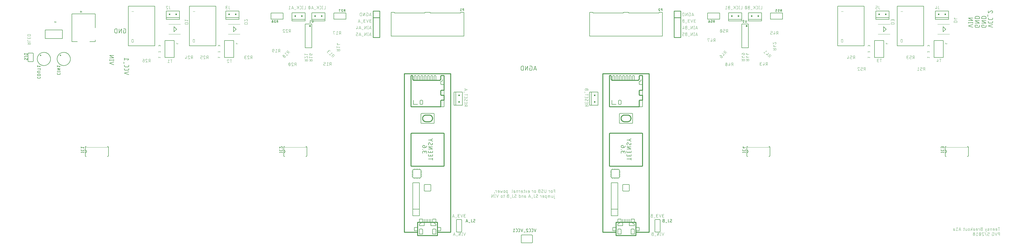
<source format=gbr>
G04 EAGLE Gerber X2 export*
%TF.Part,Single*%
%TF.FileFunction,Legend,Bot,1*%
%TF.FilePolarity,Positive*%
%TF.GenerationSoftware,Autodesk,EAGLE,9.0.1*%
%TF.CreationDate,2018-06-01T15:48:08Z*%
G75*
%MOMM*%
%FSLAX34Y34*%
%LPD*%
%AMOC8*
5,1,8,0,0,1.08239X$1,22.5*%
G01*
%ADD10C,0.152400*%
%ADD11C,0.101600*%
%ADD12C,0.304800*%
%ADD13C,0.127000*%
%ADD14C,0.203200*%
%ADD15C,0.050800*%
%ADD16C,0.025400*%
%ADD17R,0.508000X0.508000*%
%ADD18C,0.635000*%
%ADD19C,0.177800*%
%ADD20C,0.254000*%


D10*
X485676Y845453D02*
X482967Y845453D01*
X482967Y836422D01*
X488386Y836422D01*
X488504Y836424D01*
X488622Y836430D01*
X488740Y836439D01*
X488857Y836453D01*
X488974Y836470D01*
X489091Y836491D01*
X489206Y836516D01*
X489321Y836545D01*
X489435Y836578D01*
X489547Y836614D01*
X489658Y836654D01*
X489768Y836697D01*
X489877Y836744D01*
X489984Y836794D01*
X490089Y836849D01*
X490192Y836906D01*
X490293Y836967D01*
X490393Y837031D01*
X490490Y837098D01*
X490585Y837168D01*
X490677Y837242D01*
X490768Y837318D01*
X490855Y837398D01*
X490940Y837480D01*
X491022Y837565D01*
X491102Y837652D01*
X491178Y837743D01*
X491252Y837835D01*
X491322Y837930D01*
X491389Y838027D01*
X491453Y838127D01*
X491514Y838228D01*
X491571Y838331D01*
X491626Y838436D01*
X491676Y838543D01*
X491723Y838652D01*
X491766Y838762D01*
X491806Y838873D01*
X491842Y838985D01*
X491875Y839099D01*
X491904Y839214D01*
X491929Y839329D01*
X491950Y839446D01*
X491967Y839563D01*
X491981Y839680D01*
X491990Y839798D01*
X491996Y839916D01*
X491998Y840034D01*
X491998Y849066D01*
X491996Y849184D01*
X491990Y849302D01*
X491981Y849420D01*
X491967Y849537D01*
X491950Y849654D01*
X491929Y849771D01*
X491904Y849886D01*
X491875Y850001D01*
X491842Y850115D01*
X491806Y850227D01*
X491766Y850338D01*
X491723Y850448D01*
X491676Y850557D01*
X491626Y850664D01*
X491571Y850769D01*
X491514Y850872D01*
X491453Y850973D01*
X491389Y851073D01*
X491322Y851170D01*
X491252Y851265D01*
X491178Y851357D01*
X491102Y851448D01*
X491022Y851535D01*
X490940Y851620D01*
X490855Y851702D01*
X490768Y851782D01*
X490677Y851858D01*
X490585Y851932D01*
X490490Y852002D01*
X490393Y852069D01*
X490293Y852133D01*
X490192Y852194D01*
X490089Y852251D01*
X489984Y852306D01*
X489877Y852356D01*
X489768Y852403D01*
X489658Y852446D01*
X489547Y852486D01*
X489435Y852522D01*
X489321Y852555D01*
X489206Y852584D01*
X489091Y852609D01*
X488974Y852630D01*
X488857Y852647D01*
X488740Y852661D01*
X488622Y852670D01*
X488504Y852676D01*
X488386Y852678D01*
X482967Y852678D01*
X475325Y852678D02*
X475325Y836422D01*
X466294Y836422D02*
X475325Y852678D01*
X466294Y852678D02*
X466294Y836422D01*
X458651Y836422D02*
X458651Y852678D01*
X454136Y852678D01*
X454005Y852676D01*
X453873Y852670D01*
X453742Y852661D01*
X453612Y852647D01*
X453481Y852630D01*
X453352Y852609D01*
X453223Y852585D01*
X453095Y852556D01*
X452967Y852524D01*
X452841Y852488D01*
X452716Y852449D01*
X452591Y852406D01*
X452469Y852359D01*
X452347Y852309D01*
X452227Y852255D01*
X452109Y852198D01*
X451993Y852137D01*
X451878Y852073D01*
X451765Y852006D01*
X451654Y851935D01*
X451546Y851861D01*
X451439Y851784D01*
X451335Y851704D01*
X451233Y851621D01*
X451134Y851536D01*
X451037Y851447D01*
X450943Y851355D01*
X450851Y851261D01*
X450762Y851164D01*
X450677Y851065D01*
X450594Y850963D01*
X450514Y850859D01*
X450437Y850752D01*
X450363Y850644D01*
X450292Y850533D01*
X450225Y850420D01*
X450161Y850305D01*
X450100Y850189D01*
X450043Y850071D01*
X449989Y849951D01*
X449939Y849829D01*
X449892Y849707D01*
X449849Y849582D01*
X449810Y849457D01*
X449774Y849331D01*
X449742Y849203D01*
X449713Y849075D01*
X449689Y848946D01*
X449668Y848817D01*
X449651Y848686D01*
X449637Y848556D01*
X449628Y848425D01*
X449622Y848293D01*
X449620Y848162D01*
X449620Y840938D01*
X449622Y840807D01*
X449628Y840675D01*
X449637Y840544D01*
X449651Y840414D01*
X449668Y840283D01*
X449689Y840154D01*
X449713Y840025D01*
X449742Y839897D01*
X449774Y839769D01*
X449810Y839643D01*
X449849Y839518D01*
X449892Y839393D01*
X449939Y839271D01*
X449989Y839149D01*
X450043Y839029D01*
X450100Y838911D01*
X450161Y838795D01*
X450225Y838680D01*
X450292Y838567D01*
X450363Y838456D01*
X450437Y838348D01*
X450514Y838241D01*
X450594Y838137D01*
X450677Y838035D01*
X450762Y837936D01*
X450851Y837839D01*
X450943Y837745D01*
X451037Y837653D01*
X451134Y837564D01*
X451233Y837479D01*
X451335Y837396D01*
X451439Y837316D01*
X451546Y837239D01*
X451654Y837165D01*
X451765Y837094D01*
X451878Y837027D01*
X451993Y836963D01*
X452109Y836902D01*
X452227Y836845D01*
X452347Y836791D01*
X452469Y836741D01*
X452591Y836694D01*
X452716Y836651D01*
X452841Y836612D01*
X452967Y836576D01*
X453095Y836544D01*
X453223Y836515D01*
X453352Y836491D01*
X453481Y836470D01*
X453612Y836453D01*
X453742Y836439D01*
X453873Y836430D01*
X454005Y836424D01*
X454136Y836422D01*
X458651Y836422D01*
X430022Y719921D02*
X446278Y714502D01*
X446278Y725339D02*
X430022Y719921D01*
X430022Y732426D02*
X446278Y732426D01*
X430022Y730619D02*
X430022Y734232D01*
X446278Y734232D02*
X446278Y730619D01*
X446278Y740936D02*
X430022Y740936D01*
X430022Y749967D02*
X446278Y740936D01*
X446278Y749967D02*
X430022Y749967D01*
X487172Y681821D02*
X503428Y676402D01*
X503428Y687239D02*
X487172Y681821D01*
X487172Y696509D02*
X487172Y700122D01*
X487172Y696509D02*
X487174Y696391D01*
X487180Y696273D01*
X487189Y696155D01*
X487203Y696038D01*
X487220Y695921D01*
X487241Y695804D01*
X487266Y695689D01*
X487295Y695574D01*
X487328Y695460D01*
X487364Y695348D01*
X487404Y695237D01*
X487447Y695127D01*
X487494Y695018D01*
X487544Y694911D01*
X487599Y694806D01*
X487656Y694703D01*
X487717Y694602D01*
X487781Y694502D01*
X487848Y694405D01*
X487918Y694310D01*
X487992Y694218D01*
X488068Y694127D01*
X488148Y694040D01*
X488230Y693955D01*
X488315Y693873D01*
X488402Y693793D01*
X488493Y693717D01*
X488585Y693643D01*
X488680Y693573D01*
X488777Y693506D01*
X488877Y693442D01*
X488978Y693381D01*
X489081Y693324D01*
X489186Y693269D01*
X489293Y693219D01*
X489402Y693172D01*
X489512Y693129D01*
X489623Y693089D01*
X489735Y693053D01*
X489849Y693020D01*
X489964Y692991D01*
X490079Y692966D01*
X490196Y692945D01*
X490313Y692928D01*
X490430Y692914D01*
X490548Y692905D01*
X490666Y692899D01*
X490784Y692897D01*
X499816Y692897D01*
X499934Y692899D01*
X500052Y692905D01*
X500170Y692914D01*
X500287Y692928D01*
X500404Y692945D01*
X500521Y692966D01*
X500636Y692991D01*
X500751Y693020D01*
X500865Y693053D01*
X500977Y693089D01*
X501088Y693129D01*
X501198Y693172D01*
X501307Y693219D01*
X501414Y693269D01*
X501519Y693323D01*
X501622Y693381D01*
X501723Y693442D01*
X501823Y693506D01*
X501920Y693573D01*
X502015Y693643D01*
X502107Y693717D01*
X502198Y693793D01*
X502285Y693873D01*
X502370Y693955D01*
X502452Y694040D01*
X502532Y694127D01*
X502608Y694218D01*
X502682Y694310D01*
X502752Y694405D01*
X502819Y694502D01*
X502883Y694602D01*
X502944Y694703D01*
X503001Y694806D01*
X503055Y694911D01*
X503106Y695018D01*
X503153Y695127D01*
X503196Y695237D01*
X503236Y695348D01*
X503272Y695460D01*
X503305Y695574D01*
X503334Y695689D01*
X503359Y695804D01*
X503380Y695921D01*
X503397Y696038D01*
X503411Y696155D01*
X503420Y696273D01*
X503426Y696391D01*
X503428Y696509D01*
X503428Y700122D01*
X487172Y709535D02*
X487172Y713148D01*
X487172Y709535D02*
X487174Y709417D01*
X487180Y709299D01*
X487189Y709181D01*
X487203Y709064D01*
X487220Y708947D01*
X487241Y708830D01*
X487266Y708715D01*
X487295Y708600D01*
X487328Y708486D01*
X487364Y708374D01*
X487404Y708263D01*
X487447Y708153D01*
X487494Y708044D01*
X487544Y707937D01*
X487599Y707832D01*
X487656Y707729D01*
X487717Y707628D01*
X487781Y707528D01*
X487848Y707431D01*
X487918Y707336D01*
X487992Y707244D01*
X488068Y707153D01*
X488148Y707066D01*
X488230Y706981D01*
X488315Y706899D01*
X488402Y706819D01*
X488493Y706743D01*
X488585Y706669D01*
X488680Y706599D01*
X488777Y706532D01*
X488877Y706468D01*
X488978Y706407D01*
X489081Y706350D01*
X489186Y706295D01*
X489293Y706245D01*
X489402Y706198D01*
X489512Y706155D01*
X489623Y706115D01*
X489735Y706079D01*
X489849Y706046D01*
X489964Y706017D01*
X490079Y705992D01*
X490196Y705971D01*
X490313Y705954D01*
X490430Y705940D01*
X490548Y705931D01*
X490666Y705925D01*
X490784Y705923D01*
X499816Y705923D01*
X499934Y705925D01*
X500052Y705931D01*
X500170Y705940D01*
X500287Y705954D01*
X500404Y705971D01*
X500521Y705992D01*
X500636Y706017D01*
X500751Y706046D01*
X500865Y706079D01*
X500977Y706115D01*
X501088Y706155D01*
X501198Y706198D01*
X501307Y706245D01*
X501414Y706295D01*
X501519Y706349D01*
X501622Y706407D01*
X501723Y706468D01*
X501823Y706532D01*
X501920Y706599D01*
X502015Y706669D01*
X502107Y706743D01*
X502198Y706819D01*
X502285Y706899D01*
X502370Y706981D01*
X502452Y707066D01*
X502532Y707153D01*
X502608Y707244D01*
X502682Y707336D01*
X502752Y707431D01*
X502819Y707528D01*
X502883Y707628D01*
X502944Y707729D01*
X503001Y707832D01*
X503055Y707937D01*
X503106Y708044D01*
X503153Y708153D01*
X503196Y708263D01*
X503236Y708374D01*
X503272Y708486D01*
X503305Y708600D01*
X503334Y708715D01*
X503359Y708830D01*
X503380Y708947D01*
X503397Y709064D01*
X503411Y709181D01*
X503420Y709299D01*
X503426Y709417D01*
X503428Y709535D01*
X503428Y713148D01*
X485366Y718328D02*
X485366Y725553D01*
X499816Y731493D02*
X503428Y736009D01*
X487172Y736009D01*
X487172Y740524D02*
X487172Y731493D01*
D11*
X3844346Y88392D02*
X3844346Y76708D01*
X3847592Y88392D02*
X3841101Y88392D01*
X3835090Y76708D02*
X3831844Y76708D01*
X3835090Y76708D02*
X3835177Y76710D01*
X3835265Y76716D01*
X3835351Y76726D01*
X3835438Y76739D01*
X3835523Y76757D01*
X3835608Y76778D01*
X3835692Y76803D01*
X3835774Y76832D01*
X3835855Y76865D01*
X3835935Y76901D01*
X3836013Y76940D01*
X3836089Y76984D01*
X3836163Y77030D01*
X3836234Y77080D01*
X3836304Y77133D01*
X3836371Y77189D01*
X3836435Y77248D01*
X3836497Y77310D01*
X3836556Y77374D01*
X3836612Y77441D01*
X3836665Y77511D01*
X3836715Y77582D01*
X3836761Y77656D01*
X3836805Y77732D01*
X3836844Y77810D01*
X3836880Y77890D01*
X3836913Y77971D01*
X3836942Y78053D01*
X3836967Y78137D01*
X3836988Y78222D01*
X3837006Y78307D01*
X3837019Y78394D01*
X3837029Y78480D01*
X3837035Y78568D01*
X3837037Y78655D01*
X3837037Y81901D01*
X3837036Y81901D02*
X3837034Y82002D01*
X3837028Y82102D01*
X3837018Y82202D01*
X3837005Y82302D01*
X3836987Y82401D01*
X3836966Y82500D01*
X3836941Y82597D01*
X3836912Y82694D01*
X3836879Y82789D01*
X3836843Y82883D01*
X3836803Y82975D01*
X3836760Y83066D01*
X3836713Y83155D01*
X3836663Y83242D01*
X3836609Y83328D01*
X3836552Y83411D01*
X3836492Y83491D01*
X3836429Y83570D01*
X3836362Y83646D01*
X3836293Y83719D01*
X3836221Y83789D01*
X3836147Y83857D01*
X3836070Y83922D01*
X3835990Y83983D01*
X3835908Y84042D01*
X3835824Y84097D01*
X3835738Y84149D01*
X3835650Y84198D01*
X3835560Y84243D01*
X3835468Y84285D01*
X3835375Y84323D01*
X3835280Y84357D01*
X3835185Y84388D01*
X3835088Y84415D01*
X3834990Y84438D01*
X3834891Y84458D01*
X3834791Y84473D01*
X3834691Y84485D01*
X3834591Y84493D01*
X3834490Y84497D01*
X3834390Y84497D01*
X3834289Y84493D01*
X3834189Y84485D01*
X3834089Y84473D01*
X3833989Y84458D01*
X3833890Y84438D01*
X3833792Y84415D01*
X3833695Y84388D01*
X3833600Y84357D01*
X3833505Y84323D01*
X3833412Y84285D01*
X3833320Y84243D01*
X3833230Y84198D01*
X3833142Y84149D01*
X3833056Y84097D01*
X3832972Y84042D01*
X3832890Y83983D01*
X3832810Y83922D01*
X3832733Y83857D01*
X3832659Y83789D01*
X3832587Y83719D01*
X3832518Y83646D01*
X3832451Y83570D01*
X3832388Y83491D01*
X3832328Y83411D01*
X3832271Y83328D01*
X3832217Y83242D01*
X3832167Y83155D01*
X3832120Y83066D01*
X3832077Y82975D01*
X3832037Y82883D01*
X3832001Y82789D01*
X3831968Y82694D01*
X3831939Y82597D01*
X3831914Y82500D01*
X3831893Y82401D01*
X3831875Y82302D01*
X3831862Y82202D01*
X3831852Y82102D01*
X3831846Y82002D01*
X3831844Y81901D01*
X3831844Y80603D01*
X3837037Y80603D01*
X3825184Y76708D02*
X3821938Y76708D01*
X3825184Y76708D02*
X3825271Y76710D01*
X3825359Y76716D01*
X3825445Y76726D01*
X3825532Y76739D01*
X3825617Y76757D01*
X3825702Y76778D01*
X3825786Y76803D01*
X3825868Y76832D01*
X3825949Y76865D01*
X3826029Y76901D01*
X3826107Y76940D01*
X3826183Y76984D01*
X3826257Y77030D01*
X3826328Y77080D01*
X3826398Y77133D01*
X3826465Y77189D01*
X3826529Y77248D01*
X3826591Y77310D01*
X3826650Y77374D01*
X3826706Y77441D01*
X3826759Y77511D01*
X3826809Y77582D01*
X3826855Y77656D01*
X3826899Y77732D01*
X3826938Y77810D01*
X3826974Y77890D01*
X3827007Y77971D01*
X3827036Y78053D01*
X3827061Y78137D01*
X3827082Y78222D01*
X3827100Y78307D01*
X3827113Y78394D01*
X3827123Y78480D01*
X3827129Y78568D01*
X3827131Y78655D01*
X3827131Y81901D01*
X3827130Y81901D02*
X3827128Y82002D01*
X3827122Y82102D01*
X3827112Y82202D01*
X3827099Y82302D01*
X3827081Y82401D01*
X3827060Y82500D01*
X3827035Y82597D01*
X3827006Y82694D01*
X3826973Y82789D01*
X3826937Y82883D01*
X3826897Y82975D01*
X3826854Y83066D01*
X3826807Y83155D01*
X3826757Y83242D01*
X3826703Y83328D01*
X3826646Y83411D01*
X3826586Y83491D01*
X3826523Y83570D01*
X3826456Y83646D01*
X3826387Y83719D01*
X3826315Y83789D01*
X3826241Y83857D01*
X3826164Y83922D01*
X3826084Y83983D01*
X3826002Y84042D01*
X3825918Y84097D01*
X3825832Y84149D01*
X3825744Y84198D01*
X3825654Y84243D01*
X3825562Y84285D01*
X3825469Y84323D01*
X3825374Y84357D01*
X3825279Y84388D01*
X3825182Y84415D01*
X3825084Y84438D01*
X3824985Y84458D01*
X3824885Y84473D01*
X3824785Y84485D01*
X3824685Y84493D01*
X3824584Y84497D01*
X3824484Y84497D01*
X3824383Y84493D01*
X3824283Y84485D01*
X3824183Y84473D01*
X3824083Y84458D01*
X3823984Y84438D01*
X3823886Y84415D01*
X3823789Y84388D01*
X3823694Y84357D01*
X3823599Y84323D01*
X3823506Y84285D01*
X3823414Y84243D01*
X3823324Y84198D01*
X3823236Y84149D01*
X3823150Y84097D01*
X3823066Y84042D01*
X3822984Y83983D01*
X3822904Y83922D01*
X3822827Y83857D01*
X3822753Y83789D01*
X3822681Y83719D01*
X3822612Y83646D01*
X3822545Y83570D01*
X3822482Y83491D01*
X3822422Y83411D01*
X3822365Y83328D01*
X3822311Y83242D01*
X3822261Y83155D01*
X3822214Y83066D01*
X3822171Y82975D01*
X3822131Y82883D01*
X3822095Y82789D01*
X3822062Y82694D01*
X3822033Y82597D01*
X3822008Y82500D01*
X3821987Y82401D01*
X3821969Y82302D01*
X3821956Y82202D01*
X3821946Y82102D01*
X3821940Y82002D01*
X3821938Y81901D01*
X3821938Y80603D01*
X3827131Y80603D01*
X3816844Y76708D02*
X3816844Y84497D01*
X3813598Y84497D01*
X3813511Y84495D01*
X3813423Y84489D01*
X3813337Y84479D01*
X3813250Y84466D01*
X3813165Y84448D01*
X3813080Y84427D01*
X3812996Y84402D01*
X3812914Y84373D01*
X3812833Y84340D01*
X3812753Y84304D01*
X3812675Y84265D01*
X3812599Y84221D01*
X3812525Y84175D01*
X3812454Y84125D01*
X3812384Y84072D01*
X3812317Y84016D01*
X3812253Y83957D01*
X3812191Y83896D01*
X3812132Y83831D01*
X3812076Y83764D01*
X3812023Y83694D01*
X3811973Y83623D01*
X3811927Y83549D01*
X3811884Y83473D01*
X3811844Y83395D01*
X3811808Y83315D01*
X3811775Y83234D01*
X3811746Y83152D01*
X3811721Y83068D01*
X3811700Y82983D01*
X3811682Y82898D01*
X3811669Y82811D01*
X3811659Y82725D01*
X3811653Y82637D01*
X3811651Y82550D01*
X3811651Y76708D01*
X3805583Y81252D02*
X3802338Y79954D01*
X3805583Y81251D02*
X3805658Y81284D01*
X3805732Y81320D01*
X3805804Y81359D01*
X3805874Y81402D01*
X3805941Y81448D01*
X3806007Y81498D01*
X3806069Y81550D01*
X3806130Y81606D01*
X3806187Y81664D01*
X3806242Y81725D01*
X3806293Y81789D01*
X3806341Y81855D01*
X3806386Y81924D01*
X3806428Y81994D01*
X3806466Y82067D01*
X3806501Y82141D01*
X3806532Y82217D01*
X3806559Y82294D01*
X3806582Y82373D01*
X3806602Y82452D01*
X3806617Y82533D01*
X3806629Y82614D01*
X3806637Y82696D01*
X3806641Y82777D01*
X3806640Y82859D01*
X3806636Y82941D01*
X3806628Y83023D01*
X3806616Y83104D01*
X3806600Y83184D01*
X3806580Y83264D01*
X3806556Y83342D01*
X3806528Y83419D01*
X3806497Y83495D01*
X3806462Y83569D01*
X3806424Y83641D01*
X3806382Y83712D01*
X3806336Y83780D01*
X3806288Y83846D01*
X3806236Y83909D01*
X3806181Y83970D01*
X3806123Y84028D01*
X3806063Y84084D01*
X3806000Y84136D01*
X3805934Y84185D01*
X3805866Y84231D01*
X3805796Y84273D01*
X3805724Y84313D01*
X3805650Y84348D01*
X3805575Y84380D01*
X3805498Y84408D01*
X3805420Y84432D01*
X3805340Y84453D01*
X3805260Y84470D01*
X3805179Y84482D01*
X3805098Y84491D01*
X3805016Y84496D01*
X3804934Y84497D01*
X3804757Y84493D01*
X3804580Y84484D01*
X3804403Y84470D01*
X3804226Y84453D01*
X3804051Y84431D01*
X3803875Y84406D01*
X3803701Y84375D01*
X3803527Y84341D01*
X3803354Y84303D01*
X3803182Y84260D01*
X3803011Y84213D01*
X3802841Y84163D01*
X3802672Y84108D01*
X3802505Y84049D01*
X3802340Y83986D01*
X3802175Y83919D01*
X3802013Y83848D01*
X3802338Y79954D02*
X3802263Y79921D01*
X3802189Y79885D01*
X3802117Y79846D01*
X3802047Y79803D01*
X3801980Y79757D01*
X3801914Y79707D01*
X3801852Y79655D01*
X3801791Y79599D01*
X3801734Y79541D01*
X3801679Y79480D01*
X3801628Y79416D01*
X3801580Y79350D01*
X3801535Y79281D01*
X3801493Y79211D01*
X3801455Y79138D01*
X3801420Y79064D01*
X3801389Y78988D01*
X3801362Y78911D01*
X3801339Y78832D01*
X3801319Y78753D01*
X3801304Y78672D01*
X3801292Y78591D01*
X3801284Y78509D01*
X3801280Y78428D01*
X3801281Y78346D01*
X3801285Y78264D01*
X3801293Y78182D01*
X3801305Y78101D01*
X3801321Y78021D01*
X3801341Y77941D01*
X3801365Y77863D01*
X3801393Y77786D01*
X3801424Y77710D01*
X3801459Y77636D01*
X3801497Y77564D01*
X3801539Y77493D01*
X3801585Y77425D01*
X3801633Y77359D01*
X3801685Y77296D01*
X3801740Y77235D01*
X3801798Y77177D01*
X3801858Y77121D01*
X3801921Y77069D01*
X3801987Y77020D01*
X3802055Y76974D01*
X3802125Y76932D01*
X3802197Y76892D01*
X3802271Y76857D01*
X3802346Y76825D01*
X3802423Y76797D01*
X3802501Y76773D01*
X3802581Y76752D01*
X3802661Y76735D01*
X3802742Y76723D01*
X3802823Y76714D01*
X3802905Y76709D01*
X3802987Y76708D01*
X3803247Y76715D01*
X3803507Y76728D01*
X3803767Y76747D01*
X3804026Y76772D01*
X3804285Y76804D01*
X3804542Y76841D01*
X3804799Y76885D01*
X3805055Y76934D01*
X3805309Y76990D01*
X3805562Y77051D01*
X3805813Y77119D01*
X3806063Y77193D01*
X3806311Y77272D01*
X3806557Y77357D01*
X3797032Y72813D02*
X3795734Y72813D01*
X3791839Y84497D01*
X3797032Y84497D02*
X3794435Y76708D01*
X3780748Y83199D02*
X3777502Y83199D01*
X3777502Y83200D02*
X3777389Y83198D01*
X3777276Y83192D01*
X3777163Y83182D01*
X3777050Y83168D01*
X3776938Y83151D01*
X3776827Y83129D01*
X3776717Y83104D01*
X3776607Y83074D01*
X3776499Y83041D01*
X3776392Y83004D01*
X3776286Y82964D01*
X3776182Y82919D01*
X3776079Y82871D01*
X3775978Y82820D01*
X3775879Y82765D01*
X3775782Y82707D01*
X3775687Y82645D01*
X3775594Y82580D01*
X3775504Y82512D01*
X3775416Y82441D01*
X3775330Y82366D01*
X3775247Y82289D01*
X3775167Y82209D01*
X3775090Y82126D01*
X3775015Y82040D01*
X3774944Y81952D01*
X3774876Y81862D01*
X3774811Y81769D01*
X3774749Y81674D01*
X3774691Y81577D01*
X3774636Y81478D01*
X3774585Y81377D01*
X3774537Y81274D01*
X3774492Y81170D01*
X3774452Y81064D01*
X3774415Y80957D01*
X3774382Y80849D01*
X3774352Y80739D01*
X3774327Y80629D01*
X3774305Y80518D01*
X3774288Y80406D01*
X3774274Y80293D01*
X3774264Y80180D01*
X3774258Y80067D01*
X3774256Y79954D01*
X3774258Y79841D01*
X3774264Y79728D01*
X3774274Y79615D01*
X3774288Y79502D01*
X3774305Y79390D01*
X3774327Y79279D01*
X3774352Y79169D01*
X3774382Y79059D01*
X3774415Y78951D01*
X3774452Y78844D01*
X3774492Y78738D01*
X3774537Y78634D01*
X3774585Y78531D01*
X3774636Y78430D01*
X3774691Y78331D01*
X3774749Y78234D01*
X3774811Y78139D01*
X3774876Y78046D01*
X3774944Y77956D01*
X3775015Y77868D01*
X3775090Y77782D01*
X3775167Y77699D01*
X3775247Y77619D01*
X3775330Y77542D01*
X3775416Y77467D01*
X3775504Y77396D01*
X3775594Y77328D01*
X3775687Y77263D01*
X3775782Y77201D01*
X3775879Y77143D01*
X3775978Y77088D01*
X3776079Y77037D01*
X3776182Y76989D01*
X3776286Y76944D01*
X3776392Y76904D01*
X3776499Y76867D01*
X3776607Y76834D01*
X3776717Y76804D01*
X3776827Y76779D01*
X3776938Y76757D01*
X3777050Y76740D01*
X3777163Y76726D01*
X3777276Y76716D01*
X3777389Y76710D01*
X3777502Y76708D01*
X3780748Y76708D01*
X3780748Y88392D01*
X3777502Y88392D01*
X3777401Y88390D01*
X3777301Y88384D01*
X3777201Y88374D01*
X3777101Y88361D01*
X3777002Y88343D01*
X3776903Y88322D01*
X3776806Y88297D01*
X3776709Y88268D01*
X3776614Y88235D01*
X3776520Y88199D01*
X3776428Y88159D01*
X3776337Y88116D01*
X3776248Y88069D01*
X3776161Y88019D01*
X3776075Y87965D01*
X3775992Y87908D01*
X3775912Y87848D01*
X3775833Y87785D01*
X3775757Y87718D01*
X3775684Y87649D01*
X3775614Y87577D01*
X3775546Y87503D01*
X3775481Y87426D01*
X3775420Y87346D01*
X3775361Y87264D01*
X3775306Y87180D01*
X3775254Y87094D01*
X3775205Y87006D01*
X3775160Y86916D01*
X3775118Y86824D01*
X3775080Y86731D01*
X3775046Y86636D01*
X3775015Y86541D01*
X3774988Y86444D01*
X3774965Y86346D01*
X3774945Y86247D01*
X3774930Y86147D01*
X3774918Y86047D01*
X3774910Y85947D01*
X3774906Y85846D01*
X3774906Y85746D01*
X3774910Y85645D01*
X3774918Y85545D01*
X3774930Y85445D01*
X3774945Y85345D01*
X3774965Y85246D01*
X3774988Y85148D01*
X3775015Y85051D01*
X3775046Y84956D01*
X3775080Y84861D01*
X3775118Y84768D01*
X3775160Y84676D01*
X3775205Y84586D01*
X3775254Y84498D01*
X3775306Y84412D01*
X3775361Y84328D01*
X3775420Y84246D01*
X3775481Y84166D01*
X3775546Y84089D01*
X3775614Y84015D01*
X3775684Y83943D01*
X3775757Y83874D01*
X3775833Y83807D01*
X3775912Y83744D01*
X3775992Y83684D01*
X3776075Y83627D01*
X3776161Y83573D01*
X3776248Y83523D01*
X3776337Y83476D01*
X3776428Y83433D01*
X3776520Y83393D01*
X3776614Y83357D01*
X3776709Y83324D01*
X3776806Y83295D01*
X3776903Y83270D01*
X3777002Y83249D01*
X3777101Y83231D01*
X3777201Y83218D01*
X3777301Y83208D01*
X3777401Y83202D01*
X3777502Y83200D01*
X3769534Y84497D02*
X3769534Y76708D01*
X3769534Y84497D02*
X3765639Y84497D01*
X3765639Y83199D01*
X3760033Y76708D02*
X3756787Y76708D01*
X3760033Y76708D02*
X3760120Y76710D01*
X3760208Y76716D01*
X3760294Y76726D01*
X3760381Y76739D01*
X3760466Y76757D01*
X3760551Y76778D01*
X3760635Y76803D01*
X3760717Y76832D01*
X3760798Y76865D01*
X3760878Y76901D01*
X3760956Y76940D01*
X3761032Y76984D01*
X3761106Y77030D01*
X3761177Y77080D01*
X3761247Y77133D01*
X3761314Y77189D01*
X3761378Y77248D01*
X3761440Y77310D01*
X3761499Y77374D01*
X3761555Y77441D01*
X3761608Y77511D01*
X3761658Y77582D01*
X3761704Y77656D01*
X3761748Y77732D01*
X3761787Y77810D01*
X3761823Y77890D01*
X3761856Y77971D01*
X3761885Y78053D01*
X3761910Y78137D01*
X3761931Y78222D01*
X3761949Y78307D01*
X3761962Y78394D01*
X3761972Y78480D01*
X3761978Y78568D01*
X3761980Y78655D01*
X3761980Y81901D01*
X3761978Y82002D01*
X3761972Y82102D01*
X3761962Y82202D01*
X3761949Y82302D01*
X3761931Y82401D01*
X3761910Y82500D01*
X3761885Y82597D01*
X3761856Y82694D01*
X3761823Y82789D01*
X3761787Y82883D01*
X3761747Y82975D01*
X3761704Y83066D01*
X3761657Y83155D01*
X3761607Y83242D01*
X3761553Y83328D01*
X3761496Y83411D01*
X3761436Y83491D01*
X3761373Y83570D01*
X3761306Y83646D01*
X3761237Y83719D01*
X3761165Y83789D01*
X3761091Y83857D01*
X3761014Y83922D01*
X3760934Y83983D01*
X3760852Y84042D01*
X3760768Y84097D01*
X3760682Y84149D01*
X3760594Y84198D01*
X3760504Y84243D01*
X3760412Y84285D01*
X3760319Y84323D01*
X3760224Y84357D01*
X3760129Y84388D01*
X3760032Y84415D01*
X3759934Y84438D01*
X3759835Y84458D01*
X3759735Y84473D01*
X3759635Y84485D01*
X3759535Y84493D01*
X3759434Y84497D01*
X3759334Y84497D01*
X3759233Y84493D01*
X3759133Y84485D01*
X3759033Y84473D01*
X3758933Y84458D01*
X3758834Y84438D01*
X3758736Y84415D01*
X3758639Y84388D01*
X3758544Y84357D01*
X3758449Y84323D01*
X3758356Y84285D01*
X3758264Y84243D01*
X3758174Y84198D01*
X3758086Y84149D01*
X3758000Y84097D01*
X3757916Y84042D01*
X3757834Y83983D01*
X3757754Y83922D01*
X3757677Y83857D01*
X3757603Y83789D01*
X3757531Y83719D01*
X3757462Y83646D01*
X3757395Y83570D01*
X3757332Y83491D01*
X3757272Y83411D01*
X3757215Y83328D01*
X3757161Y83242D01*
X3757111Y83155D01*
X3757064Y83066D01*
X3757021Y82975D01*
X3756981Y82883D01*
X3756945Y82789D01*
X3756912Y82694D01*
X3756883Y82597D01*
X3756858Y82500D01*
X3756837Y82401D01*
X3756819Y82302D01*
X3756806Y82202D01*
X3756796Y82102D01*
X3756790Y82002D01*
X3756788Y81901D01*
X3756787Y81901D02*
X3756787Y80603D01*
X3761980Y80603D01*
X3749861Y81252D02*
X3746940Y81252D01*
X3749861Y81252D02*
X3749955Y81250D01*
X3750049Y81244D01*
X3750142Y81235D01*
X3750235Y81221D01*
X3750327Y81204D01*
X3750419Y81182D01*
X3750509Y81158D01*
X3750599Y81129D01*
X3750687Y81097D01*
X3750774Y81061D01*
X3750859Y81021D01*
X3750942Y80978D01*
X3751024Y80932D01*
X3751104Y80882D01*
X3751181Y80829D01*
X3751256Y80773D01*
X3751329Y80714D01*
X3751400Y80652D01*
X3751468Y80587D01*
X3751533Y80519D01*
X3751595Y80448D01*
X3751654Y80375D01*
X3751710Y80300D01*
X3751763Y80223D01*
X3751813Y80143D01*
X3751859Y80061D01*
X3751902Y79978D01*
X3751942Y79893D01*
X3751978Y79806D01*
X3752010Y79718D01*
X3752039Y79628D01*
X3752063Y79538D01*
X3752085Y79446D01*
X3752102Y79354D01*
X3752116Y79261D01*
X3752125Y79168D01*
X3752131Y79074D01*
X3752133Y78980D01*
X3752131Y78886D01*
X3752125Y78792D01*
X3752116Y78699D01*
X3752102Y78606D01*
X3752085Y78514D01*
X3752063Y78422D01*
X3752039Y78332D01*
X3752010Y78242D01*
X3751978Y78154D01*
X3751942Y78067D01*
X3751902Y77982D01*
X3751859Y77899D01*
X3751813Y77817D01*
X3751763Y77737D01*
X3751710Y77660D01*
X3751654Y77585D01*
X3751595Y77512D01*
X3751533Y77441D01*
X3751468Y77373D01*
X3751400Y77308D01*
X3751329Y77246D01*
X3751256Y77187D01*
X3751181Y77131D01*
X3751104Y77078D01*
X3751024Y77028D01*
X3750942Y76982D01*
X3750859Y76939D01*
X3750774Y76899D01*
X3750687Y76863D01*
X3750599Y76831D01*
X3750509Y76802D01*
X3750419Y76778D01*
X3750327Y76756D01*
X3750235Y76739D01*
X3750142Y76725D01*
X3750049Y76716D01*
X3749955Y76710D01*
X3749861Y76708D01*
X3746940Y76708D01*
X3746940Y82550D01*
X3746942Y82637D01*
X3746948Y82725D01*
X3746958Y82811D01*
X3746971Y82898D01*
X3746989Y82983D01*
X3747010Y83068D01*
X3747035Y83152D01*
X3747064Y83234D01*
X3747097Y83315D01*
X3747133Y83395D01*
X3747172Y83473D01*
X3747216Y83549D01*
X3747262Y83623D01*
X3747312Y83694D01*
X3747365Y83764D01*
X3747421Y83831D01*
X3747480Y83896D01*
X3747542Y83957D01*
X3747606Y84016D01*
X3747673Y84072D01*
X3747743Y84125D01*
X3747814Y84175D01*
X3747888Y84221D01*
X3747964Y84265D01*
X3748042Y84304D01*
X3748122Y84340D01*
X3748203Y84373D01*
X3748285Y84402D01*
X3748369Y84427D01*
X3748454Y84448D01*
X3748539Y84466D01*
X3748626Y84479D01*
X3748713Y84489D01*
X3748800Y84495D01*
X3748887Y84497D01*
X3751484Y84497D01*
X3741271Y88392D02*
X3741271Y76708D01*
X3741271Y80603D02*
X3736078Y84497D01*
X3738999Y82225D02*
X3736078Y76708D01*
X3731881Y79304D02*
X3731881Y81901D01*
X3731879Y82002D01*
X3731873Y82102D01*
X3731863Y82202D01*
X3731850Y82302D01*
X3731832Y82401D01*
X3731811Y82500D01*
X3731786Y82597D01*
X3731757Y82694D01*
X3731724Y82789D01*
X3731688Y82883D01*
X3731648Y82975D01*
X3731605Y83066D01*
X3731558Y83155D01*
X3731508Y83242D01*
X3731454Y83328D01*
X3731397Y83411D01*
X3731337Y83491D01*
X3731274Y83570D01*
X3731207Y83646D01*
X3731138Y83719D01*
X3731066Y83789D01*
X3730992Y83857D01*
X3730915Y83922D01*
X3730835Y83983D01*
X3730753Y84042D01*
X3730669Y84097D01*
X3730583Y84149D01*
X3730495Y84198D01*
X3730405Y84243D01*
X3730313Y84285D01*
X3730220Y84323D01*
X3730125Y84357D01*
X3730030Y84388D01*
X3729933Y84415D01*
X3729835Y84438D01*
X3729736Y84458D01*
X3729636Y84473D01*
X3729536Y84485D01*
X3729436Y84493D01*
X3729335Y84497D01*
X3729235Y84497D01*
X3729134Y84493D01*
X3729034Y84485D01*
X3728934Y84473D01*
X3728834Y84458D01*
X3728735Y84438D01*
X3728637Y84415D01*
X3728540Y84388D01*
X3728445Y84357D01*
X3728350Y84323D01*
X3728257Y84285D01*
X3728165Y84243D01*
X3728075Y84198D01*
X3727987Y84149D01*
X3727901Y84097D01*
X3727817Y84042D01*
X3727735Y83983D01*
X3727655Y83922D01*
X3727578Y83857D01*
X3727504Y83789D01*
X3727432Y83719D01*
X3727363Y83646D01*
X3727296Y83570D01*
X3727233Y83491D01*
X3727173Y83411D01*
X3727116Y83328D01*
X3727062Y83242D01*
X3727012Y83155D01*
X3726965Y83066D01*
X3726922Y82975D01*
X3726882Y82883D01*
X3726846Y82789D01*
X3726813Y82694D01*
X3726784Y82597D01*
X3726759Y82500D01*
X3726738Y82401D01*
X3726720Y82302D01*
X3726707Y82202D01*
X3726697Y82102D01*
X3726691Y82002D01*
X3726689Y81901D01*
X3726688Y81901D02*
X3726688Y79304D01*
X3726689Y79304D02*
X3726691Y79203D01*
X3726697Y79103D01*
X3726707Y79003D01*
X3726720Y78903D01*
X3726738Y78804D01*
X3726759Y78705D01*
X3726784Y78608D01*
X3726813Y78511D01*
X3726846Y78416D01*
X3726882Y78322D01*
X3726922Y78230D01*
X3726965Y78139D01*
X3727012Y78050D01*
X3727062Y77963D01*
X3727116Y77877D01*
X3727173Y77794D01*
X3727233Y77714D01*
X3727296Y77635D01*
X3727363Y77559D01*
X3727432Y77486D01*
X3727504Y77416D01*
X3727578Y77348D01*
X3727655Y77283D01*
X3727735Y77222D01*
X3727817Y77163D01*
X3727901Y77108D01*
X3727987Y77056D01*
X3728075Y77007D01*
X3728165Y76962D01*
X3728257Y76920D01*
X3728350Y76882D01*
X3728445Y76848D01*
X3728540Y76817D01*
X3728637Y76790D01*
X3728735Y76767D01*
X3728834Y76747D01*
X3728934Y76732D01*
X3729034Y76720D01*
X3729134Y76712D01*
X3729235Y76708D01*
X3729335Y76708D01*
X3729436Y76712D01*
X3729536Y76720D01*
X3729636Y76732D01*
X3729736Y76747D01*
X3729835Y76767D01*
X3729933Y76790D01*
X3730030Y76817D01*
X3730125Y76848D01*
X3730220Y76882D01*
X3730313Y76920D01*
X3730405Y76962D01*
X3730495Y77007D01*
X3730583Y77056D01*
X3730669Y77108D01*
X3730753Y77163D01*
X3730835Y77222D01*
X3730915Y77283D01*
X3730992Y77348D01*
X3731066Y77416D01*
X3731138Y77486D01*
X3731207Y77559D01*
X3731274Y77635D01*
X3731337Y77714D01*
X3731397Y77794D01*
X3731454Y77877D01*
X3731508Y77963D01*
X3731558Y78050D01*
X3731605Y78139D01*
X3731648Y78230D01*
X3731688Y78322D01*
X3731724Y78416D01*
X3731757Y78511D01*
X3731786Y78608D01*
X3731811Y78705D01*
X3731832Y78804D01*
X3731850Y78903D01*
X3731863Y79003D01*
X3731873Y79103D01*
X3731879Y79203D01*
X3731881Y79304D01*
X3721594Y78655D02*
X3721594Y84497D01*
X3721594Y78655D02*
X3721592Y78568D01*
X3721586Y78480D01*
X3721576Y78394D01*
X3721563Y78307D01*
X3721545Y78222D01*
X3721524Y78137D01*
X3721499Y78053D01*
X3721470Y77971D01*
X3721437Y77890D01*
X3721401Y77810D01*
X3721362Y77732D01*
X3721318Y77656D01*
X3721272Y77582D01*
X3721222Y77511D01*
X3721169Y77441D01*
X3721113Y77374D01*
X3721054Y77310D01*
X3720992Y77248D01*
X3720928Y77189D01*
X3720861Y77133D01*
X3720791Y77080D01*
X3720720Y77030D01*
X3720646Y76984D01*
X3720570Y76940D01*
X3720492Y76901D01*
X3720412Y76865D01*
X3720331Y76832D01*
X3720249Y76803D01*
X3720165Y76778D01*
X3720080Y76757D01*
X3719995Y76739D01*
X3719908Y76726D01*
X3719822Y76716D01*
X3719734Y76710D01*
X3719647Y76708D01*
X3716401Y76708D01*
X3716401Y84497D01*
X3712274Y84497D02*
X3708380Y84497D01*
X3710976Y88392D02*
X3710976Y78655D01*
X3710974Y78568D01*
X3710968Y78480D01*
X3710958Y78394D01*
X3710945Y78307D01*
X3710927Y78222D01*
X3710906Y78137D01*
X3710881Y78053D01*
X3710852Y77971D01*
X3710819Y77890D01*
X3710783Y77810D01*
X3710744Y77732D01*
X3710700Y77656D01*
X3710654Y77582D01*
X3710604Y77511D01*
X3710551Y77441D01*
X3710495Y77374D01*
X3710436Y77310D01*
X3710374Y77248D01*
X3710310Y77189D01*
X3710243Y77133D01*
X3710173Y77080D01*
X3710102Y77030D01*
X3710028Y76984D01*
X3709952Y76940D01*
X3709874Y76901D01*
X3709794Y76865D01*
X3709713Y76832D01*
X3709631Y76803D01*
X3709547Y76778D01*
X3709462Y76757D01*
X3709377Y76739D01*
X3709290Y76726D01*
X3709204Y76716D01*
X3709116Y76710D01*
X3709029Y76708D01*
X3708380Y76708D01*
X3698508Y76708D02*
X3694614Y88392D01*
X3690719Y76708D01*
X3691693Y79629D02*
X3697535Y79629D01*
X3686429Y85796D02*
X3683184Y88392D01*
X3683184Y76708D01*
X3686429Y76708D02*
X3679938Y76708D01*
X3672899Y81252D02*
X3669978Y81252D01*
X3672899Y81252D02*
X3672993Y81250D01*
X3673087Y81244D01*
X3673180Y81235D01*
X3673273Y81221D01*
X3673365Y81204D01*
X3673457Y81182D01*
X3673547Y81158D01*
X3673637Y81129D01*
X3673725Y81097D01*
X3673812Y81061D01*
X3673897Y81021D01*
X3673980Y80978D01*
X3674062Y80932D01*
X3674142Y80882D01*
X3674219Y80829D01*
X3674294Y80773D01*
X3674367Y80714D01*
X3674438Y80652D01*
X3674506Y80587D01*
X3674571Y80519D01*
X3674633Y80448D01*
X3674692Y80375D01*
X3674748Y80300D01*
X3674801Y80223D01*
X3674851Y80143D01*
X3674897Y80061D01*
X3674940Y79978D01*
X3674980Y79893D01*
X3675016Y79806D01*
X3675048Y79718D01*
X3675077Y79628D01*
X3675101Y79538D01*
X3675123Y79446D01*
X3675140Y79354D01*
X3675154Y79261D01*
X3675163Y79168D01*
X3675169Y79074D01*
X3675171Y78980D01*
X3675169Y78886D01*
X3675163Y78792D01*
X3675154Y78699D01*
X3675140Y78606D01*
X3675123Y78514D01*
X3675101Y78422D01*
X3675077Y78332D01*
X3675048Y78242D01*
X3675016Y78154D01*
X3674980Y78067D01*
X3674940Y77982D01*
X3674897Y77899D01*
X3674851Y77817D01*
X3674801Y77737D01*
X3674748Y77660D01*
X3674692Y77585D01*
X3674633Y77512D01*
X3674571Y77441D01*
X3674506Y77373D01*
X3674438Y77308D01*
X3674367Y77246D01*
X3674294Y77187D01*
X3674219Y77131D01*
X3674142Y77078D01*
X3674062Y77028D01*
X3673980Y76982D01*
X3673897Y76939D01*
X3673812Y76899D01*
X3673725Y76863D01*
X3673637Y76831D01*
X3673547Y76802D01*
X3673457Y76778D01*
X3673365Y76756D01*
X3673273Y76739D01*
X3673180Y76725D01*
X3673087Y76716D01*
X3672993Y76710D01*
X3672899Y76708D01*
X3669978Y76708D01*
X3669978Y82550D01*
X3669980Y82637D01*
X3669986Y82725D01*
X3669996Y82811D01*
X3670009Y82898D01*
X3670027Y82983D01*
X3670048Y83068D01*
X3670073Y83152D01*
X3670102Y83234D01*
X3670135Y83315D01*
X3670171Y83395D01*
X3670210Y83473D01*
X3670254Y83549D01*
X3670300Y83623D01*
X3670350Y83694D01*
X3670403Y83764D01*
X3670459Y83831D01*
X3670518Y83896D01*
X3670580Y83957D01*
X3670644Y84016D01*
X3670711Y84072D01*
X3670781Y84125D01*
X3670852Y84175D01*
X3670926Y84221D01*
X3671002Y84265D01*
X3671080Y84304D01*
X3671160Y84340D01*
X3671241Y84373D01*
X3671323Y84402D01*
X3671407Y84427D01*
X3671492Y84448D01*
X3671577Y84466D01*
X3671664Y84479D01*
X3671751Y84489D01*
X3671838Y84495D01*
X3671925Y84497D01*
X3674522Y84497D01*
X3847592Y69342D02*
X3847592Y57658D01*
X3847592Y69342D02*
X3844346Y69342D01*
X3844233Y69340D01*
X3844120Y69334D01*
X3844007Y69324D01*
X3843894Y69310D01*
X3843782Y69293D01*
X3843671Y69271D01*
X3843561Y69246D01*
X3843451Y69216D01*
X3843343Y69183D01*
X3843236Y69146D01*
X3843130Y69106D01*
X3843026Y69061D01*
X3842923Y69013D01*
X3842822Y68962D01*
X3842723Y68907D01*
X3842626Y68849D01*
X3842531Y68787D01*
X3842438Y68722D01*
X3842348Y68654D01*
X3842260Y68583D01*
X3842174Y68508D01*
X3842091Y68431D01*
X3842011Y68351D01*
X3841934Y68268D01*
X3841859Y68182D01*
X3841788Y68094D01*
X3841720Y68004D01*
X3841655Y67911D01*
X3841593Y67816D01*
X3841535Y67719D01*
X3841480Y67620D01*
X3841429Y67519D01*
X3841381Y67416D01*
X3841336Y67312D01*
X3841296Y67206D01*
X3841259Y67099D01*
X3841226Y66991D01*
X3841196Y66881D01*
X3841171Y66771D01*
X3841149Y66660D01*
X3841132Y66548D01*
X3841118Y66435D01*
X3841108Y66322D01*
X3841102Y66209D01*
X3841100Y66096D01*
X3841102Y65983D01*
X3841108Y65870D01*
X3841118Y65757D01*
X3841132Y65644D01*
X3841149Y65532D01*
X3841171Y65421D01*
X3841196Y65311D01*
X3841226Y65201D01*
X3841259Y65093D01*
X3841296Y64986D01*
X3841336Y64880D01*
X3841381Y64776D01*
X3841429Y64673D01*
X3841480Y64572D01*
X3841535Y64473D01*
X3841593Y64376D01*
X3841655Y64281D01*
X3841720Y64188D01*
X3841788Y64098D01*
X3841859Y64010D01*
X3841934Y63924D01*
X3842011Y63841D01*
X3842091Y63761D01*
X3842174Y63684D01*
X3842260Y63609D01*
X3842348Y63538D01*
X3842438Y63470D01*
X3842531Y63405D01*
X3842626Y63343D01*
X3842723Y63285D01*
X3842822Y63230D01*
X3842923Y63179D01*
X3843026Y63131D01*
X3843130Y63086D01*
X3843236Y63046D01*
X3843343Y63009D01*
X3843451Y62976D01*
X3843561Y62946D01*
X3843671Y62921D01*
X3843782Y62899D01*
X3843894Y62882D01*
X3844007Y62868D01*
X3844120Y62858D01*
X3844233Y62852D01*
X3844346Y62850D01*
X3844346Y62851D02*
X3847592Y62851D01*
X3837361Y69342D02*
X3833467Y57658D01*
X3829572Y69342D01*
X3820358Y64149D02*
X3818410Y64149D01*
X3818410Y57658D01*
X3822305Y57658D01*
X3822404Y57660D01*
X3822504Y57666D01*
X3822603Y57675D01*
X3822701Y57688D01*
X3822799Y57705D01*
X3822897Y57726D01*
X3822993Y57751D01*
X3823088Y57779D01*
X3823182Y57811D01*
X3823275Y57846D01*
X3823367Y57885D01*
X3823457Y57928D01*
X3823545Y57973D01*
X3823632Y58023D01*
X3823716Y58075D01*
X3823799Y58131D01*
X3823879Y58189D01*
X3823957Y58251D01*
X3824032Y58316D01*
X3824105Y58384D01*
X3824175Y58454D01*
X3824243Y58527D01*
X3824308Y58602D01*
X3824370Y58680D01*
X3824428Y58760D01*
X3824484Y58843D01*
X3824536Y58927D01*
X3824586Y59014D01*
X3824631Y59102D01*
X3824674Y59192D01*
X3824713Y59284D01*
X3824748Y59377D01*
X3824780Y59471D01*
X3824808Y59566D01*
X3824833Y59662D01*
X3824854Y59760D01*
X3824871Y59858D01*
X3824884Y59956D01*
X3824893Y60055D01*
X3824899Y60155D01*
X3824901Y60254D01*
X3824901Y66746D01*
X3824899Y66845D01*
X3824893Y66945D01*
X3824884Y67044D01*
X3824871Y67142D01*
X3824854Y67240D01*
X3824833Y67338D01*
X3824808Y67434D01*
X3824780Y67529D01*
X3824748Y67623D01*
X3824713Y67716D01*
X3824674Y67808D01*
X3824631Y67898D01*
X3824586Y67986D01*
X3824536Y68073D01*
X3824484Y68157D01*
X3824428Y68240D01*
X3824370Y68320D01*
X3824308Y68398D01*
X3824243Y68473D01*
X3824175Y68546D01*
X3824105Y68616D01*
X3824032Y68684D01*
X3823957Y68749D01*
X3823879Y68811D01*
X3823799Y68869D01*
X3823716Y68925D01*
X3823632Y68977D01*
X3823545Y69027D01*
X3823457Y69072D01*
X3823367Y69115D01*
X3823275Y69154D01*
X3823182Y69189D01*
X3823088Y69221D01*
X3822993Y69249D01*
X3822897Y69274D01*
X3822799Y69295D01*
X3822701Y69312D01*
X3822603Y69325D01*
X3822504Y69334D01*
X3822404Y69340D01*
X3822305Y69342D01*
X3818410Y69342D01*
X3806994Y57658D02*
X3803100Y57658D01*
X3803001Y57660D01*
X3802901Y57666D01*
X3802802Y57675D01*
X3802704Y57688D01*
X3802606Y57705D01*
X3802508Y57726D01*
X3802412Y57751D01*
X3802317Y57779D01*
X3802223Y57811D01*
X3802130Y57846D01*
X3802038Y57885D01*
X3801948Y57928D01*
X3801860Y57973D01*
X3801773Y58023D01*
X3801689Y58075D01*
X3801606Y58131D01*
X3801526Y58189D01*
X3801448Y58251D01*
X3801373Y58316D01*
X3801300Y58384D01*
X3801230Y58454D01*
X3801162Y58527D01*
X3801097Y58602D01*
X3801035Y58680D01*
X3800977Y58760D01*
X3800921Y58843D01*
X3800869Y58927D01*
X3800819Y59014D01*
X3800774Y59102D01*
X3800731Y59192D01*
X3800692Y59284D01*
X3800657Y59377D01*
X3800625Y59471D01*
X3800597Y59566D01*
X3800572Y59662D01*
X3800551Y59760D01*
X3800534Y59858D01*
X3800521Y59956D01*
X3800512Y60055D01*
X3800506Y60155D01*
X3800504Y60254D01*
X3800503Y60254D02*
X3800503Y61553D01*
X3800504Y61553D02*
X3800506Y61652D01*
X3800512Y61752D01*
X3800521Y61851D01*
X3800534Y61949D01*
X3800551Y62047D01*
X3800572Y62145D01*
X3800597Y62241D01*
X3800625Y62336D01*
X3800657Y62430D01*
X3800692Y62523D01*
X3800731Y62615D01*
X3800774Y62705D01*
X3800819Y62793D01*
X3800869Y62880D01*
X3800921Y62964D01*
X3800977Y63047D01*
X3801035Y63127D01*
X3801097Y63205D01*
X3801162Y63280D01*
X3801230Y63353D01*
X3801300Y63423D01*
X3801373Y63491D01*
X3801448Y63556D01*
X3801526Y63618D01*
X3801606Y63676D01*
X3801689Y63732D01*
X3801773Y63784D01*
X3801860Y63834D01*
X3801948Y63879D01*
X3802038Y63922D01*
X3802130Y63961D01*
X3802223Y63996D01*
X3802317Y64028D01*
X3802412Y64056D01*
X3802508Y64081D01*
X3802606Y64102D01*
X3802704Y64119D01*
X3802802Y64132D01*
X3802901Y64141D01*
X3803001Y64147D01*
X3803100Y64149D01*
X3806994Y64149D01*
X3806994Y69342D01*
X3800503Y69342D01*
X3790865Y70640D02*
X3796058Y56360D01*
X3782850Y69342D02*
X3782743Y69340D01*
X3782637Y69334D01*
X3782531Y69324D01*
X3782425Y69311D01*
X3782319Y69293D01*
X3782215Y69272D01*
X3782111Y69247D01*
X3782008Y69218D01*
X3781907Y69186D01*
X3781807Y69149D01*
X3781708Y69109D01*
X3781610Y69066D01*
X3781514Y69019D01*
X3781420Y68968D01*
X3781328Y68914D01*
X3781238Y68857D01*
X3781150Y68797D01*
X3781065Y68733D01*
X3780982Y68666D01*
X3780901Y68596D01*
X3780823Y68524D01*
X3780747Y68448D01*
X3780675Y68370D01*
X3780605Y68289D01*
X3780538Y68206D01*
X3780474Y68121D01*
X3780414Y68033D01*
X3780357Y67943D01*
X3780303Y67851D01*
X3780252Y67757D01*
X3780205Y67661D01*
X3780162Y67563D01*
X3780122Y67464D01*
X3780085Y67364D01*
X3780053Y67263D01*
X3780024Y67160D01*
X3779999Y67056D01*
X3779978Y66952D01*
X3779960Y66846D01*
X3779947Y66740D01*
X3779937Y66634D01*
X3779931Y66528D01*
X3779929Y66421D01*
X3782850Y69342D02*
X3782971Y69340D01*
X3783092Y69334D01*
X3783212Y69324D01*
X3783333Y69311D01*
X3783452Y69293D01*
X3783572Y69272D01*
X3783690Y69247D01*
X3783807Y69218D01*
X3783924Y69185D01*
X3784039Y69149D01*
X3784153Y69108D01*
X3784266Y69065D01*
X3784378Y69017D01*
X3784487Y68966D01*
X3784595Y68911D01*
X3784702Y68853D01*
X3784806Y68792D01*
X3784908Y68727D01*
X3785008Y68659D01*
X3785106Y68588D01*
X3785202Y68514D01*
X3785295Y68437D01*
X3785385Y68356D01*
X3785473Y68273D01*
X3785558Y68187D01*
X3785641Y68098D01*
X3785720Y68007D01*
X3785797Y67913D01*
X3785870Y67817D01*
X3785940Y67719D01*
X3786007Y67618D01*
X3786071Y67515D01*
X3786132Y67410D01*
X3786189Y67303D01*
X3786242Y67195D01*
X3786292Y67085D01*
X3786338Y66973D01*
X3786381Y66860D01*
X3786420Y66745D01*
X3780904Y64149D02*
X3780825Y64227D01*
X3780749Y64307D01*
X3780676Y64390D01*
X3780606Y64476D01*
X3780539Y64563D01*
X3780475Y64654D01*
X3780415Y64746D01*
X3780357Y64840D01*
X3780303Y64937D01*
X3780253Y65035D01*
X3780206Y65135D01*
X3780162Y65236D01*
X3780122Y65339D01*
X3780086Y65444D01*
X3780054Y65549D01*
X3780025Y65656D01*
X3780000Y65763D01*
X3779978Y65872D01*
X3779961Y65981D01*
X3779947Y66090D01*
X3779938Y66200D01*
X3779932Y66311D01*
X3779930Y66421D01*
X3780903Y64149D02*
X3786420Y57658D01*
X3779929Y57658D01*
X3774991Y63500D02*
X3774988Y63730D01*
X3774980Y63960D01*
X3774966Y64189D01*
X3774947Y64418D01*
X3774922Y64647D01*
X3774892Y64875D01*
X3774857Y65102D01*
X3774816Y65328D01*
X3774770Y65553D01*
X3774718Y65777D01*
X3774661Y66000D01*
X3774599Y66221D01*
X3774531Y66441D01*
X3774458Y66659D01*
X3774380Y66875D01*
X3774297Y67089D01*
X3774209Y67302D01*
X3774116Y67512D01*
X3774017Y67719D01*
X3773984Y67809D01*
X3773948Y67898D01*
X3773908Y67986D01*
X3773864Y68071D01*
X3773817Y68155D01*
X3773767Y68237D01*
X3773713Y68317D01*
X3773657Y68394D01*
X3773597Y68470D01*
X3773534Y68543D01*
X3773469Y68613D01*
X3773400Y68681D01*
X3773329Y68745D01*
X3773256Y68807D01*
X3773180Y68866D01*
X3773102Y68922D01*
X3773021Y68975D01*
X3772939Y69024D01*
X3772855Y69070D01*
X3772768Y69113D01*
X3772681Y69152D01*
X3772591Y69188D01*
X3772501Y69220D01*
X3772409Y69248D01*
X3772316Y69273D01*
X3772222Y69294D01*
X3772128Y69311D01*
X3772033Y69325D01*
X3771937Y69334D01*
X3771841Y69340D01*
X3771745Y69342D01*
X3771649Y69340D01*
X3771553Y69334D01*
X3771457Y69325D01*
X3771362Y69311D01*
X3771268Y69294D01*
X3771174Y69273D01*
X3771081Y69248D01*
X3770989Y69220D01*
X3770899Y69188D01*
X3770809Y69152D01*
X3770722Y69113D01*
X3770635Y69070D01*
X3770551Y69024D01*
X3770469Y68975D01*
X3770388Y68922D01*
X3770310Y68866D01*
X3770234Y68807D01*
X3770161Y68745D01*
X3770090Y68681D01*
X3770021Y68613D01*
X3769956Y68543D01*
X3769893Y68470D01*
X3769833Y68395D01*
X3769777Y68317D01*
X3769723Y68237D01*
X3769673Y68155D01*
X3769626Y68071D01*
X3769583Y67986D01*
X3769542Y67898D01*
X3769506Y67809D01*
X3769473Y67719D01*
X3769474Y67719D02*
X3769375Y67511D01*
X3769282Y67301D01*
X3769194Y67089D01*
X3769111Y66875D01*
X3769033Y66658D01*
X3768960Y66440D01*
X3768892Y66221D01*
X3768830Y65999D01*
X3768773Y65777D01*
X3768721Y65553D01*
X3768675Y65328D01*
X3768634Y65102D01*
X3768599Y64874D01*
X3768569Y64647D01*
X3768544Y64418D01*
X3768525Y64189D01*
X3768511Y63960D01*
X3768503Y63730D01*
X3768500Y63500D01*
X3774991Y63500D02*
X3774988Y63270D01*
X3774980Y63040D01*
X3774966Y62811D01*
X3774947Y62582D01*
X3774922Y62353D01*
X3774892Y62125D01*
X3774857Y61898D01*
X3774816Y61672D01*
X3774770Y61447D01*
X3774718Y61223D01*
X3774661Y61000D01*
X3774599Y60779D01*
X3774531Y60559D01*
X3774458Y60341D01*
X3774380Y60125D01*
X3774297Y59911D01*
X3774209Y59699D01*
X3774116Y59488D01*
X3774017Y59281D01*
X3773984Y59191D01*
X3773948Y59102D01*
X3773907Y59014D01*
X3773864Y58929D01*
X3773817Y58845D01*
X3773767Y58763D01*
X3773713Y58683D01*
X3773657Y58606D01*
X3773597Y58530D01*
X3773534Y58457D01*
X3773469Y58387D01*
X3773400Y58319D01*
X3773329Y58255D01*
X3773256Y58193D01*
X3773180Y58134D01*
X3773102Y58078D01*
X3773021Y58025D01*
X3772939Y57976D01*
X3772855Y57930D01*
X3772768Y57887D01*
X3772681Y57848D01*
X3772591Y57812D01*
X3772501Y57780D01*
X3772409Y57752D01*
X3772316Y57727D01*
X3772222Y57706D01*
X3772128Y57689D01*
X3772033Y57675D01*
X3771937Y57666D01*
X3771841Y57660D01*
X3771745Y57658D01*
X3769473Y59281D02*
X3769374Y59488D01*
X3769281Y59699D01*
X3769193Y59911D01*
X3769110Y60125D01*
X3769032Y60341D01*
X3768959Y60559D01*
X3768891Y60779D01*
X3768829Y61000D01*
X3768772Y61223D01*
X3768720Y61447D01*
X3768674Y61672D01*
X3768633Y61898D01*
X3768598Y62125D01*
X3768568Y62353D01*
X3768543Y62582D01*
X3768524Y62811D01*
X3768510Y63040D01*
X3768502Y63270D01*
X3768499Y63500D01*
X3769473Y59281D02*
X3769506Y59191D01*
X3769542Y59102D01*
X3769583Y59014D01*
X3769626Y58929D01*
X3769673Y58845D01*
X3769723Y58763D01*
X3769777Y58683D01*
X3769833Y58605D01*
X3769893Y58530D01*
X3769956Y58457D01*
X3770021Y58387D01*
X3770090Y58319D01*
X3770161Y58255D01*
X3770234Y58193D01*
X3770310Y58134D01*
X3770388Y58078D01*
X3770469Y58025D01*
X3770551Y57976D01*
X3770635Y57930D01*
X3770722Y57887D01*
X3770809Y57848D01*
X3770899Y57812D01*
X3770989Y57780D01*
X3771081Y57752D01*
X3771174Y57727D01*
X3771268Y57706D01*
X3771362Y57689D01*
X3771457Y57675D01*
X3771553Y57666D01*
X3771649Y57660D01*
X3771745Y57658D01*
X3774341Y60254D02*
X3769148Y66746D01*
X3763561Y66746D02*
X3760315Y69342D01*
X3760315Y57658D01*
X3763561Y57658D02*
X3757069Y57658D01*
X3752131Y60904D02*
X3752129Y61017D01*
X3752123Y61130D01*
X3752113Y61243D01*
X3752099Y61356D01*
X3752082Y61468D01*
X3752060Y61579D01*
X3752035Y61689D01*
X3752005Y61799D01*
X3751972Y61907D01*
X3751935Y62014D01*
X3751895Y62120D01*
X3751850Y62224D01*
X3751802Y62327D01*
X3751751Y62428D01*
X3751696Y62527D01*
X3751638Y62624D01*
X3751576Y62719D01*
X3751511Y62812D01*
X3751443Y62902D01*
X3751372Y62990D01*
X3751297Y63076D01*
X3751220Y63159D01*
X3751140Y63239D01*
X3751057Y63316D01*
X3750971Y63391D01*
X3750883Y63462D01*
X3750793Y63530D01*
X3750700Y63595D01*
X3750605Y63657D01*
X3750508Y63715D01*
X3750409Y63770D01*
X3750308Y63821D01*
X3750205Y63869D01*
X3750101Y63914D01*
X3749995Y63954D01*
X3749888Y63991D01*
X3749780Y64024D01*
X3749670Y64054D01*
X3749560Y64079D01*
X3749449Y64101D01*
X3749337Y64118D01*
X3749224Y64132D01*
X3749111Y64142D01*
X3748998Y64148D01*
X3748885Y64150D01*
X3748772Y64148D01*
X3748659Y64142D01*
X3748546Y64132D01*
X3748433Y64118D01*
X3748321Y64101D01*
X3748210Y64079D01*
X3748100Y64054D01*
X3747990Y64024D01*
X3747882Y63991D01*
X3747775Y63954D01*
X3747669Y63914D01*
X3747565Y63869D01*
X3747462Y63821D01*
X3747361Y63770D01*
X3747262Y63715D01*
X3747165Y63657D01*
X3747070Y63595D01*
X3746977Y63530D01*
X3746887Y63462D01*
X3746799Y63391D01*
X3746713Y63316D01*
X3746630Y63239D01*
X3746550Y63159D01*
X3746473Y63076D01*
X3746398Y62990D01*
X3746327Y62902D01*
X3746259Y62812D01*
X3746194Y62719D01*
X3746132Y62624D01*
X3746074Y62527D01*
X3746019Y62428D01*
X3745968Y62327D01*
X3745920Y62224D01*
X3745875Y62120D01*
X3745835Y62014D01*
X3745798Y61907D01*
X3745765Y61799D01*
X3745735Y61689D01*
X3745710Y61579D01*
X3745688Y61468D01*
X3745671Y61356D01*
X3745657Y61243D01*
X3745647Y61130D01*
X3745641Y61017D01*
X3745639Y60904D01*
X3745641Y60791D01*
X3745647Y60678D01*
X3745657Y60565D01*
X3745671Y60452D01*
X3745688Y60340D01*
X3745710Y60229D01*
X3745735Y60119D01*
X3745765Y60009D01*
X3745798Y59901D01*
X3745835Y59794D01*
X3745875Y59688D01*
X3745920Y59584D01*
X3745968Y59481D01*
X3746019Y59380D01*
X3746074Y59281D01*
X3746132Y59184D01*
X3746194Y59089D01*
X3746259Y58996D01*
X3746327Y58906D01*
X3746398Y58818D01*
X3746473Y58732D01*
X3746550Y58649D01*
X3746630Y58569D01*
X3746713Y58492D01*
X3746799Y58417D01*
X3746887Y58346D01*
X3746977Y58278D01*
X3747070Y58213D01*
X3747165Y58151D01*
X3747262Y58093D01*
X3747361Y58038D01*
X3747462Y57987D01*
X3747565Y57939D01*
X3747669Y57894D01*
X3747775Y57854D01*
X3747882Y57817D01*
X3747990Y57784D01*
X3748100Y57754D01*
X3748210Y57729D01*
X3748321Y57707D01*
X3748433Y57690D01*
X3748546Y57676D01*
X3748659Y57666D01*
X3748772Y57660D01*
X3748885Y57658D01*
X3748998Y57660D01*
X3749111Y57666D01*
X3749224Y57676D01*
X3749337Y57690D01*
X3749449Y57707D01*
X3749560Y57729D01*
X3749670Y57754D01*
X3749780Y57784D01*
X3749888Y57817D01*
X3749995Y57854D01*
X3750101Y57894D01*
X3750205Y57939D01*
X3750308Y57987D01*
X3750409Y58038D01*
X3750508Y58093D01*
X3750605Y58151D01*
X3750700Y58213D01*
X3750793Y58278D01*
X3750883Y58346D01*
X3750971Y58417D01*
X3751057Y58492D01*
X3751140Y58569D01*
X3751220Y58649D01*
X3751297Y58732D01*
X3751372Y58818D01*
X3751443Y58906D01*
X3751511Y58996D01*
X3751576Y59089D01*
X3751638Y59184D01*
X3751696Y59281D01*
X3751751Y59380D01*
X3751802Y59481D01*
X3751850Y59584D01*
X3751895Y59688D01*
X3751935Y59794D01*
X3751972Y59901D01*
X3752005Y60009D01*
X3752035Y60119D01*
X3752060Y60229D01*
X3752082Y60340D01*
X3752099Y60452D01*
X3752113Y60565D01*
X3752123Y60678D01*
X3752129Y60791D01*
X3752131Y60904D01*
X3751481Y66746D02*
X3751479Y66847D01*
X3751473Y66947D01*
X3751463Y67047D01*
X3751450Y67147D01*
X3751432Y67246D01*
X3751411Y67345D01*
X3751386Y67442D01*
X3751357Y67539D01*
X3751324Y67634D01*
X3751288Y67728D01*
X3751248Y67820D01*
X3751205Y67911D01*
X3751158Y68000D01*
X3751108Y68087D01*
X3751054Y68173D01*
X3750997Y68256D01*
X3750937Y68336D01*
X3750874Y68415D01*
X3750807Y68491D01*
X3750738Y68564D01*
X3750666Y68634D01*
X3750592Y68702D01*
X3750515Y68767D01*
X3750435Y68828D01*
X3750353Y68887D01*
X3750269Y68942D01*
X3750183Y68994D01*
X3750095Y69043D01*
X3750005Y69088D01*
X3749913Y69130D01*
X3749820Y69168D01*
X3749725Y69202D01*
X3749630Y69233D01*
X3749533Y69260D01*
X3749435Y69283D01*
X3749336Y69303D01*
X3749236Y69318D01*
X3749136Y69330D01*
X3749036Y69338D01*
X3748935Y69342D01*
X3748835Y69342D01*
X3748734Y69338D01*
X3748634Y69330D01*
X3748534Y69318D01*
X3748434Y69303D01*
X3748335Y69283D01*
X3748237Y69260D01*
X3748140Y69233D01*
X3748045Y69202D01*
X3747950Y69168D01*
X3747857Y69130D01*
X3747765Y69088D01*
X3747675Y69043D01*
X3747587Y68994D01*
X3747501Y68942D01*
X3747417Y68887D01*
X3747335Y68828D01*
X3747255Y68767D01*
X3747178Y68702D01*
X3747104Y68634D01*
X3747032Y68564D01*
X3746963Y68491D01*
X3746896Y68415D01*
X3746833Y68336D01*
X3746773Y68256D01*
X3746716Y68173D01*
X3746662Y68087D01*
X3746612Y68000D01*
X3746565Y67911D01*
X3746522Y67820D01*
X3746482Y67728D01*
X3746446Y67634D01*
X3746413Y67539D01*
X3746384Y67442D01*
X3746359Y67345D01*
X3746338Y67246D01*
X3746320Y67147D01*
X3746307Y67047D01*
X3746297Y66947D01*
X3746291Y66847D01*
X3746289Y66746D01*
X3746291Y66645D01*
X3746297Y66545D01*
X3746307Y66445D01*
X3746320Y66345D01*
X3746338Y66246D01*
X3746359Y66147D01*
X3746384Y66050D01*
X3746413Y65953D01*
X3746446Y65858D01*
X3746482Y65764D01*
X3746522Y65672D01*
X3746565Y65581D01*
X3746612Y65492D01*
X3746662Y65405D01*
X3746716Y65319D01*
X3746773Y65236D01*
X3746833Y65156D01*
X3746896Y65077D01*
X3746963Y65001D01*
X3747032Y64928D01*
X3747104Y64858D01*
X3747178Y64790D01*
X3747255Y64725D01*
X3747335Y64664D01*
X3747417Y64605D01*
X3747501Y64550D01*
X3747587Y64498D01*
X3747675Y64449D01*
X3747765Y64404D01*
X3747857Y64362D01*
X3747950Y64324D01*
X3748045Y64290D01*
X3748140Y64259D01*
X3748237Y64232D01*
X3748335Y64209D01*
X3748434Y64189D01*
X3748534Y64174D01*
X3748634Y64162D01*
X3748734Y64154D01*
X3748835Y64150D01*
X3748935Y64150D01*
X3749036Y64154D01*
X3749136Y64162D01*
X3749236Y64174D01*
X3749336Y64189D01*
X3749435Y64209D01*
X3749533Y64232D01*
X3749630Y64259D01*
X3749725Y64290D01*
X3749820Y64324D01*
X3749913Y64362D01*
X3750005Y64404D01*
X3750095Y64449D01*
X3750183Y64498D01*
X3750269Y64550D01*
X3750353Y64605D01*
X3750435Y64664D01*
X3750515Y64725D01*
X3750592Y64790D01*
X3750666Y64858D01*
X3750738Y64928D01*
X3750807Y65001D01*
X3750874Y65077D01*
X3750937Y65156D01*
X3750997Y65236D01*
X3751054Y65319D01*
X3751108Y65405D01*
X3751158Y65492D01*
X3751205Y65581D01*
X3751248Y65672D01*
X3751288Y65764D01*
X3751324Y65858D01*
X3751357Y65953D01*
X3751386Y66050D01*
X3751411Y66147D01*
X3751432Y66246D01*
X3751450Y66345D01*
X3751463Y66445D01*
X3751473Y66545D01*
X3751479Y66645D01*
X3751481Y66746D01*
D10*
X2069338Y692912D02*
X2063919Y709168D01*
X2058501Y692912D01*
X2059855Y696976D02*
X2067983Y696976D01*
X2045961Y701943D02*
X2043252Y701943D01*
X2043252Y692912D01*
X2048670Y692912D01*
X2048788Y692914D01*
X2048906Y692920D01*
X2049024Y692929D01*
X2049141Y692943D01*
X2049258Y692960D01*
X2049375Y692981D01*
X2049490Y693006D01*
X2049605Y693035D01*
X2049719Y693068D01*
X2049831Y693104D01*
X2049942Y693144D01*
X2050052Y693187D01*
X2050161Y693234D01*
X2050268Y693284D01*
X2050373Y693339D01*
X2050476Y693396D01*
X2050577Y693457D01*
X2050677Y693521D01*
X2050774Y693588D01*
X2050869Y693658D01*
X2050961Y693732D01*
X2051052Y693808D01*
X2051139Y693888D01*
X2051224Y693970D01*
X2051306Y694055D01*
X2051386Y694142D01*
X2051462Y694233D01*
X2051536Y694325D01*
X2051606Y694420D01*
X2051673Y694517D01*
X2051737Y694617D01*
X2051798Y694718D01*
X2051855Y694821D01*
X2051910Y694926D01*
X2051960Y695033D01*
X2052007Y695142D01*
X2052050Y695252D01*
X2052090Y695363D01*
X2052126Y695475D01*
X2052159Y695589D01*
X2052188Y695704D01*
X2052213Y695819D01*
X2052234Y695936D01*
X2052251Y696053D01*
X2052265Y696170D01*
X2052274Y696288D01*
X2052280Y696406D01*
X2052282Y696524D01*
X2052283Y696524D02*
X2052283Y705556D01*
X2052282Y705556D02*
X2052280Y705674D01*
X2052274Y705792D01*
X2052265Y705910D01*
X2052251Y706027D01*
X2052234Y706144D01*
X2052213Y706261D01*
X2052188Y706376D01*
X2052159Y706491D01*
X2052126Y706605D01*
X2052090Y706717D01*
X2052050Y706828D01*
X2052007Y706938D01*
X2051960Y707047D01*
X2051910Y707154D01*
X2051855Y707259D01*
X2051798Y707362D01*
X2051737Y707463D01*
X2051673Y707563D01*
X2051606Y707660D01*
X2051536Y707755D01*
X2051462Y707847D01*
X2051386Y707938D01*
X2051306Y708025D01*
X2051224Y708110D01*
X2051139Y708192D01*
X2051052Y708272D01*
X2050961Y708348D01*
X2050869Y708422D01*
X2050774Y708492D01*
X2050677Y708559D01*
X2050577Y708623D01*
X2050476Y708684D01*
X2050373Y708741D01*
X2050268Y708796D01*
X2050161Y708846D01*
X2050052Y708893D01*
X2049942Y708936D01*
X2049831Y708976D01*
X2049719Y709012D01*
X2049605Y709045D01*
X2049490Y709074D01*
X2049375Y709099D01*
X2049258Y709120D01*
X2049141Y709137D01*
X2049024Y709151D01*
X2048906Y709160D01*
X2048788Y709166D01*
X2048670Y709168D01*
X2043252Y709168D01*
X2035609Y709168D02*
X2035609Y692912D01*
X2026578Y692912D02*
X2035609Y709168D01*
X2026578Y709168D02*
X2026578Y692912D01*
X2018936Y692912D02*
X2018936Y709168D01*
X2014420Y709168D01*
X2014289Y709166D01*
X2014157Y709160D01*
X2014026Y709151D01*
X2013896Y709137D01*
X2013765Y709120D01*
X2013636Y709099D01*
X2013507Y709075D01*
X2013379Y709046D01*
X2013251Y709014D01*
X2013125Y708978D01*
X2013000Y708939D01*
X2012875Y708896D01*
X2012753Y708849D01*
X2012631Y708799D01*
X2012511Y708745D01*
X2012393Y708688D01*
X2012277Y708627D01*
X2012162Y708563D01*
X2012049Y708496D01*
X2011938Y708425D01*
X2011830Y708351D01*
X2011723Y708274D01*
X2011619Y708194D01*
X2011517Y708111D01*
X2011418Y708026D01*
X2011321Y707937D01*
X2011227Y707845D01*
X2011135Y707751D01*
X2011046Y707654D01*
X2010961Y707555D01*
X2010878Y707453D01*
X2010798Y707349D01*
X2010721Y707242D01*
X2010647Y707134D01*
X2010576Y707023D01*
X2010509Y706910D01*
X2010445Y706795D01*
X2010384Y706679D01*
X2010327Y706561D01*
X2010273Y706441D01*
X2010223Y706319D01*
X2010176Y706197D01*
X2010133Y706072D01*
X2010094Y705947D01*
X2010058Y705821D01*
X2010026Y705693D01*
X2009997Y705565D01*
X2009973Y705436D01*
X2009952Y705307D01*
X2009935Y705176D01*
X2009921Y705046D01*
X2009912Y704915D01*
X2009906Y704783D01*
X2009904Y704652D01*
X2009905Y704652D02*
X2009905Y697428D01*
X2009904Y697428D02*
X2009906Y697297D01*
X2009912Y697165D01*
X2009921Y697034D01*
X2009935Y696904D01*
X2009952Y696773D01*
X2009973Y696644D01*
X2009997Y696515D01*
X2010026Y696387D01*
X2010058Y696259D01*
X2010094Y696133D01*
X2010133Y696008D01*
X2010176Y695883D01*
X2010223Y695761D01*
X2010273Y695639D01*
X2010327Y695519D01*
X2010384Y695401D01*
X2010445Y695285D01*
X2010509Y695170D01*
X2010576Y695057D01*
X2010647Y694946D01*
X2010721Y694838D01*
X2010798Y694731D01*
X2010878Y694627D01*
X2010961Y694525D01*
X2011046Y694426D01*
X2011135Y694329D01*
X2011227Y694235D01*
X2011321Y694143D01*
X2011418Y694054D01*
X2011517Y693969D01*
X2011619Y693886D01*
X2011723Y693806D01*
X2011830Y693729D01*
X2011938Y693655D01*
X2012049Y693584D01*
X2012162Y693517D01*
X2012277Y693453D01*
X2012393Y693392D01*
X2012511Y693335D01*
X2012631Y693281D01*
X2012753Y693231D01*
X2012875Y693184D01*
X2013000Y693141D01*
X2013125Y693102D01*
X2013251Y693066D01*
X2013379Y693034D01*
X2013507Y693005D01*
X2013636Y692981D01*
X2013765Y692960D01*
X2013896Y692943D01*
X2014026Y692929D01*
X2014157Y692920D01*
X2014289Y692914D01*
X2014420Y692912D01*
X2018936Y692912D01*
X3728212Y863431D02*
X3744468Y858012D01*
X3744468Y868849D02*
X3728212Y863431D01*
X3728212Y875936D02*
X3744468Y875936D01*
X3728212Y874129D02*
X3728212Y877742D01*
X3744468Y877742D02*
X3744468Y874129D01*
X3744468Y884446D02*
X3728212Y884446D01*
X3728212Y893477D02*
X3744468Y884446D01*
X3744468Y893477D02*
X3728212Y893477D01*
X3762643Y867043D02*
X3762643Y864334D01*
X3762643Y867043D02*
X3753612Y867043D01*
X3753612Y861624D01*
X3753614Y861506D01*
X3753620Y861388D01*
X3753629Y861270D01*
X3753643Y861153D01*
X3753660Y861036D01*
X3753681Y860919D01*
X3753706Y860804D01*
X3753735Y860689D01*
X3753768Y860575D01*
X3753804Y860463D01*
X3753844Y860352D01*
X3753887Y860242D01*
X3753934Y860133D01*
X3753984Y860026D01*
X3754039Y859921D01*
X3754096Y859818D01*
X3754157Y859717D01*
X3754221Y859617D01*
X3754288Y859520D01*
X3754358Y859425D01*
X3754432Y859333D01*
X3754508Y859242D01*
X3754588Y859155D01*
X3754670Y859070D01*
X3754755Y858988D01*
X3754842Y858908D01*
X3754933Y858832D01*
X3755025Y858758D01*
X3755120Y858688D01*
X3755217Y858621D01*
X3755317Y858557D01*
X3755418Y858496D01*
X3755521Y858439D01*
X3755626Y858384D01*
X3755733Y858334D01*
X3755842Y858287D01*
X3755952Y858244D01*
X3756063Y858204D01*
X3756175Y858168D01*
X3756289Y858135D01*
X3756404Y858106D01*
X3756519Y858081D01*
X3756636Y858060D01*
X3756753Y858043D01*
X3756870Y858029D01*
X3756988Y858020D01*
X3757106Y858014D01*
X3757224Y858012D01*
X3766256Y858012D01*
X3766374Y858014D01*
X3766492Y858020D01*
X3766610Y858029D01*
X3766727Y858043D01*
X3766844Y858060D01*
X3766961Y858081D01*
X3767076Y858106D01*
X3767191Y858135D01*
X3767305Y858168D01*
X3767417Y858204D01*
X3767528Y858244D01*
X3767638Y858287D01*
X3767747Y858334D01*
X3767854Y858384D01*
X3767959Y858438D01*
X3768062Y858496D01*
X3768163Y858557D01*
X3768263Y858621D01*
X3768360Y858688D01*
X3768455Y858758D01*
X3768547Y858832D01*
X3768638Y858908D01*
X3768725Y858988D01*
X3768810Y859070D01*
X3768892Y859155D01*
X3768972Y859242D01*
X3769048Y859333D01*
X3769122Y859425D01*
X3769192Y859520D01*
X3769259Y859617D01*
X3769323Y859717D01*
X3769384Y859818D01*
X3769441Y859921D01*
X3769495Y860026D01*
X3769546Y860133D01*
X3769593Y860242D01*
X3769636Y860352D01*
X3769676Y860463D01*
X3769712Y860575D01*
X3769745Y860689D01*
X3769774Y860804D01*
X3769799Y860919D01*
X3769820Y861036D01*
X3769837Y861153D01*
X3769851Y861270D01*
X3769860Y861388D01*
X3769866Y861506D01*
X3769868Y861624D01*
X3769868Y867043D01*
X3769868Y874685D02*
X3753612Y874685D01*
X3753612Y883716D02*
X3769868Y874685D01*
X3769868Y883716D02*
X3753612Y883716D01*
X3753612Y891359D02*
X3769868Y891359D01*
X3769868Y895874D01*
X3769866Y896005D01*
X3769860Y896137D01*
X3769851Y896268D01*
X3769837Y896398D01*
X3769820Y896529D01*
X3769799Y896658D01*
X3769775Y896787D01*
X3769746Y896915D01*
X3769714Y897043D01*
X3769678Y897169D01*
X3769639Y897294D01*
X3769596Y897419D01*
X3769549Y897541D01*
X3769499Y897663D01*
X3769445Y897783D01*
X3769388Y897901D01*
X3769327Y898017D01*
X3769263Y898132D01*
X3769196Y898245D01*
X3769125Y898356D01*
X3769051Y898464D01*
X3768974Y898571D01*
X3768894Y898675D01*
X3768811Y898777D01*
X3768726Y898876D01*
X3768637Y898973D01*
X3768545Y899067D01*
X3768451Y899159D01*
X3768354Y899248D01*
X3768255Y899333D01*
X3768153Y899416D01*
X3768049Y899496D01*
X3767942Y899573D01*
X3767834Y899647D01*
X3767723Y899718D01*
X3767610Y899785D01*
X3767495Y899849D01*
X3767379Y899910D01*
X3767261Y899967D01*
X3767141Y900021D01*
X3767019Y900071D01*
X3766897Y900118D01*
X3766772Y900161D01*
X3766647Y900200D01*
X3766521Y900236D01*
X3766393Y900268D01*
X3766265Y900297D01*
X3766136Y900321D01*
X3766007Y900342D01*
X3765876Y900359D01*
X3765746Y900373D01*
X3765615Y900382D01*
X3765483Y900388D01*
X3765352Y900390D01*
X3758128Y900390D01*
X3757997Y900388D01*
X3757865Y900382D01*
X3757734Y900373D01*
X3757604Y900359D01*
X3757473Y900342D01*
X3757344Y900321D01*
X3757215Y900297D01*
X3757087Y900268D01*
X3756959Y900236D01*
X3756833Y900200D01*
X3756708Y900161D01*
X3756583Y900118D01*
X3756461Y900071D01*
X3756339Y900021D01*
X3756219Y899967D01*
X3756101Y899910D01*
X3755985Y899849D01*
X3755870Y899785D01*
X3755757Y899718D01*
X3755646Y899647D01*
X3755538Y899573D01*
X3755431Y899496D01*
X3755327Y899416D01*
X3755225Y899333D01*
X3755126Y899248D01*
X3755029Y899159D01*
X3754935Y899067D01*
X3754843Y898973D01*
X3754754Y898876D01*
X3754669Y898777D01*
X3754586Y898675D01*
X3754506Y898571D01*
X3754429Y898464D01*
X3754355Y898356D01*
X3754284Y898245D01*
X3754217Y898132D01*
X3754153Y898017D01*
X3754092Y897901D01*
X3754035Y897783D01*
X3753981Y897663D01*
X3753931Y897541D01*
X3753884Y897419D01*
X3753841Y897294D01*
X3753802Y897169D01*
X3753766Y897043D01*
X3753734Y896915D01*
X3753705Y896787D01*
X3753681Y896658D01*
X3753660Y896529D01*
X3753643Y896398D01*
X3753629Y896268D01*
X3753620Y896137D01*
X3753614Y896005D01*
X3753612Y895874D01*
X3753612Y891359D01*
X3788043Y867043D02*
X3788043Y864334D01*
X3788043Y867043D02*
X3779012Y867043D01*
X3779012Y861624D01*
X3779014Y861506D01*
X3779020Y861388D01*
X3779029Y861270D01*
X3779043Y861153D01*
X3779060Y861036D01*
X3779081Y860919D01*
X3779106Y860804D01*
X3779135Y860689D01*
X3779168Y860575D01*
X3779204Y860463D01*
X3779244Y860352D01*
X3779287Y860242D01*
X3779334Y860133D01*
X3779384Y860026D01*
X3779439Y859921D01*
X3779496Y859818D01*
X3779557Y859717D01*
X3779621Y859617D01*
X3779688Y859520D01*
X3779758Y859425D01*
X3779832Y859333D01*
X3779908Y859242D01*
X3779988Y859155D01*
X3780070Y859070D01*
X3780155Y858988D01*
X3780242Y858908D01*
X3780333Y858832D01*
X3780425Y858758D01*
X3780520Y858688D01*
X3780617Y858621D01*
X3780717Y858557D01*
X3780818Y858496D01*
X3780921Y858439D01*
X3781026Y858384D01*
X3781133Y858334D01*
X3781242Y858287D01*
X3781352Y858244D01*
X3781463Y858204D01*
X3781575Y858168D01*
X3781689Y858135D01*
X3781804Y858106D01*
X3781919Y858081D01*
X3782036Y858060D01*
X3782153Y858043D01*
X3782270Y858029D01*
X3782388Y858020D01*
X3782506Y858014D01*
X3782624Y858012D01*
X3791656Y858012D01*
X3791774Y858014D01*
X3791892Y858020D01*
X3792010Y858029D01*
X3792127Y858043D01*
X3792244Y858060D01*
X3792361Y858081D01*
X3792476Y858106D01*
X3792591Y858135D01*
X3792705Y858168D01*
X3792817Y858204D01*
X3792928Y858244D01*
X3793038Y858287D01*
X3793147Y858334D01*
X3793254Y858384D01*
X3793359Y858438D01*
X3793462Y858496D01*
X3793563Y858557D01*
X3793663Y858621D01*
X3793760Y858688D01*
X3793855Y858758D01*
X3793947Y858832D01*
X3794038Y858908D01*
X3794125Y858988D01*
X3794210Y859070D01*
X3794292Y859155D01*
X3794372Y859242D01*
X3794448Y859333D01*
X3794522Y859425D01*
X3794592Y859520D01*
X3794659Y859617D01*
X3794723Y859717D01*
X3794784Y859818D01*
X3794841Y859921D01*
X3794895Y860026D01*
X3794946Y860133D01*
X3794993Y860242D01*
X3795036Y860352D01*
X3795076Y860463D01*
X3795112Y860575D01*
X3795145Y860689D01*
X3795174Y860804D01*
X3795199Y860919D01*
X3795220Y861036D01*
X3795237Y861153D01*
X3795251Y861270D01*
X3795260Y861388D01*
X3795266Y861506D01*
X3795268Y861624D01*
X3795268Y867043D01*
X3795268Y874685D02*
X3779012Y874685D01*
X3779012Y883716D02*
X3795268Y874685D01*
X3795268Y883716D02*
X3779012Y883716D01*
X3779012Y891359D02*
X3795268Y891359D01*
X3795268Y895874D01*
X3795266Y896005D01*
X3795260Y896137D01*
X3795251Y896268D01*
X3795237Y896398D01*
X3795220Y896529D01*
X3795199Y896658D01*
X3795175Y896787D01*
X3795146Y896915D01*
X3795114Y897043D01*
X3795078Y897169D01*
X3795039Y897294D01*
X3794996Y897419D01*
X3794949Y897541D01*
X3794899Y897663D01*
X3794845Y897783D01*
X3794788Y897901D01*
X3794727Y898017D01*
X3794663Y898132D01*
X3794596Y898245D01*
X3794525Y898356D01*
X3794451Y898464D01*
X3794374Y898571D01*
X3794294Y898675D01*
X3794211Y898777D01*
X3794126Y898876D01*
X3794037Y898973D01*
X3793945Y899067D01*
X3793851Y899159D01*
X3793754Y899248D01*
X3793655Y899333D01*
X3793553Y899416D01*
X3793449Y899496D01*
X3793342Y899573D01*
X3793234Y899647D01*
X3793123Y899718D01*
X3793010Y899785D01*
X3792895Y899849D01*
X3792779Y899910D01*
X3792661Y899967D01*
X3792541Y900021D01*
X3792419Y900071D01*
X3792297Y900118D01*
X3792172Y900161D01*
X3792047Y900200D01*
X3791921Y900236D01*
X3791793Y900268D01*
X3791665Y900297D01*
X3791536Y900321D01*
X3791407Y900342D01*
X3791276Y900359D01*
X3791146Y900373D01*
X3791015Y900382D01*
X3790883Y900388D01*
X3790752Y900390D01*
X3783528Y900390D01*
X3783397Y900388D01*
X3783265Y900382D01*
X3783134Y900373D01*
X3783004Y900359D01*
X3782873Y900342D01*
X3782744Y900321D01*
X3782615Y900297D01*
X3782487Y900268D01*
X3782359Y900236D01*
X3782233Y900200D01*
X3782108Y900161D01*
X3781983Y900118D01*
X3781861Y900071D01*
X3781739Y900021D01*
X3781619Y899967D01*
X3781501Y899910D01*
X3781385Y899849D01*
X3781270Y899785D01*
X3781157Y899718D01*
X3781046Y899647D01*
X3780938Y899573D01*
X3780831Y899496D01*
X3780727Y899416D01*
X3780625Y899333D01*
X3780526Y899248D01*
X3780429Y899159D01*
X3780335Y899067D01*
X3780243Y898973D01*
X3780154Y898876D01*
X3780069Y898777D01*
X3779986Y898675D01*
X3779906Y898571D01*
X3779829Y898464D01*
X3779755Y898356D01*
X3779684Y898245D01*
X3779617Y898132D01*
X3779553Y898017D01*
X3779492Y897901D01*
X3779435Y897783D01*
X3779381Y897663D01*
X3779331Y897541D01*
X3779284Y897419D01*
X3779241Y897294D01*
X3779202Y897169D01*
X3779166Y897043D01*
X3779134Y896915D01*
X3779105Y896787D01*
X3779081Y896658D01*
X3779060Y896529D01*
X3779043Y896398D01*
X3779029Y896268D01*
X3779020Y896137D01*
X3779014Y896005D01*
X3779012Y895874D01*
X3779012Y891359D01*
X3804412Y863431D02*
X3820668Y858012D01*
X3820668Y868849D02*
X3804412Y863431D01*
X3804412Y878119D02*
X3804412Y881732D01*
X3804412Y878119D02*
X3804414Y878001D01*
X3804420Y877883D01*
X3804429Y877765D01*
X3804443Y877648D01*
X3804460Y877531D01*
X3804481Y877414D01*
X3804506Y877299D01*
X3804535Y877184D01*
X3804568Y877070D01*
X3804604Y876958D01*
X3804644Y876847D01*
X3804687Y876737D01*
X3804734Y876628D01*
X3804784Y876521D01*
X3804839Y876416D01*
X3804896Y876313D01*
X3804957Y876212D01*
X3805021Y876112D01*
X3805088Y876015D01*
X3805158Y875920D01*
X3805232Y875828D01*
X3805308Y875737D01*
X3805388Y875650D01*
X3805470Y875565D01*
X3805555Y875483D01*
X3805642Y875403D01*
X3805733Y875327D01*
X3805825Y875253D01*
X3805920Y875183D01*
X3806017Y875116D01*
X3806117Y875052D01*
X3806218Y874991D01*
X3806321Y874934D01*
X3806426Y874879D01*
X3806533Y874829D01*
X3806642Y874782D01*
X3806752Y874739D01*
X3806863Y874699D01*
X3806975Y874663D01*
X3807089Y874630D01*
X3807204Y874601D01*
X3807319Y874576D01*
X3807436Y874555D01*
X3807553Y874538D01*
X3807670Y874524D01*
X3807788Y874515D01*
X3807906Y874509D01*
X3808024Y874507D01*
X3817056Y874507D01*
X3817174Y874509D01*
X3817292Y874515D01*
X3817410Y874524D01*
X3817527Y874538D01*
X3817644Y874555D01*
X3817761Y874576D01*
X3817876Y874601D01*
X3817991Y874630D01*
X3818105Y874663D01*
X3818217Y874699D01*
X3818328Y874739D01*
X3818438Y874782D01*
X3818547Y874829D01*
X3818654Y874879D01*
X3818759Y874933D01*
X3818862Y874991D01*
X3818963Y875052D01*
X3819063Y875116D01*
X3819160Y875183D01*
X3819255Y875253D01*
X3819347Y875327D01*
X3819438Y875403D01*
X3819525Y875483D01*
X3819610Y875565D01*
X3819692Y875650D01*
X3819772Y875737D01*
X3819848Y875828D01*
X3819922Y875920D01*
X3819992Y876015D01*
X3820059Y876112D01*
X3820123Y876212D01*
X3820184Y876313D01*
X3820241Y876416D01*
X3820295Y876521D01*
X3820346Y876628D01*
X3820393Y876737D01*
X3820436Y876847D01*
X3820476Y876958D01*
X3820512Y877070D01*
X3820545Y877184D01*
X3820574Y877299D01*
X3820599Y877414D01*
X3820620Y877531D01*
X3820637Y877648D01*
X3820651Y877765D01*
X3820660Y877883D01*
X3820666Y878001D01*
X3820668Y878119D01*
X3820668Y881732D01*
X3804412Y891145D02*
X3804412Y894758D01*
X3804412Y891145D02*
X3804414Y891027D01*
X3804420Y890909D01*
X3804429Y890791D01*
X3804443Y890674D01*
X3804460Y890557D01*
X3804481Y890440D01*
X3804506Y890325D01*
X3804535Y890210D01*
X3804568Y890096D01*
X3804604Y889984D01*
X3804644Y889873D01*
X3804687Y889763D01*
X3804734Y889654D01*
X3804784Y889547D01*
X3804839Y889442D01*
X3804896Y889339D01*
X3804957Y889238D01*
X3805021Y889138D01*
X3805088Y889041D01*
X3805158Y888946D01*
X3805232Y888854D01*
X3805308Y888763D01*
X3805388Y888676D01*
X3805470Y888591D01*
X3805555Y888509D01*
X3805642Y888429D01*
X3805733Y888353D01*
X3805825Y888279D01*
X3805920Y888209D01*
X3806017Y888142D01*
X3806117Y888078D01*
X3806218Y888017D01*
X3806321Y887960D01*
X3806426Y887905D01*
X3806533Y887855D01*
X3806642Y887808D01*
X3806752Y887765D01*
X3806863Y887725D01*
X3806975Y887689D01*
X3807089Y887656D01*
X3807204Y887627D01*
X3807319Y887602D01*
X3807436Y887581D01*
X3807553Y887564D01*
X3807670Y887550D01*
X3807788Y887541D01*
X3807906Y887535D01*
X3808024Y887533D01*
X3817056Y887533D01*
X3817174Y887535D01*
X3817292Y887541D01*
X3817410Y887550D01*
X3817527Y887564D01*
X3817644Y887581D01*
X3817761Y887602D01*
X3817876Y887627D01*
X3817991Y887656D01*
X3818105Y887689D01*
X3818217Y887725D01*
X3818328Y887765D01*
X3818438Y887808D01*
X3818547Y887855D01*
X3818654Y887905D01*
X3818759Y887959D01*
X3818862Y888017D01*
X3818963Y888078D01*
X3819063Y888142D01*
X3819160Y888209D01*
X3819255Y888279D01*
X3819347Y888353D01*
X3819438Y888429D01*
X3819525Y888509D01*
X3819610Y888591D01*
X3819692Y888676D01*
X3819772Y888763D01*
X3819848Y888854D01*
X3819922Y888946D01*
X3819992Y889041D01*
X3820059Y889138D01*
X3820123Y889238D01*
X3820184Y889339D01*
X3820241Y889442D01*
X3820295Y889547D01*
X3820346Y889654D01*
X3820393Y889763D01*
X3820436Y889873D01*
X3820476Y889984D01*
X3820512Y890096D01*
X3820545Y890210D01*
X3820574Y890325D01*
X3820599Y890440D01*
X3820620Y890557D01*
X3820637Y890674D01*
X3820651Y890791D01*
X3820660Y890909D01*
X3820666Y891027D01*
X3820668Y891145D01*
X3820668Y894758D01*
X3802606Y899938D02*
X3802606Y907163D01*
X3816604Y922134D02*
X3816729Y922132D01*
X3816854Y922126D01*
X3816979Y922117D01*
X3817103Y922103D01*
X3817227Y922086D01*
X3817351Y922065D01*
X3817473Y922040D01*
X3817595Y922011D01*
X3817716Y921979D01*
X3817836Y921943D01*
X3817955Y921903D01*
X3818072Y921860D01*
X3818188Y921813D01*
X3818303Y921762D01*
X3818415Y921708D01*
X3818527Y921650D01*
X3818636Y921590D01*
X3818743Y921525D01*
X3818849Y921458D01*
X3818952Y921387D01*
X3819053Y921313D01*
X3819152Y921236D01*
X3819248Y921156D01*
X3819342Y921073D01*
X3819433Y920988D01*
X3819522Y920899D01*
X3819607Y920808D01*
X3819690Y920714D01*
X3819770Y920618D01*
X3819847Y920519D01*
X3819921Y920418D01*
X3819992Y920315D01*
X3820059Y920209D01*
X3820124Y920102D01*
X3820184Y919993D01*
X3820242Y919881D01*
X3820296Y919769D01*
X3820347Y919654D01*
X3820394Y919538D01*
X3820437Y919421D01*
X3820477Y919302D01*
X3820513Y919182D01*
X3820545Y919061D01*
X3820574Y918939D01*
X3820599Y918817D01*
X3820620Y918693D01*
X3820637Y918569D01*
X3820651Y918445D01*
X3820660Y918320D01*
X3820666Y918195D01*
X3820668Y918070D01*
X3820666Y917927D01*
X3820660Y917785D01*
X3820650Y917642D01*
X3820637Y917500D01*
X3820619Y917359D01*
X3820598Y917217D01*
X3820573Y917077D01*
X3820544Y916937D01*
X3820511Y916798D01*
X3820474Y916660D01*
X3820434Y916523D01*
X3820390Y916388D01*
X3820342Y916253D01*
X3820290Y916120D01*
X3820235Y915988D01*
X3820176Y915858D01*
X3820114Y915730D01*
X3820048Y915603D01*
X3819979Y915478D01*
X3819907Y915355D01*
X3819831Y915235D01*
X3819752Y915116D01*
X3819669Y914999D01*
X3819584Y914885D01*
X3819495Y914773D01*
X3819404Y914664D01*
X3819309Y914557D01*
X3819212Y914452D01*
X3819111Y914351D01*
X3819008Y914252D01*
X3818903Y914156D01*
X3818794Y914063D01*
X3818683Y913973D01*
X3818570Y913886D01*
X3818455Y913802D01*
X3818337Y913722D01*
X3818217Y913644D01*
X3818095Y913570D01*
X3817971Y913500D01*
X3817845Y913432D01*
X3817717Y913369D01*
X3817588Y913308D01*
X3817457Y913251D01*
X3817325Y913198D01*
X3817191Y913149D01*
X3817056Y913103D01*
X3813443Y920779D02*
X3813535Y920873D01*
X3813629Y920963D01*
X3813726Y921051D01*
X3813826Y921136D01*
X3813928Y921218D01*
X3814033Y921297D01*
X3814140Y921372D01*
X3814249Y921444D01*
X3814360Y921513D01*
X3814474Y921579D01*
X3814589Y921641D01*
X3814706Y921700D01*
X3814825Y921755D01*
X3814945Y921806D01*
X3815067Y921854D01*
X3815190Y921899D01*
X3815314Y921939D01*
X3815440Y921976D01*
X3815567Y922009D01*
X3815694Y922038D01*
X3815823Y922064D01*
X3815952Y922085D01*
X3816082Y922103D01*
X3816212Y922116D01*
X3816342Y922126D01*
X3816473Y922132D01*
X3816604Y922134D01*
X3813443Y920780D02*
X3804412Y913103D01*
X3804412Y922134D01*
D11*
X2687602Y851408D02*
X2683707Y863092D01*
X2679813Y851408D01*
X2680786Y854329D02*
X2686628Y854329D01*
X2674563Y851408D02*
X2674563Y863092D01*
X2675862Y851408D02*
X2673265Y851408D01*
X2673265Y863092D02*
X2675862Y863092D01*
X2668284Y863092D02*
X2668284Y851408D01*
X2661793Y851408D02*
X2668284Y863092D01*
X2661793Y863092D02*
X2661793Y851408D01*
X2656967Y850110D02*
X2651774Y850110D01*
X2646779Y857899D02*
X2643533Y857899D01*
X2643533Y857900D02*
X2643420Y857898D01*
X2643307Y857892D01*
X2643194Y857882D01*
X2643081Y857868D01*
X2642969Y857851D01*
X2642858Y857829D01*
X2642748Y857804D01*
X2642638Y857774D01*
X2642530Y857741D01*
X2642423Y857704D01*
X2642317Y857664D01*
X2642213Y857619D01*
X2642110Y857571D01*
X2642009Y857520D01*
X2641910Y857465D01*
X2641813Y857407D01*
X2641718Y857345D01*
X2641625Y857280D01*
X2641535Y857212D01*
X2641447Y857141D01*
X2641361Y857066D01*
X2641278Y856989D01*
X2641198Y856909D01*
X2641121Y856826D01*
X2641046Y856740D01*
X2640975Y856652D01*
X2640907Y856562D01*
X2640842Y856469D01*
X2640780Y856374D01*
X2640722Y856277D01*
X2640667Y856178D01*
X2640616Y856077D01*
X2640568Y855974D01*
X2640523Y855870D01*
X2640483Y855764D01*
X2640446Y855657D01*
X2640413Y855549D01*
X2640383Y855439D01*
X2640358Y855329D01*
X2640336Y855218D01*
X2640319Y855106D01*
X2640305Y854993D01*
X2640295Y854880D01*
X2640289Y854767D01*
X2640287Y854654D01*
X2640289Y854541D01*
X2640295Y854428D01*
X2640305Y854315D01*
X2640319Y854202D01*
X2640336Y854090D01*
X2640358Y853979D01*
X2640383Y853869D01*
X2640413Y853759D01*
X2640446Y853651D01*
X2640483Y853544D01*
X2640523Y853438D01*
X2640568Y853334D01*
X2640616Y853231D01*
X2640667Y853130D01*
X2640722Y853031D01*
X2640780Y852934D01*
X2640842Y852839D01*
X2640907Y852746D01*
X2640975Y852656D01*
X2641046Y852568D01*
X2641121Y852482D01*
X2641198Y852399D01*
X2641278Y852319D01*
X2641361Y852242D01*
X2641447Y852167D01*
X2641535Y852096D01*
X2641625Y852028D01*
X2641718Y851963D01*
X2641813Y851901D01*
X2641910Y851843D01*
X2642009Y851788D01*
X2642110Y851737D01*
X2642213Y851689D01*
X2642317Y851644D01*
X2642423Y851604D01*
X2642530Y851567D01*
X2642638Y851534D01*
X2642748Y851504D01*
X2642858Y851479D01*
X2642969Y851457D01*
X2643081Y851440D01*
X2643194Y851426D01*
X2643307Y851416D01*
X2643420Y851410D01*
X2643533Y851408D01*
X2646779Y851408D01*
X2646779Y863092D01*
X2643533Y863092D01*
X2643432Y863090D01*
X2643332Y863084D01*
X2643232Y863074D01*
X2643132Y863061D01*
X2643033Y863043D01*
X2642934Y863022D01*
X2642837Y862997D01*
X2642740Y862968D01*
X2642645Y862935D01*
X2642551Y862899D01*
X2642459Y862859D01*
X2642368Y862816D01*
X2642279Y862769D01*
X2642192Y862719D01*
X2642106Y862665D01*
X2642023Y862608D01*
X2641943Y862548D01*
X2641864Y862485D01*
X2641788Y862418D01*
X2641715Y862349D01*
X2641645Y862277D01*
X2641577Y862203D01*
X2641512Y862126D01*
X2641451Y862046D01*
X2641392Y861964D01*
X2641337Y861880D01*
X2641285Y861794D01*
X2641236Y861706D01*
X2641191Y861616D01*
X2641149Y861524D01*
X2641111Y861431D01*
X2641077Y861336D01*
X2641046Y861241D01*
X2641019Y861144D01*
X2640996Y861046D01*
X2640976Y860947D01*
X2640961Y860847D01*
X2640949Y860747D01*
X2640941Y860647D01*
X2640937Y860546D01*
X2640937Y860446D01*
X2640941Y860345D01*
X2640949Y860245D01*
X2640961Y860145D01*
X2640976Y860045D01*
X2640996Y859946D01*
X2641019Y859848D01*
X2641046Y859751D01*
X2641077Y859656D01*
X2641111Y859561D01*
X2641149Y859468D01*
X2641191Y859376D01*
X2641236Y859286D01*
X2641285Y859198D01*
X2641337Y859112D01*
X2641392Y859028D01*
X2641451Y858946D01*
X2641512Y858866D01*
X2641577Y858789D01*
X2641645Y858715D01*
X2641715Y858643D01*
X2641788Y858574D01*
X2641864Y858507D01*
X2641943Y858444D01*
X2642023Y858384D01*
X2642106Y858327D01*
X2642192Y858273D01*
X2642279Y858223D01*
X2642368Y858176D01*
X2642459Y858133D01*
X2642551Y858093D01*
X2642645Y858057D01*
X2642740Y858024D01*
X2642837Y857995D01*
X2642934Y857970D01*
X2643033Y857949D01*
X2643132Y857931D01*
X2643232Y857918D01*
X2643332Y857908D01*
X2643432Y857902D01*
X2643533Y857900D01*
X2635899Y854004D02*
X2633303Y863092D01*
X2635899Y854004D02*
X2629408Y854004D01*
X2631355Y856601D02*
X2631355Y851408D01*
X2683707Y837692D02*
X2687602Y826008D01*
X2679813Y826008D02*
X2683707Y837692D01*
X2680786Y828929D02*
X2686628Y828929D01*
X2674563Y826008D02*
X2674563Y837692D01*
X2675862Y826008D02*
X2673265Y826008D01*
X2673265Y837692D02*
X2675862Y837692D01*
X2668284Y837692D02*
X2668284Y826008D01*
X2661793Y826008D02*
X2668284Y837692D01*
X2661793Y837692D02*
X2661793Y826008D01*
X2656967Y824710D02*
X2651774Y824710D01*
X2646779Y832499D02*
X2643533Y832499D01*
X2643533Y832500D02*
X2643420Y832498D01*
X2643307Y832492D01*
X2643194Y832482D01*
X2643081Y832468D01*
X2642969Y832451D01*
X2642858Y832429D01*
X2642748Y832404D01*
X2642638Y832374D01*
X2642530Y832341D01*
X2642423Y832304D01*
X2642317Y832264D01*
X2642213Y832219D01*
X2642110Y832171D01*
X2642009Y832120D01*
X2641910Y832065D01*
X2641813Y832007D01*
X2641718Y831945D01*
X2641625Y831880D01*
X2641535Y831812D01*
X2641447Y831741D01*
X2641361Y831666D01*
X2641278Y831589D01*
X2641198Y831509D01*
X2641121Y831426D01*
X2641046Y831340D01*
X2640975Y831252D01*
X2640907Y831162D01*
X2640842Y831069D01*
X2640780Y830974D01*
X2640722Y830877D01*
X2640667Y830778D01*
X2640616Y830677D01*
X2640568Y830574D01*
X2640523Y830470D01*
X2640483Y830364D01*
X2640446Y830257D01*
X2640413Y830149D01*
X2640383Y830039D01*
X2640358Y829929D01*
X2640336Y829818D01*
X2640319Y829706D01*
X2640305Y829593D01*
X2640295Y829480D01*
X2640289Y829367D01*
X2640287Y829254D01*
X2640289Y829141D01*
X2640295Y829028D01*
X2640305Y828915D01*
X2640319Y828802D01*
X2640336Y828690D01*
X2640358Y828579D01*
X2640383Y828469D01*
X2640413Y828359D01*
X2640446Y828251D01*
X2640483Y828144D01*
X2640523Y828038D01*
X2640568Y827934D01*
X2640616Y827831D01*
X2640667Y827730D01*
X2640722Y827631D01*
X2640780Y827534D01*
X2640842Y827439D01*
X2640907Y827346D01*
X2640975Y827256D01*
X2641046Y827168D01*
X2641121Y827082D01*
X2641198Y826999D01*
X2641278Y826919D01*
X2641361Y826842D01*
X2641447Y826767D01*
X2641535Y826696D01*
X2641625Y826628D01*
X2641718Y826563D01*
X2641813Y826501D01*
X2641910Y826443D01*
X2642009Y826388D01*
X2642110Y826337D01*
X2642213Y826289D01*
X2642317Y826244D01*
X2642423Y826204D01*
X2642530Y826167D01*
X2642638Y826134D01*
X2642748Y826104D01*
X2642858Y826079D01*
X2642969Y826057D01*
X2643081Y826040D01*
X2643194Y826026D01*
X2643307Y826016D01*
X2643420Y826010D01*
X2643533Y826008D01*
X2646779Y826008D01*
X2646779Y837692D01*
X2643533Y837692D01*
X2643432Y837690D01*
X2643332Y837684D01*
X2643232Y837674D01*
X2643132Y837661D01*
X2643033Y837643D01*
X2642934Y837622D01*
X2642837Y837597D01*
X2642740Y837568D01*
X2642645Y837535D01*
X2642551Y837499D01*
X2642459Y837459D01*
X2642368Y837416D01*
X2642279Y837369D01*
X2642192Y837319D01*
X2642106Y837265D01*
X2642023Y837208D01*
X2641943Y837148D01*
X2641864Y837085D01*
X2641788Y837018D01*
X2641715Y836949D01*
X2641645Y836877D01*
X2641577Y836803D01*
X2641512Y836726D01*
X2641451Y836646D01*
X2641392Y836564D01*
X2641337Y836480D01*
X2641285Y836394D01*
X2641236Y836306D01*
X2641191Y836216D01*
X2641149Y836124D01*
X2641111Y836031D01*
X2641077Y835936D01*
X2641046Y835841D01*
X2641019Y835744D01*
X2640996Y835646D01*
X2640976Y835547D01*
X2640961Y835447D01*
X2640949Y835347D01*
X2640941Y835247D01*
X2640937Y835146D01*
X2640937Y835046D01*
X2640941Y834945D01*
X2640949Y834845D01*
X2640961Y834745D01*
X2640976Y834645D01*
X2640996Y834546D01*
X2641019Y834448D01*
X2641046Y834351D01*
X2641077Y834256D01*
X2641111Y834161D01*
X2641149Y834068D01*
X2641191Y833976D01*
X2641236Y833886D01*
X2641285Y833798D01*
X2641337Y833712D01*
X2641392Y833628D01*
X2641451Y833546D01*
X2641512Y833466D01*
X2641577Y833389D01*
X2641645Y833315D01*
X2641715Y833243D01*
X2641788Y833174D01*
X2641864Y833107D01*
X2641943Y833044D01*
X2642023Y832984D01*
X2642106Y832927D01*
X2642192Y832873D01*
X2642279Y832823D01*
X2642368Y832776D01*
X2642459Y832733D01*
X2642551Y832693D01*
X2642645Y832657D01*
X2642740Y832624D01*
X2642837Y832595D01*
X2642934Y832570D01*
X2643033Y832549D01*
X2643132Y832531D01*
X2643232Y832518D01*
X2643332Y832508D01*
X2643432Y832502D01*
X2643533Y832500D01*
X2635899Y826008D02*
X2632004Y826008D01*
X2631905Y826010D01*
X2631805Y826016D01*
X2631706Y826025D01*
X2631608Y826038D01*
X2631510Y826055D01*
X2631412Y826076D01*
X2631316Y826101D01*
X2631221Y826129D01*
X2631127Y826161D01*
X2631034Y826196D01*
X2630942Y826235D01*
X2630852Y826278D01*
X2630764Y826323D01*
X2630677Y826373D01*
X2630593Y826425D01*
X2630510Y826481D01*
X2630430Y826539D01*
X2630352Y826601D01*
X2630277Y826666D01*
X2630204Y826734D01*
X2630134Y826804D01*
X2630066Y826877D01*
X2630001Y826952D01*
X2629939Y827030D01*
X2629881Y827110D01*
X2629825Y827193D01*
X2629773Y827277D01*
X2629723Y827364D01*
X2629678Y827452D01*
X2629635Y827542D01*
X2629596Y827634D01*
X2629561Y827727D01*
X2629529Y827821D01*
X2629501Y827916D01*
X2629476Y828012D01*
X2629455Y828110D01*
X2629438Y828208D01*
X2629425Y828306D01*
X2629416Y828405D01*
X2629410Y828505D01*
X2629408Y828604D01*
X2629408Y829903D01*
X2629410Y830002D01*
X2629416Y830102D01*
X2629425Y830201D01*
X2629438Y830299D01*
X2629455Y830397D01*
X2629476Y830495D01*
X2629501Y830591D01*
X2629529Y830686D01*
X2629561Y830780D01*
X2629596Y830873D01*
X2629635Y830965D01*
X2629678Y831055D01*
X2629723Y831143D01*
X2629773Y831230D01*
X2629825Y831314D01*
X2629881Y831397D01*
X2629939Y831477D01*
X2630001Y831555D01*
X2630066Y831630D01*
X2630134Y831703D01*
X2630204Y831773D01*
X2630277Y831841D01*
X2630352Y831906D01*
X2630430Y831968D01*
X2630510Y832026D01*
X2630593Y832082D01*
X2630677Y832134D01*
X2630764Y832184D01*
X2630852Y832229D01*
X2630942Y832272D01*
X2631034Y832311D01*
X2631127Y832346D01*
X2631221Y832378D01*
X2631316Y832406D01*
X2631412Y832431D01*
X2631510Y832452D01*
X2631608Y832469D01*
X2631706Y832482D01*
X2631805Y832491D01*
X2631905Y832497D01*
X2632004Y832499D01*
X2635899Y832499D01*
X2635899Y837692D01*
X2629408Y837692D01*
X2676638Y876808D02*
X2679883Y876808D01*
X2676638Y876808D02*
X2676525Y876810D01*
X2676412Y876816D01*
X2676299Y876826D01*
X2676186Y876840D01*
X2676074Y876857D01*
X2675963Y876879D01*
X2675853Y876904D01*
X2675743Y876934D01*
X2675635Y876967D01*
X2675528Y877004D01*
X2675422Y877044D01*
X2675318Y877089D01*
X2675215Y877137D01*
X2675114Y877188D01*
X2675015Y877243D01*
X2674918Y877301D01*
X2674823Y877363D01*
X2674730Y877428D01*
X2674640Y877496D01*
X2674552Y877567D01*
X2674466Y877642D01*
X2674383Y877719D01*
X2674303Y877799D01*
X2674226Y877882D01*
X2674151Y877968D01*
X2674080Y878056D01*
X2674012Y878146D01*
X2673947Y878239D01*
X2673885Y878334D01*
X2673827Y878431D01*
X2673772Y878530D01*
X2673721Y878631D01*
X2673673Y878734D01*
X2673628Y878838D01*
X2673588Y878944D01*
X2673551Y879051D01*
X2673518Y879159D01*
X2673488Y879269D01*
X2673463Y879379D01*
X2673441Y879490D01*
X2673424Y879602D01*
X2673410Y879715D01*
X2673400Y879828D01*
X2673394Y879941D01*
X2673392Y880054D01*
X2673394Y880167D01*
X2673400Y880280D01*
X2673410Y880393D01*
X2673424Y880506D01*
X2673441Y880618D01*
X2673463Y880729D01*
X2673488Y880839D01*
X2673518Y880949D01*
X2673551Y881057D01*
X2673588Y881164D01*
X2673628Y881270D01*
X2673673Y881374D01*
X2673721Y881477D01*
X2673772Y881578D01*
X2673827Y881677D01*
X2673885Y881774D01*
X2673947Y881869D01*
X2674012Y881962D01*
X2674080Y882052D01*
X2674151Y882140D01*
X2674226Y882226D01*
X2674303Y882309D01*
X2674383Y882389D01*
X2674466Y882466D01*
X2674552Y882541D01*
X2674640Y882612D01*
X2674730Y882680D01*
X2674823Y882745D01*
X2674918Y882807D01*
X2675015Y882865D01*
X2675114Y882920D01*
X2675215Y882971D01*
X2675318Y883019D01*
X2675422Y883064D01*
X2675528Y883104D01*
X2675635Y883141D01*
X2675743Y883174D01*
X2675853Y883204D01*
X2675963Y883229D01*
X2676074Y883251D01*
X2676186Y883268D01*
X2676299Y883282D01*
X2676412Y883292D01*
X2676525Y883298D01*
X2676638Y883300D01*
X2675989Y888492D02*
X2679883Y888492D01*
X2675989Y888492D02*
X2675888Y888490D01*
X2675788Y888484D01*
X2675688Y888474D01*
X2675588Y888461D01*
X2675489Y888443D01*
X2675390Y888422D01*
X2675293Y888397D01*
X2675196Y888368D01*
X2675101Y888335D01*
X2675007Y888299D01*
X2674915Y888259D01*
X2674824Y888216D01*
X2674735Y888169D01*
X2674648Y888119D01*
X2674562Y888065D01*
X2674479Y888008D01*
X2674399Y887948D01*
X2674320Y887885D01*
X2674244Y887818D01*
X2674171Y887749D01*
X2674101Y887677D01*
X2674033Y887603D01*
X2673968Y887526D01*
X2673907Y887446D01*
X2673848Y887364D01*
X2673793Y887280D01*
X2673741Y887194D01*
X2673692Y887106D01*
X2673647Y887016D01*
X2673605Y886924D01*
X2673567Y886831D01*
X2673533Y886736D01*
X2673502Y886641D01*
X2673475Y886544D01*
X2673452Y886446D01*
X2673432Y886347D01*
X2673417Y886247D01*
X2673405Y886147D01*
X2673397Y886047D01*
X2673393Y885946D01*
X2673393Y885846D01*
X2673397Y885745D01*
X2673405Y885645D01*
X2673417Y885545D01*
X2673432Y885445D01*
X2673452Y885346D01*
X2673475Y885248D01*
X2673502Y885151D01*
X2673533Y885056D01*
X2673567Y884961D01*
X2673605Y884868D01*
X2673647Y884776D01*
X2673692Y884686D01*
X2673741Y884598D01*
X2673793Y884512D01*
X2673848Y884428D01*
X2673907Y884346D01*
X2673968Y884266D01*
X2674033Y884189D01*
X2674101Y884115D01*
X2674171Y884043D01*
X2674244Y883974D01*
X2674320Y883907D01*
X2674399Y883844D01*
X2674479Y883784D01*
X2674562Y883727D01*
X2674648Y883673D01*
X2674735Y883623D01*
X2674824Y883576D01*
X2674915Y883533D01*
X2675007Y883493D01*
X2675101Y883457D01*
X2675196Y883424D01*
X2675293Y883395D01*
X2675390Y883370D01*
X2675489Y883349D01*
X2675588Y883331D01*
X2675688Y883318D01*
X2675788Y883308D01*
X2675888Y883302D01*
X2675989Y883300D01*
X2675989Y883299D02*
X2678585Y883299D01*
X2669103Y888492D02*
X2665208Y876808D01*
X2661313Y888492D01*
X2657023Y876808D02*
X2653778Y876808D01*
X2653665Y876810D01*
X2653552Y876816D01*
X2653439Y876826D01*
X2653326Y876840D01*
X2653214Y876857D01*
X2653103Y876879D01*
X2652993Y876904D01*
X2652883Y876934D01*
X2652775Y876967D01*
X2652668Y877004D01*
X2652562Y877044D01*
X2652458Y877089D01*
X2652355Y877137D01*
X2652254Y877188D01*
X2652155Y877243D01*
X2652058Y877301D01*
X2651963Y877363D01*
X2651870Y877428D01*
X2651780Y877496D01*
X2651692Y877567D01*
X2651606Y877642D01*
X2651523Y877719D01*
X2651443Y877799D01*
X2651366Y877882D01*
X2651291Y877968D01*
X2651220Y878056D01*
X2651152Y878146D01*
X2651087Y878239D01*
X2651025Y878334D01*
X2650967Y878431D01*
X2650912Y878530D01*
X2650861Y878631D01*
X2650813Y878734D01*
X2650768Y878838D01*
X2650728Y878944D01*
X2650691Y879051D01*
X2650658Y879159D01*
X2650628Y879269D01*
X2650603Y879379D01*
X2650581Y879490D01*
X2650564Y879602D01*
X2650550Y879715D01*
X2650540Y879828D01*
X2650534Y879941D01*
X2650532Y880054D01*
X2650534Y880167D01*
X2650540Y880280D01*
X2650550Y880393D01*
X2650564Y880506D01*
X2650581Y880618D01*
X2650603Y880729D01*
X2650628Y880839D01*
X2650658Y880949D01*
X2650691Y881057D01*
X2650728Y881164D01*
X2650768Y881270D01*
X2650813Y881374D01*
X2650861Y881477D01*
X2650912Y881578D01*
X2650967Y881677D01*
X2651025Y881774D01*
X2651087Y881869D01*
X2651152Y881962D01*
X2651220Y882052D01*
X2651291Y882140D01*
X2651366Y882226D01*
X2651443Y882309D01*
X2651523Y882389D01*
X2651606Y882466D01*
X2651692Y882541D01*
X2651780Y882612D01*
X2651870Y882680D01*
X2651963Y882745D01*
X2652058Y882807D01*
X2652155Y882865D01*
X2652254Y882920D01*
X2652355Y882971D01*
X2652458Y883019D01*
X2652562Y883064D01*
X2652668Y883104D01*
X2652775Y883141D01*
X2652883Y883174D01*
X2652993Y883204D01*
X2653103Y883229D01*
X2653214Y883251D01*
X2653326Y883268D01*
X2653439Y883282D01*
X2653552Y883292D01*
X2653665Y883298D01*
X2653778Y883300D01*
X2653129Y888492D02*
X2657023Y888492D01*
X2653129Y888492D02*
X2653028Y888490D01*
X2652928Y888484D01*
X2652828Y888474D01*
X2652728Y888461D01*
X2652629Y888443D01*
X2652530Y888422D01*
X2652433Y888397D01*
X2652336Y888368D01*
X2652241Y888335D01*
X2652147Y888299D01*
X2652055Y888259D01*
X2651964Y888216D01*
X2651875Y888169D01*
X2651788Y888119D01*
X2651702Y888065D01*
X2651619Y888008D01*
X2651539Y887948D01*
X2651460Y887885D01*
X2651384Y887818D01*
X2651311Y887749D01*
X2651241Y887677D01*
X2651173Y887603D01*
X2651108Y887526D01*
X2651047Y887446D01*
X2650988Y887364D01*
X2650933Y887280D01*
X2650881Y887194D01*
X2650832Y887106D01*
X2650787Y887016D01*
X2650745Y886924D01*
X2650707Y886831D01*
X2650673Y886736D01*
X2650642Y886641D01*
X2650615Y886544D01*
X2650592Y886446D01*
X2650572Y886347D01*
X2650557Y886247D01*
X2650545Y886147D01*
X2650537Y886047D01*
X2650533Y885946D01*
X2650533Y885846D01*
X2650537Y885745D01*
X2650545Y885645D01*
X2650557Y885545D01*
X2650572Y885445D01*
X2650592Y885346D01*
X2650615Y885248D01*
X2650642Y885151D01*
X2650673Y885056D01*
X2650707Y884961D01*
X2650745Y884868D01*
X2650787Y884776D01*
X2650832Y884686D01*
X2650881Y884598D01*
X2650933Y884512D01*
X2650988Y884428D01*
X2651047Y884346D01*
X2651108Y884266D01*
X2651173Y884189D01*
X2651241Y884115D01*
X2651311Y884043D01*
X2651384Y883974D01*
X2651460Y883907D01*
X2651539Y883844D01*
X2651619Y883784D01*
X2651702Y883727D01*
X2651788Y883673D01*
X2651875Y883623D01*
X2651964Y883576D01*
X2652055Y883533D01*
X2652147Y883493D01*
X2652241Y883457D01*
X2652336Y883424D01*
X2652433Y883395D01*
X2652530Y883370D01*
X2652629Y883349D01*
X2652728Y883331D01*
X2652828Y883318D01*
X2652928Y883308D01*
X2653028Y883302D01*
X2653129Y883300D01*
X2653129Y883299D02*
X2655725Y883299D01*
X2646087Y875510D02*
X2640894Y875510D01*
X2635899Y883299D02*
X2632654Y883299D01*
X2632654Y883300D02*
X2632541Y883298D01*
X2632428Y883292D01*
X2632315Y883282D01*
X2632202Y883268D01*
X2632090Y883251D01*
X2631979Y883229D01*
X2631869Y883204D01*
X2631759Y883174D01*
X2631651Y883141D01*
X2631544Y883104D01*
X2631438Y883064D01*
X2631334Y883019D01*
X2631231Y882971D01*
X2631130Y882920D01*
X2631031Y882865D01*
X2630934Y882807D01*
X2630839Y882745D01*
X2630746Y882680D01*
X2630656Y882612D01*
X2630568Y882541D01*
X2630482Y882466D01*
X2630399Y882389D01*
X2630319Y882309D01*
X2630242Y882226D01*
X2630167Y882140D01*
X2630096Y882052D01*
X2630028Y881962D01*
X2629963Y881869D01*
X2629901Y881774D01*
X2629843Y881677D01*
X2629788Y881578D01*
X2629737Y881477D01*
X2629689Y881374D01*
X2629644Y881270D01*
X2629604Y881164D01*
X2629567Y881057D01*
X2629534Y880949D01*
X2629504Y880839D01*
X2629479Y880729D01*
X2629457Y880618D01*
X2629440Y880506D01*
X2629426Y880393D01*
X2629416Y880280D01*
X2629410Y880167D01*
X2629408Y880054D01*
X2629410Y879941D01*
X2629416Y879828D01*
X2629426Y879715D01*
X2629440Y879602D01*
X2629457Y879490D01*
X2629479Y879379D01*
X2629504Y879269D01*
X2629534Y879159D01*
X2629567Y879051D01*
X2629604Y878944D01*
X2629644Y878838D01*
X2629689Y878734D01*
X2629737Y878631D01*
X2629788Y878530D01*
X2629843Y878431D01*
X2629901Y878334D01*
X2629963Y878239D01*
X2630028Y878146D01*
X2630096Y878056D01*
X2630167Y877968D01*
X2630242Y877882D01*
X2630319Y877799D01*
X2630399Y877719D01*
X2630482Y877642D01*
X2630568Y877567D01*
X2630656Y877496D01*
X2630746Y877428D01*
X2630839Y877363D01*
X2630934Y877301D01*
X2631031Y877243D01*
X2631130Y877188D01*
X2631231Y877137D01*
X2631334Y877089D01*
X2631438Y877044D01*
X2631544Y877004D01*
X2631651Y876967D01*
X2631759Y876934D01*
X2631869Y876904D01*
X2631979Y876879D01*
X2632090Y876857D01*
X2632202Y876840D01*
X2632315Y876826D01*
X2632428Y876816D01*
X2632541Y876810D01*
X2632654Y876808D01*
X2635899Y876808D01*
X2635899Y888492D01*
X2632654Y888492D01*
X2632553Y888490D01*
X2632453Y888484D01*
X2632353Y888474D01*
X2632253Y888461D01*
X2632154Y888443D01*
X2632055Y888422D01*
X2631958Y888397D01*
X2631861Y888368D01*
X2631766Y888335D01*
X2631672Y888299D01*
X2631580Y888259D01*
X2631489Y888216D01*
X2631400Y888169D01*
X2631313Y888119D01*
X2631227Y888065D01*
X2631144Y888008D01*
X2631064Y887948D01*
X2630985Y887885D01*
X2630909Y887818D01*
X2630836Y887749D01*
X2630766Y887677D01*
X2630698Y887603D01*
X2630633Y887526D01*
X2630572Y887446D01*
X2630513Y887364D01*
X2630458Y887280D01*
X2630406Y887194D01*
X2630357Y887106D01*
X2630312Y887016D01*
X2630270Y886924D01*
X2630232Y886831D01*
X2630198Y886736D01*
X2630167Y886641D01*
X2630140Y886544D01*
X2630117Y886446D01*
X2630097Y886347D01*
X2630082Y886247D01*
X2630070Y886147D01*
X2630062Y886047D01*
X2630058Y885946D01*
X2630058Y885846D01*
X2630062Y885745D01*
X2630070Y885645D01*
X2630082Y885545D01*
X2630097Y885445D01*
X2630117Y885346D01*
X2630140Y885248D01*
X2630167Y885151D01*
X2630198Y885056D01*
X2630232Y884961D01*
X2630270Y884868D01*
X2630312Y884776D01*
X2630357Y884686D01*
X2630406Y884598D01*
X2630458Y884512D01*
X2630513Y884428D01*
X2630572Y884346D01*
X2630633Y884266D01*
X2630698Y884189D01*
X2630766Y884115D01*
X2630836Y884043D01*
X2630909Y883974D01*
X2630985Y883907D01*
X2631064Y883844D01*
X2631144Y883784D01*
X2631227Y883727D01*
X2631313Y883673D01*
X2631400Y883623D01*
X2631489Y883576D01*
X2631580Y883533D01*
X2631672Y883493D01*
X2631766Y883457D01*
X2631861Y883424D01*
X2631958Y883395D01*
X2632055Y883370D01*
X2632154Y883349D01*
X2632253Y883331D01*
X2632353Y883318D01*
X2632453Y883308D01*
X2632553Y883302D01*
X2632654Y883300D01*
X2672743Y902208D02*
X2668848Y913892D01*
X2664954Y902208D01*
X2665927Y905129D02*
X2671769Y905129D01*
X2655739Y908699D02*
X2653792Y908699D01*
X2653792Y902208D01*
X2657687Y902208D01*
X2657786Y902210D01*
X2657886Y902216D01*
X2657985Y902225D01*
X2658083Y902238D01*
X2658181Y902255D01*
X2658279Y902276D01*
X2658375Y902301D01*
X2658470Y902329D01*
X2658564Y902361D01*
X2658657Y902396D01*
X2658749Y902435D01*
X2658839Y902478D01*
X2658927Y902523D01*
X2659014Y902573D01*
X2659098Y902625D01*
X2659181Y902681D01*
X2659261Y902739D01*
X2659339Y902801D01*
X2659414Y902866D01*
X2659487Y902934D01*
X2659557Y903004D01*
X2659625Y903077D01*
X2659690Y903152D01*
X2659752Y903230D01*
X2659810Y903310D01*
X2659866Y903393D01*
X2659918Y903477D01*
X2659968Y903564D01*
X2660013Y903652D01*
X2660056Y903742D01*
X2660095Y903834D01*
X2660130Y903927D01*
X2660162Y904021D01*
X2660190Y904116D01*
X2660215Y904212D01*
X2660236Y904310D01*
X2660253Y904408D01*
X2660266Y904506D01*
X2660275Y904605D01*
X2660281Y904705D01*
X2660283Y904804D01*
X2660283Y911296D01*
X2660281Y911395D01*
X2660275Y911495D01*
X2660266Y911594D01*
X2660253Y911692D01*
X2660236Y911790D01*
X2660215Y911888D01*
X2660190Y911984D01*
X2660162Y912079D01*
X2660130Y912173D01*
X2660095Y912266D01*
X2660056Y912358D01*
X2660013Y912448D01*
X2659968Y912536D01*
X2659918Y912623D01*
X2659866Y912707D01*
X2659810Y912790D01*
X2659752Y912870D01*
X2659690Y912948D01*
X2659625Y913023D01*
X2659557Y913096D01*
X2659487Y913166D01*
X2659414Y913234D01*
X2659339Y913299D01*
X2659261Y913361D01*
X2659181Y913419D01*
X2659098Y913475D01*
X2659014Y913527D01*
X2658927Y913577D01*
X2658839Y913622D01*
X2658749Y913665D01*
X2658657Y913704D01*
X2658564Y913739D01*
X2658470Y913771D01*
X2658375Y913799D01*
X2658279Y913824D01*
X2658181Y913845D01*
X2658083Y913862D01*
X2657985Y913875D01*
X2657886Y913884D01*
X2657786Y913890D01*
X2657687Y913892D01*
X2653792Y913892D01*
X2648091Y913892D02*
X2648091Y902208D01*
X2641600Y902208D02*
X2648091Y913892D01*
X2641600Y913892D02*
X2641600Y902208D01*
X2635899Y902208D02*
X2635899Y913892D01*
X2632654Y913892D01*
X2632541Y913890D01*
X2632428Y913884D01*
X2632315Y913874D01*
X2632202Y913860D01*
X2632090Y913843D01*
X2631979Y913821D01*
X2631869Y913796D01*
X2631759Y913766D01*
X2631651Y913733D01*
X2631544Y913696D01*
X2631438Y913656D01*
X2631334Y913611D01*
X2631231Y913563D01*
X2631130Y913512D01*
X2631031Y913457D01*
X2630934Y913399D01*
X2630839Y913337D01*
X2630746Y913272D01*
X2630656Y913204D01*
X2630568Y913133D01*
X2630482Y913058D01*
X2630399Y912981D01*
X2630319Y912901D01*
X2630242Y912818D01*
X2630167Y912732D01*
X2630096Y912644D01*
X2630028Y912554D01*
X2629963Y912461D01*
X2629901Y912366D01*
X2629843Y912269D01*
X2629788Y912170D01*
X2629737Y912069D01*
X2629689Y911966D01*
X2629644Y911862D01*
X2629604Y911756D01*
X2629567Y911649D01*
X2629534Y911541D01*
X2629504Y911431D01*
X2629479Y911321D01*
X2629457Y911210D01*
X2629440Y911098D01*
X2629426Y910985D01*
X2629416Y910872D01*
X2629410Y910759D01*
X2629408Y910646D01*
X2629408Y905454D01*
X2629410Y905341D01*
X2629416Y905228D01*
X2629426Y905115D01*
X2629440Y905002D01*
X2629457Y904890D01*
X2629479Y904779D01*
X2629504Y904669D01*
X2629534Y904559D01*
X2629567Y904451D01*
X2629604Y904344D01*
X2629644Y904238D01*
X2629689Y904134D01*
X2629737Y904031D01*
X2629788Y903930D01*
X2629843Y903831D01*
X2629901Y903734D01*
X2629963Y903639D01*
X2630028Y903546D01*
X2630096Y903456D01*
X2630167Y903368D01*
X2630242Y903282D01*
X2630319Y903199D01*
X2630399Y903119D01*
X2630482Y903042D01*
X2630568Y902967D01*
X2630656Y902896D01*
X2630746Y902828D01*
X2630839Y902763D01*
X2630934Y902701D01*
X2631031Y902643D01*
X2631130Y902588D01*
X2631231Y902537D01*
X2631334Y902489D01*
X2631438Y902444D01*
X2631544Y902404D01*
X2631651Y902367D01*
X2631759Y902334D01*
X2631869Y902304D01*
X2631979Y902279D01*
X2632090Y902257D01*
X2632202Y902240D01*
X2632315Y902226D01*
X2632428Y902216D01*
X2632541Y902210D01*
X2632654Y902208D01*
X2635899Y902208D01*
X1434592Y851408D02*
X1430697Y863092D01*
X1426803Y851408D01*
X1427776Y854329D02*
X1433618Y854329D01*
X1421553Y851408D02*
X1421553Y863092D01*
X1422852Y851408D02*
X1420255Y851408D01*
X1420255Y863092D02*
X1422852Y863092D01*
X1415274Y863092D02*
X1415274Y851408D01*
X1408783Y851408D02*
X1415274Y863092D01*
X1408783Y863092D02*
X1408783Y851408D01*
X1403957Y850110D02*
X1398764Y850110D01*
X1394968Y851408D02*
X1391073Y863092D01*
X1387179Y851408D01*
X1388152Y854329D02*
X1393994Y854329D01*
X1382889Y854004D02*
X1380293Y863092D01*
X1382889Y854004D02*
X1376398Y854004D01*
X1378345Y856601D02*
X1378345Y851408D01*
X1430697Y837692D02*
X1434592Y826008D01*
X1426803Y826008D02*
X1430697Y837692D01*
X1427776Y828929D02*
X1433618Y828929D01*
X1421553Y826008D02*
X1421553Y837692D01*
X1422852Y826008D02*
X1420255Y826008D01*
X1420255Y837692D02*
X1422852Y837692D01*
X1415274Y837692D02*
X1415274Y826008D01*
X1408783Y826008D02*
X1415274Y837692D01*
X1408783Y837692D02*
X1408783Y826008D01*
X1403957Y824710D02*
X1398764Y824710D01*
X1394968Y826008D02*
X1391073Y837692D01*
X1387179Y826008D01*
X1388152Y828929D02*
X1393994Y828929D01*
X1382889Y826008D02*
X1378994Y826008D01*
X1378895Y826010D01*
X1378795Y826016D01*
X1378696Y826025D01*
X1378598Y826038D01*
X1378500Y826055D01*
X1378402Y826076D01*
X1378306Y826101D01*
X1378211Y826129D01*
X1378117Y826161D01*
X1378024Y826196D01*
X1377932Y826235D01*
X1377842Y826278D01*
X1377754Y826323D01*
X1377667Y826373D01*
X1377583Y826425D01*
X1377500Y826481D01*
X1377420Y826539D01*
X1377342Y826601D01*
X1377267Y826666D01*
X1377194Y826734D01*
X1377124Y826804D01*
X1377056Y826877D01*
X1376991Y826952D01*
X1376929Y827030D01*
X1376871Y827110D01*
X1376815Y827193D01*
X1376763Y827277D01*
X1376713Y827364D01*
X1376668Y827452D01*
X1376625Y827542D01*
X1376586Y827634D01*
X1376551Y827727D01*
X1376519Y827821D01*
X1376491Y827916D01*
X1376466Y828012D01*
X1376445Y828110D01*
X1376428Y828208D01*
X1376415Y828306D01*
X1376406Y828405D01*
X1376400Y828505D01*
X1376398Y828604D01*
X1376398Y829903D01*
X1376400Y830002D01*
X1376406Y830102D01*
X1376415Y830201D01*
X1376428Y830299D01*
X1376445Y830397D01*
X1376466Y830495D01*
X1376491Y830591D01*
X1376519Y830686D01*
X1376551Y830780D01*
X1376586Y830873D01*
X1376625Y830965D01*
X1376668Y831055D01*
X1376713Y831143D01*
X1376763Y831230D01*
X1376815Y831314D01*
X1376871Y831397D01*
X1376929Y831477D01*
X1376991Y831555D01*
X1377056Y831630D01*
X1377124Y831703D01*
X1377194Y831773D01*
X1377267Y831841D01*
X1377342Y831906D01*
X1377420Y831968D01*
X1377500Y832026D01*
X1377583Y832082D01*
X1377667Y832134D01*
X1377754Y832184D01*
X1377842Y832229D01*
X1377932Y832272D01*
X1378024Y832311D01*
X1378117Y832346D01*
X1378211Y832378D01*
X1378306Y832406D01*
X1378402Y832431D01*
X1378500Y832452D01*
X1378598Y832469D01*
X1378696Y832482D01*
X1378795Y832491D01*
X1378895Y832497D01*
X1378994Y832499D01*
X1382889Y832499D01*
X1382889Y837692D01*
X1376398Y837692D01*
X1431346Y876808D02*
X1434592Y876808D01*
X1431346Y876808D02*
X1431233Y876810D01*
X1431120Y876816D01*
X1431007Y876826D01*
X1430894Y876840D01*
X1430782Y876857D01*
X1430671Y876879D01*
X1430561Y876904D01*
X1430451Y876934D01*
X1430343Y876967D01*
X1430236Y877004D01*
X1430130Y877044D01*
X1430026Y877089D01*
X1429923Y877137D01*
X1429822Y877188D01*
X1429723Y877243D01*
X1429626Y877301D01*
X1429531Y877363D01*
X1429438Y877428D01*
X1429348Y877496D01*
X1429260Y877567D01*
X1429174Y877642D01*
X1429091Y877719D01*
X1429011Y877799D01*
X1428934Y877882D01*
X1428859Y877968D01*
X1428788Y878056D01*
X1428720Y878146D01*
X1428655Y878239D01*
X1428593Y878334D01*
X1428535Y878431D01*
X1428480Y878530D01*
X1428429Y878631D01*
X1428381Y878734D01*
X1428336Y878838D01*
X1428296Y878944D01*
X1428259Y879051D01*
X1428226Y879159D01*
X1428196Y879269D01*
X1428171Y879379D01*
X1428149Y879490D01*
X1428132Y879602D01*
X1428118Y879715D01*
X1428108Y879828D01*
X1428102Y879941D01*
X1428100Y880054D01*
X1428102Y880167D01*
X1428108Y880280D01*
X1428118Y880393D01*
X1428132Y880506D01*
X1428149Y880618D01*
X1428171Y880729D01*
X1428196Y880839D01*
X1428226Y880949D01*
X1428259Y881057D01*
X1428296Y881164D01*
X1428336Y881270D01*
X1428381Y881374D01*
X1428429Y881477D01*
X1428480Y881578D01*
X1428535Y881677D01*
X1428593Y881774D01*
X1428655Y881869D01*
X1428720Y881962D01*
X1428788Y882052D01*
X1428859Y882140D01*
X1428934Y882226D01*
X1429011Y882309D01*
X1429091Y882389D01*
X1429174Y882466D01*
X1429260Y882541D01*
X1429348Y882612D01*
X1429438Y882680D01*
X1429531Y882745D01*
X1429626Y882807D01*
X1429723Y882865D01*
X1429822Y882920D01*
X1429923Y882971D01*
X1430026Y883019D01*
X1430130Y883064D01*
X1430236Y883104D01*
X1430343Y883141D01*
X1430451Y883174D01*
X1430561Y883204D01*
X1430671Y883229D01*
X1430782Y883251D01*
X1430894Y883268D01*
X1431007Y883282D01*
X1431120Y883292D01*
X1431233Y883298D01*
X1431346Y883300D01*
X1430697Y888492D02*
X1434592Y888492D01*
X1430697Y888492D02*
X1430596Y888490D01*
X1430496Y888484D01*
X1430396Y888474D01*
X1430296Y888461D01*
X1430197Y888443D01*
X1430098Y888422D01*
X1430001Y888397D01*
X1429904Y888368D01*
X1429809Y888335D01*
X1429715Y888299D01*
X1429623Y888259D01*
X1429532Y888216D01*
X1429443Y888169D01*
X1429356Y888119D01*
X1429270Y888065D01*
X1429187Y888008D01*
X1429107Y887948D01*
X1429028Y887885D01*
X1428952Y887818D01*
X1428879Y887749D01*
X1428809Y887677D01*
X1428741Y887603D01*
X1428676Y887526D01*
X1428615Y887446D01*
X1428556Y887364D01*
X1428501Y887280D01*
X1428449Y887194D01*
X1428400Y887106D01*
X1428355Y887016D01*
X1428313Y886924D01*
X1428275Y886831D01*
X1428241Y886736D01*
X1428210Y886641D01*
X1428183Y886544D01*
X1428160Y886446D01*
X1428140Y886347D01*
X1428125Y886247D01*
X1428113Y886147D01*
X1428105Y886047D01*
X1428101Y885946D01*
X1428101Y885846D01*
X1428105Y885745D01*
X1428113Y885645D01*
X1428125Y885545D01*
X1428140Y885445D01*
X1428160Y885346D01*
X1428183Y885248D01*
X1428210Y885151D01*
X1428241Y885056D01*
X1428275Y884961D01*
X1428313Y884868D01*
X1428355Y884776D01*
X1428400Y884686D01*
X1428449Y884598D01*
X1428501Y884512D01*
X1428556Y884428D01*
X1428615Y884346D01*
X1428676Y884266D01*
X1428741Y884189D01*
X1428809Y884115D01*
X1428879Y884043D01*
X1428952Y883974D01*
X1429028Y883907D01*
X1429107Y883844D01*
X1429187Y883784D01*
X1429270Y883727D01*
X1429356Y883673D01*
X1429443Y883623D01*
X1429532Y883576D01*
X1429623Y883533D01*
X1429715Y883493D01*
X1429809Y883457D01*
X1429904Y883424D01*
X1430001Y883395D01*
X1430098Y883370D01*
X1430197Y883349D01*
X1430296Y883331D01*
X1430396Y883318D01*
X1430496Y883308D01*
X1430596Y883302D01*
X1430697Y883300D01*
X1430697Y883299D02*
X1433294Y883299D01*
X1423811Y888492D02*
X1419916Y876808D01*
X1416022Y888492D01*
X1411732Y876808D02*
X1408487Y876808D01*
X1408374Y876810D01*
X1408261Y876816D01*
X1408148Y876826D01*
X1408035Y876840D01*
X1407923Y876857D01*
X1407812Y876879D01*
X1407702Y876904D01*
X1407592Y876934D01*
X1407484Y876967D01*
X1407377Y877004D01*
X1407271Y877044D01*
X1407167Y877089D01*
X1407064Y877137D01*
X1406963Y877188D01*
X1406864Y877243D01*
X1406767Y877301D01*
X1406672Y877363D01*
X1406579Y877428D01*
X1406489Y877496D01*
X1406401Y877567D01*
X1406315Y877642D01*
X1406232Y877719D01*
X1406152Y877799D01*
X1406075Y877882D01*
X1406000Y877968D01*
X1405929Y878056D01*
X1405861Y878146D01*
X1405796Y878239D01*
X1405734Y878334D01*
X1405676Y878431D01*
X1405621Y878530D01*
X1405570Y878631D01*
X1405522Y878734D01*
X1405477Y878838D01*
X1405437Y878944D01*
X1405400Y879051D01*
X1405367Y879159D01*
X1405337Y879269D01*
X1405312Y879379D01*
X1405290Y879490D01*
X1405273Y879602D01*
X1405259Y879715D01*
X1405249Y879828D01*
X1405243Y879941D01*
X1405241Y880054D01*
X1405243Y880167D01*
X1405249Y880280D01*
X1405259Y880393D01*
X1405273Y880506D01*
X1405290Y880618D01*
X1405312Y880729D01*
X1405337Y880839D01*
X1405367Y880949D01*
X1405400Y881057D01*
X1405437Y881164D01*
X1405477Y881270D01*
X1405522Y881374D01*
X1405570Y881477D01*
X1405621Y881578D01*
X1405676Y881677D01*
X1405734Y881774D01*
X1405796Y881869D01*
X1405861Y881962D01*
X1405929Y882052D01*
X1406000Y882140D01*
X1406075Y882226D01*
X1406152Y882309D01*
X1406232Y882389D01*
X1406315Y882466D01*
X1406401Y882541D01*
X1406489Y882612D01*
X1406579Y882680D01*
X1406672Y882745D01*
X1406767Y882807D01*
X1406864Y882865D01*
X1406963Y882920D01*
X1407064Y882971D01*
X1407167Y883019D01*
X1407271Y883064D01*
X1407377Y883104D01*
X1407484Y883141D01*
X1407592Y883174D01*
X1407702Y883204D01*
X1407812Y883229D01*
X1407923Y883251D01*
X1408035Y883268D01*
X1408148Y883282D01*
X1408261Y883292D01*
X1408374Y883298D01*
X1408487Y883300D01*
X1407837Y888492D02*
X1411732Y888492D01*
X1407837Y888492D02*
X1407736Y888490D01*
X1407636Y888484D01*
X1407536Y888474D01*
X1407436Y888461D01*
X1407337Y888443D01*
X1407238Y888422D01*
X1407141Y888397D01*
X1407044Y888368D01*
X1406949Y888335D01*
X1406855Y888299D01*
X1406763Y888259D01*
X1406672Y888216D01*
X1406583Y888169D01*
X1406496Y888119D01*
X1406410Y888065D01*
X1406327Y888008D01*
X1406247Y887948D01*
X1406168Y887885D01*
X1406092Y887818D01*
X1406019Y887749D01*
X1405949Y887677D01*
X1405881Y887603D01*
X1405816Y887526D01*
X1405755Y887446D01*
X1405696Y887364D01*
X1405641Y887280D01*
X1405589Y887194D01*
X1405540Y887106D01*
X1405495Y887016D01*
X1405453Y886924D01*
X1405415Y886831D01*
X1405381Y886736D01*
X1405350Y886641D01*
X1405323Y886544D01*
X1405300Y886446D01*
X1405280Y886347D01*
X1405265Y886247D01*
X1405253Y886147D01*
X1405245Y886047D01*
X1405241Y885946D01*
X1405241Y885846D01*
X1405245Y885745D01*
X1405253Y885645D01*
X1405265Y885545D01*
X1405280Y885445D01*
X1405300Y885346D01*
X1405323Y885248D01*
X1405350Y885151D01*
X1405381Y885056D01*
X1405415Y884961D01*
X1405453Y884868D01*
X1405495Y884776D01*
X1405540Y884686D01*
X1405589Y884598D01*
X1405641Y884512D01*
X1405696Y884428D01*
X1405755Y884346D01*
X1405816Y884266D01*
X1405881Y884189D01*
X1405949Y884115D01*
X1406019Y884043D01*
X1406092Y883974D01*
X1406168Y883907D01*
X1406247Y883844D01*
X1406327Y883784D01*
X1406410Y883727D01*
X1406496Y883673D01*
X1406583Y883623D01*
X1406672Y883576D01*
X1406763Y883533D01*
X1406855Y883493D01*
X1406949Y883457D01*
X1407044Y883424D01*
X1407141Y883395D01*
X1407238Y883370D01*
X1407337Y883349D01*
X1407436Y883331D01*
X1407536Y883318D01*
X1407636Y883308D01*
X1407736Y883302D01*
X1407837Y883300D01*
X1407837Y883299D02*
X1410434Y883299D01*
X1400796Y875510D02*
X1395603Y875510D01*
X1391807Y876808D02*
X1387913Y888492D01*
X1384018Y876808D01*
X1384992Y879729D02*
X1390834Y879729D01*
X1434592Y902208D02*
X1430697Y913892D01*
X1426803Y902208D01*
X1427776Y905129D02*
X1433618Y905129D01*
X1417588Y908699D02*
X1415641Y908699D01*
X1415641Y902208D01*
X1419535Y902208D01*
X1419634Y902210D01*
X1419734Y902216D01*
X1419833Y902225D01*
X1419931Y902238D01*
X1420029Y902255D01*
X1420127Y902276D01*
X1420223Y902301D01*
X1420318Y902329D01*
X1420412Y902361D01*
X1420505Y902396D01*
X1420597Y902435D01*
X1420687Y902478D01*
X1420775Y902523D01*
X1420862Y902573D01*
X1420946Y902625D01*
X1421029Y902681D01*
X1421109Y902739D01*
X1421187Y902801D01*
X1421262Y902866D01*
X1421335Y902934D01*
X1421405Y903004D01*
X1421473Y903077D01*
X1421538Y903152D01*
X1421600Y903230D01*
X1421658Y903310D01*
X1421714Y903393D01*
X1421766Y903477D01*
X1421816Y903564D01*
X1421861Y903652D01*
X1421904Y903742D01*
X1421943Y903834D01*
X1421978Y903927D01*
X1422010Y904021D01*
X1422038Y904116D01*
X1422063Y904212D01*
X1422084Y904310D01*
X1422101Y904408D01*
X1422114Y904506D01*
X1422123Y904605D01*
X1422129Y904705D01*
X1422131Y904804D01*
X1422132Y904804D02*
X1422132Y911296D01*
X1422131Y911296D02*
X1422129Y911395D01*
X1422123Y911495D01*
X1422114Y911594D01*
X1422101Y911692D01*
X1422084Y911790D01*
X1422063Y911888D01*
X1422038Y911984D01*
X1422010Y912079D01*
X1421978Y912173D01*
X1421943Y912266D01*
X1421904Y912358D01*
X1421861Y912448D01*
X1421816Y912536D01*
X1421766Y912623D01*
X1421714Y912707D01*
X1421658Y912790D01*
X1421600Y912870D01*
X1421538Y912948D01*
X1421473Y913023D01*
X1421405Y913096D01*
X1421335Y913166D01*
X1421262Y913234D01*
X1421187Y913299D01*
X1421109Y913361D01*
X1421029Y913419D01*
X1420946Y913475D01*
X1420862Y913527D01*
X1420775Y913577D01*
X1420687Y913622D01*
X1420597Y913665D01*
X1420505Y913704D01*
X1420412Y913739D01*
X1420318Y913771D01*
X1420223Y913799D01*
X1420127Y913824D01*
X1420029Y913845D01*
X1419931Y913862D01*
X1419833Y913875D01*
X1419734Y913884D01*
X1419634Y913890D01*
X1419535Y913892D01*
X1415641Y913892D01*
X1409940Y913892D02*
X1409940Y902208D01*
X1403449Y902208D02*
X1409940Y913892D01*
X1403449Y913892D02*
X1403449Y902208D01*
X1397748Y902208D02*
X1397748Y913892D01*
X1394502Y913892D01*
X1394389Y913890D01*
X1394276Y913884D01*
X1394163Y913874D01*
X1394050Y913860D01*
X1393938Y913843D01*
X1393827Y913821D01*
X1393717Y913796D01*
X1393607Y913766D01*
X1393499Y913733D01*
X1393392Y913696D01*
X1393286Y913656D01*
X1393182Y913611D01*
X1393079Y913563D01*
X1392978Y913512D01*
X1392879Y913457D01*
X1392782Y913399D01*
X1392687Y913337D01*
X1392594Y913272D01*
X1392504Y913204D01*
X1392416Y913133D01*
X1392330Y913058D01*
X1392247Y912981D01*
X1392167Y912901D01*
X1392090Y912818D01*
X1392015Y912732D01*
X1391944Y912644D01*
X1391876Y912554D01*
X1391811Y912461D01*
X1391749Y912366D01*
X1391691Y912269D01*
X1391636Y912170D01*
X1391585Y912069D01*
X1391537Y911966D01*
X1391492Y911862D01*
X1391452Y911756D01*
X1391415Y911649D01*
X1391382Y911541D01*
X1391352Y911431D01*
X1391327Y911321D01*
X1391305Y911210D01*
X1391288Y911098D01*
X1391274Y910985D01*
X1391264Y910872D01*
X1391258Y910759D01*
X1391256Y910646D01*
X1391257Y910646D02*
X1391257Y905454D01*
X1391256Y905454D02*
X1391258Y905341D01*
X1391264Y905228D01*
X1391274Y905115D01*
X1391288Y905002D01*
X1391305Y904890D01*
X1391327Y904779D01*
X1391352Y904669D01*
X1391382Y904559D01*
X1391415Y904451D01*
X1391452Y904344D01*
X1391492Y904238D01*
X1391537Y904134D01*
X1391585Y904031D01*
X1391636Y903930D01*
X1391691Y903831D01*
X1391749Y903734D01*
X1391811Y903639D01*
X1391876Y903546D01*
X1391944Y903456D01*
X1392015Y903368D01*
X1392090Y903282D01*
X1392167Y903199D01*
X1392247Y903119D01*
X1392330Y903042D01*
X1392416Y902967D01*
X1392504Y902896D01*
X1392594Y902828D01*
X1392687Y902763D01*
X1392782Y902701D01*
X1392879Y902643D01*
X1392978Y902588D01*
X1393079Y902537D01*
X1393182Y902489D01*
X1393286Y902444D01*
X1393392Y902404D01*
X1393499Y902367D01*
X1393607Y902334D01*
X1393717Y902304D01*
X1393827Y902279D01*
X1393938Y902257D01*
X1394050Y902240D01*
X1394163Y902226D01*
X1394276Y902216D01*
X1394389Y902210D01*
X1394502Y902208D01*
X1397748Y902208D01*
X1796542Y69342D02*
X1792647Y57658D01*
X1788753Y69342D01*
X1783503Y69342D02*
X1783503Y57658D01*
X1782205Y57658D02*
X1784802Y57658D01*
X1784802Y69342D02*
X1782205Y69342D01*
X1777224Y69342D02*
X1777224Y57658D01*
X1770733Y57658D02*
X1777224Y69342D01*
X1770733Y69342D02*
X1770733Y57658D01*
X1765907Y56360D02*
X1760714Y56360D01*
X1756918Y57658D02*
X1753023Y69342D01*
X1749129Y57658D01*
X1750102Y60579D02*
X1755944Y60579D01*
X1793296Y127508D02*
X1796542Y127508D01*
X1793296Y127508D02*
X1793183Y127510D01*
X1793070Y127516D01*
X1792957Y127526D01*
X1792844Y127540D01*
X1792732Y127557D01*
X1792621Y127579D01*
X1792511Y127604D01*
X1792401Y127634D01*
X1792293Y127667D01*
X1792186Y127704D01*
X1792080Y127744D01*
X1791976Y127789D01*
X1791873Y127837D01*
X1791772Y127888D01*
X1791673Y127943D01*
X1791576Y128001D01*
X1791481Y128063D01*
X1791388Y128128D01*
X1791298Y128196D01*
X1791210Y128267D01*
X1791124Y128342D01*
X1791041Y128419D01*
X1790961Y128499D01*
X1790884Y128582D01*
X1790809Y128668D01*
X1790738Y128756D01*
X1790670Y128846D01*
X1790605Y128939D01*
X1790543Y129034D01*
X1790485Y129131D01*
X1790430Y129230D01*
X1790379Y129331D01*
X1790331Y129434D01*
X1790286Y129538D01*
X1790246Y129644D01*
X1790209Y129751D01*
X1790176Y129859D01*
X1790146Y129969D01*
X1790121Y130079D01*
X1790099Y130190D01*
X1790082Y130302D01*
X1790068Y130415D01*
X1790058Y130528D01*
X1790052Y130641D01*
X1790050Y130754D01*
X1790052Y130867D01*
X1790058Y130980D01*
X1790068Y131093D01*
X1790082Y131206D01*
X1790099Y131318D01*
X1790121Y131429D01*
X1790146Y131539D01*
X1790176Y131649D01*
X1790209Y131757D01*
X1790246Y131864D01*
X1790286Y131970D01*
X1790331Y132074D01*
X1790379Y132177D01*
X1790430Y132278D01*
X1790485Y132377D01*
X1790543Y132474D01*
X1790605Y132569D01*
X1790670Y132662D01*
X1790738Y132752D01*
X1790809Y132840D01*
X1790884Y132926D01*
X1790961Y133009D01*
X1791041Y133089D01*
X1791124Y133166D01*
X1791210Y133241D01*
X1791298Y133312D01*
X1791388Y133380D01*
X1791481Y133445D01*
X1791576Y133507D01*
X1791673Y133565D01*
X1791772Y133620D01*
X1791873Y133671D01*
X1791976Y133719D01*
X1792080Y133764D01*
X1792186Y133804D01*
X1792293Y133841D01*
X1792401Y133874D01*
X1792511Y133904D01*
X1792621Y133929D01*
X1792732Y133951D01*
X1792844Y133968D01*
X1792957Y133982D01*
X1793070Y133992D01*
X1793183Y133998D01*
X1793296Y134000D01*
X1792647Y139192D02*
X1796542Y139192D01*
X1792647Y139192D02*
X1792546Y139190D01*
X1792446Y139184D01*
X1792346Y139174D01*
X1792246Y139161D01*
X1792147Y139143D01*
X1792048Y139122D01*
X1791951Y139097D01*
X1791854Y139068D01*
X1791759Y139035D01*
X1791665Y138999D01*
X1791573Y138959D01*
X1791482Y138916D01*
X1791393Y138869D01*
X1791306Y138819D01*
X1791220Y138765D01*
X1791137Y138708D01*
X1791057Y138648D01*
X1790978Y138585D01*
X1790902Y138518D01*
X1790829Y138449D01*
X1790759Y138377D01*
X1790691Y138303D01*
X1790626Y138226D01*
X1790565Y138146D01*
X1790506Y138064D01*
X1790451Y137980D01*
X1790399Y137894D01*
X1790350Y137806D01*
X1790305Y137716D01*
X1790263Y137624D01*
X1790225Y137531D01*
X1790191Y137436D01*
X1790160Y137341D01*
X1790133Y137244D01*
X1790110Y137146D01*
X1790090Y137047D01*
X1790075Y136947D01*
X1790063Y136847D01*
X1790055Y136747D01*
X1790051Y136646D01*
X1790051Y136546D01*
X1790055Y136445D01*
X1790063Y136345D01*
X1790075Y136245D01*
X1790090Y136145D01*
X1790110Y136046D01*
X1790133Y135948D01*
X1790160Y135851D01*
X1790191Y135756D01*
X1790225Y135661D01*
X1790263Y135568D01*
X1790305Y135476D01*
X1790350Y135386D01*
X1790399Y135298D01*
X1790451Y135212D01*
X1790506Y135128D01*
X1790565Y135046D01*
X1790626Y134966D01*
X1790691Y134889D01*
X1790759Y134815D01*
X1790829Y134743D01*
X1790902Y134674D01*
X1790978Y134607D01*
X1791057Y134544D01*
X1791137Y134484D01*
X1791220Y134427D01*
X1791306Y134373D01*
X1791393Y134323D01*
X1791482Y134276D01*
X1791573Y134233D01*
X1791665Y134193D01*
X1791759Y134157D01*
X1791854Y134124D01*
X1791951Y134095D01*
X1792048Y134070D01*
X1792147Y134049D01*
X1792246Y134031D01*
X1792346Y134018D01*
X1792446Y134008D01*
X1792546Y134002D01*
X1792647Y134000D01*
X1792647Y133999D02*
X1795244Y133999D01*
X1785761Y139192D02*
X1781866Y127508D01*
X1777972Y139192D01*
X1773682Y127508D02*
X1770437Y127508D01*
X1770324Y127510D01*
X1770211Y127516D01*
X1770098Y127526D01*
X1769985Y127540D01*
X1769873Y127557D01*
X1769762Y127579D01*
X1769652Y127604D01*
X1769542Y127634D01*
X1769434Y127667D01*
X1769327Y127704D01*
X1769221Y127744D01*
X1769117Y127789D01*
X1769014Y127837D01*
X1768913Y127888D01*
X1768814Y127943D01*
X1768717Y128001D01*
X1768622Y128063D01*
X1768529Y128128D01*
X1768439Y128196D01*
X1768351Y128267D01*
X1768265Y128342D01*
X1768182Y128419D01*
X1768102Y128499D01*
X1768025Y128582D01*
X1767950Y128668D01*
X1767879Y128756D01*
X1767811Y128846D01*
X1767746Y128939D01*
X1767684Y129034D01*
X1767626Y129131D01*
X1767571Y129230D01*
X1767520Y129331D01*
X1767472Y129434D01*
X1767427Y129538D01*
X1767387Y129644D01*
X1767350Y129751D01*
X1767317Y129859D01*
X1767287Y129969D01*
X1767262Y130079D01*
X1767240Y130190D01*
X1767223Y130302D01*
X1767209Y130415D01*
X1767199Y130528D01*
X1767193Y130641D01*
X1767191Y130754D01*
X1767193Y130867D01*
X1767199Y130980D01*
X1767209Y131093D01*
X1767223Y131206D01*
X1767240Y131318D01*
X1767262Y131429D01*
X1767287Y131539D01*
X1767317Y131649D01*
X1767350Y131757D01*
X1767387Y131864D01*
X1767427Y131970D01*
X1767472Y132074D01*
X1767520Y132177D01*
X1767571Y132278D01*
X1767626Y132377D01*
X1767684Y132474D01*
X1767746Y132569D01*
X1767811Y132662D01*
X1767879Y132752D01*
X1767950Y132840D01*
X1768025Y132926D01*
X1768102Y133009D01*
X1768182Y133089D01*
X1768265Y133166D01*
X1768351Y133241D01*
X1768439Y133312D01*
X1768529Y133380D01*
X1768622Y133445D01*
X1768717Y133507D01*
X1768814Y133565D01*
X1768913Y133620D01*
X1769014Y133671D01*
X1769117Y133719D01*
X1769221Y133764D01*
X1769327Y133804D01*
X1769434Y133841D01*
X1769542Y133874D01*
X1769652Y133904D01*
X1769762Y133929D01*
X1769873Y133951D01*
X1769985Y133968D01*
X1770098Y133982D01*
X1770211Y133992D01*
X1770324Y133998D01*
X1770437Y134000D01*
X1769787Y139192D02*
X1773682Y139192D01*
X1769787Y139192D02*
X1769686Y139190D01*
X1769586Y139184D01*
X1769486Y139174D01*
X1769386Y139161D01*
X1769287Y139143D01*
X1769188Y139122D01*
X1769091Y139097D01*
X1768994Y139068D01*
X1768899Y139035D01*
X1768805Y138999D01*
X1768713Y138959D01*
X1768622Y138916D01*
X1768533Y138869D01*
X1768446Y138819D01*
X1768360Y138765D01*
X1768277Y138708D01*
X1768197Y138648D01*
X1768118Y138585D01*
X1768042Y138518D01*
X1767969Y138449D01*
X1767899Y138377D01*
X1767831Y138303D01*
X1767766Y138226D01*
X1767705Y138146D01*
X1767646Y138064D01*
X1767591Y137980D01*
X1767539Y137894D01*
X1767490Y137806D01*
X1767445Y137716D01*
X1767403Y137624D01*
X1767365Y137531D01*
X1767331Y137436D01*
X1767300Y137341D01*
X1767273Y137244D01*
X1767250Y137146D01*
X1767230Y137047D01*
X1767215Y136947D01*
X1767203Y136847D01*
X1767195Y136747D01*
X1767191Y136646D01*
X1767191Y136546D01*
X1767195Y136445D01*
X1767203Y136345D01*
X1767215Y136245D01*
X1767230Y136145D01*
X1767250Y136046D01*
X1767273Y135948D01*
X1767300Y135851D01*
X1767331Y135756D01*
X1767365Y135661D01*
X1767403Y135568D01*
X1767445Y135476D01*
X1767490Y135386D01*
X1767539Y135298D01*
X1767591Y135212D01*
X1767646Y135128D01*
X1767705Y135046D01*
X1767766Y134966D01*
X1767831Y134889D01*
X1767899Y134815D01*
X1767969Y134743D01*
X1768042Y134674D01*
X1768118Y134607D01*
X1768197Y134544D01*
X1768277Y134484D01*
X1768360Y134427D01*
X1768446Y134373D01*
X1768533Y134323D01*
X1768622Y134276D01*
X1768713Y134233D01*
X1768805Y134193D01*
X1768899Y134157D01*
X1768994Y134124D01*
X1769091Y134095D01*
X1769188Y134070D01*
X1769287Y134049D01*
X1769386Y134031D01*
X1769486Y134018D01*
X1769586Y134008D01*
X1769686Y134002D01*
X1769787Y134000D01*
X1769787Y133999D02*
X1772384Y133999D01*
X1762746Y126210D02*
X1757553Y126210D01*
X1753757Y127508D02*
X1749863Y139192D01*
X1745968Y127508D01*
X1746942Y130429D02*
X1752784Y130429D01*
X2555296Y127508D02*
X2558542Y127508D01*
X2555296Y127508D02*
X2555183Y127510D01*
X2555070Y127516D01*
X2554957Y127526D01*
X2554844Y127540D01*
X2554732Y127557D01*
X2554621Y127579D01*
X2554511Y127604D01*
X2554401Y127634D01*
X2554293Y127667D01*
X2554186Y127704D01*
X2554080Y127744D01*
X2553976Y127789D01*
X2553873Y127837D01*
X2553772Y127888D01*
X2553673Y127943D01*
X2553576Y128001D01*
X2553481Y128063D01*
X2553388Y128128D01*
X2553298Y128196D01*
X2553210Y128267D01*
X2553124Y128342D01*
X2553041Y128419D01*
X2552961Y128499D01*
X2552884Y128582D01*
X2552809Y128668D01*
X2552738Y128756D01*
X2552670Y128846D01*
X2552605Y128939D01*
X2552543Y129034D01*
X2552485Y129131D01*
X2552430Y129230D01*
X2552379Y129331D01*
X2552331Y129434D01*
X2552286Y129538D01*
X2552246Y129644D01*
X2552209Y129751D01*
X2552176Y129859D01*
X2552146Y129969D01*
X2552121Y130079D01*
X2552099Y130190D01*
X2552082Y130302D01*
X2552068Y130415D01*
X2552058Y130528D01*
X2552052Y130641D01*
X2552050Y130754D01*
X2552052Y130867D01*
X2552058Y130980D01*
X2552068Y131093D01*
X2552082Y131206D01*
X2552099Y131318D01*
X2552121Y131429D01*
X2552146Y131539D01*
X2552176Y131649D01*
X2552209Y131757D01*
X2552246Y131864D01*
X2552286Y131970D01*
X2552331Y132074D01*
X2552379Y132177D01*
X2552430Y132278D01*
X2552485Y132377D01*
X2552543Y132474D01*
X2552605Y132569D01*
X2552670Y132662D01*
X2552738Y132752D01*
X2552809Y132840D01*
X2552884Y132926D01*
X2552961Y133009D01*
X2553041Y133089D01*
X2553124Y133166D01*
X2553210Y133241D01*
X2553298Y133312D01*
X2553388Y133380D01*
X2553481Y133445D01*
X2553576Y133507D01*
X2553673Y133565D01*
X2553772Y133620D01*
X2553873Y133671D01*
X2553976Y133719D01*
X2554080Y133764D01*
X2554186Y133804D01*
X2554293Y133841D01*
X2554401Y133874D01*
X2554511Y133904D01*
X2554621Y133929D01*
X2554732Y133951D01*
X2554844Y133968D01*
X2554957Y133982D01*
X2555070Y133992D01*
X2555183Y133998D01*
X2555296Y134000D01*
X2554647Y139192D02*
X2558542Y139192D01*
X2554647Y139192D02*
X2554546Y139190D01*
X2554446Y139184D01*
X2554346Y139174D01*
X2554246Y139161D01*
X2554147Y139143D01*
X2554048Y139122D01*
X2553951Y139097D01*
X2553854Y139068D01*
X2553759Y139035D01*
X2553665Y138999D01*
X2553573Y138959D01*
X2553482Y138916D01*
X2553393Y138869D01*
X2553306Y138819D01*
X2553220Y138765D01*
X2553137Y138708D01*
X2553057Y138648D01*
X2552978Y138585D01*
X2552902Y138518D01*
X2552829Y138449D01*
X2552759Y138377D01*
X2552691Y138303D01*
X2552626Y138226D01*
X2552565Y138146D01*
X2552506Y138064D01*
X2552451Y137980D01*
X2552399Y137894D01*
X2552350Y137806D01*
X2552305Y137716D01*
X2552263Y137624D01*
X2552225Y137531D01*
X2552191Y137436D01*
X2552160Y137341D01*
X2552133Y137244D01*
X2552110Y137146D01*
X2552090Y137047D01*
X2552075Y136947D01*
X2552063Y136847D01*
X2552055Y136747D01*
X2552051Y136646D01*
X2552051Y136546D01*
X2552055Y136445D01*
X2552063Y136345D01*
X2552075Y136245D01*
X2552090Y136145D01*
X2552110Y136046D01*
X2552133Y135948D01*
X2552160Y135851D01*
X2552191Y135756D01*
X2552225Y135661D01*
X2552263Y135568D01*
X2552305Y135476D01*
X2552350Y135386D01*
X2552399Y135298D01*
X2552451Y135212D01*
X2552506Y135128D01*
X2552565Y135046D01*
X2552626Y134966D01*
X2552691Y134889D01*
X2552759Y134815D01*
X2552829Y134743D01*
X2552902Y134674D01*
X2552978Y134607D01*
X2553057Y134544D01*
X2553137Y134484D01*
X2553220Y134427D01*
X2553306Y134373D01*
X2553393Y134323D01*
X2553482Y134276D01*
X2553573Y134233D01*
X2553665Y134193D01*
X2553759Y134157D01*
X2553854Y134124D01*
X2553951Y134095D01*
X2554048Y134070D01*
X2554147Y134049D01*
X2554246Y134031D01*
X2554346Y134018D01*
X2554446Y134008D01*
X2554546Y134002D01*
X2554647Y134000D01*
X2554647Y133999D02*
X2557244Y133999D01*
X2547761Y139192D02*
X2543866Y127508D01*
X2539972Y139192D01*
X2535682Y127508D02*
X2532437Y127508D01*
X2532324Y127510D01*
X2532211Y127516D01*
X2532098Y127526D01*
X2531985Y127540D01*
X2531873Y127557D01*
X2531762Y127579D01*
X2531652Y127604D01*
X2531542Y127634D01*
X2531434Y127667D01*
X2531327Y127704D01*
X2531221Y127744D01*
X2531117Y127789D01*
X2531014Y127837D01*
X2530913Y127888D01*
X2530814Y127943D01*
X2530717Y128001D01*
X2530622Y128063D01*
X2530529Y128128D01*
X2530439Y128196D01*
X2530351Y128267D01*
X2530265Y128342D01*
X2530182Y128419D01*
X2530102Y128499D01*
X2530025Y128582D01*
X2529950Y128668D01*
X2529879Y128756D01*
X2529811Y128846D01*
X2529746Y128939D01*
X2529684Y129034D01*
X2529626Y129131D01*
X2529571Y129230D01*
X2529520Y129331D01*
X2529472Y129434D01*
X2529427Y129538D01*
X2529387Y129644D01*
X2529350Y129751D01*
X2529317Y129859D01*
X2529287Y129969D01*
X2529262Y130079D01*
X2529240Y130190D01*
X2529223Y130302D01*
X2529209Y130415D01*
X2529199Y130528D01*
X2529193Y130641D01*
X2529191Y130754D01*
X2529193Y130867D01*
X2529199Y130980D01*
X2529209Y131093D01*
X2529223Y131206D01*
X2529240Y131318D01*
X2529262Y131429D01*
X2529287Y131539D01*
X2529317Y131649D01*
X2529350Y131757D01*
X2529387Y131864D01*
X2529427Y131970D01*
X2529472Y132074D01*
X2529520Y132177D01*
X2529571Y132278D01*
X2529626Y132377D01*
X2529684Y132474D01*
X2529746Y132569D01*
X2529811Y132662D01*
X2529879Y132752D01*
X2529950Y132840D01*
X2530025Y132926D01*
X2530102Y133009D01*
X2530182Y133089D01*
X2530265Y133166D01*
X2530351Y133241D01*
X2530439Y133312D01*
X2530529Y133380D01*
X2530622Y133445D01*
X2530717Y133507D01*
X2530814Y133565D01*
X2530913Y133620D01*
X2531014Y133671D01*
X2531117Y133719D01*
X2531221Y133764D01*
X2531327Y133804D01*
X2531434Y133841D01*
X2531542Y133874D01*
X2531652Y133904D01*
X2531762Y133929D01*
X2531873Y133951D01*
X2531985Y133968D01*
X2532098Y133982D01*
X2532211Y133992D01*
X2532324Y133998D01*
X2532437Y134000D01*
X2531787Y139192D02*
X2535682Y139192D01*
X2531787Y139192D02*
X2531686Y139190D01*
X2531586Y139184D01*
X2531486Y139174D01*
X2531386Y139161D01*
X2531287Y139143D01*
X2531188Y139122D01*
X2531091Y139097D01*
X2530994Y139068D01*
X2530899Y139035D01*
X2530805Y138999D01*
X2530713Y138959D01*
X2530622Y138916D01*
X2530533Y138869D01*
X2530446Y138819D01*
X2530360Y138765D01*
X2530277Y138708D01*
X2530197Y138648D01*
X2530118Y138585D01*
X2530042Y138518D01*
X2529969Y138449D01*
X2529899Y138377D01*
X2529831Y138303D01*
X2529766Y138226D01*
X2529705Y138146D01*
X2529646Y138064D01*
X2529591Y137980D01*
X2529539Y137894D01*
X2529490Y137806D01*
X2529445Y137716D01*
X2529403Y137624D01*
X2529365Y137531D01*
X2529331Y137436D01*
X2529300Y137341D01*
X2529273Y137244D01*
X2529250Y137146D01*
X2529230Y137047D01*
X2529215Y136947D01*
X2529203Y136847D01*
X2529195Y136747D01*
X2529191Y136646D01*
X2529191Y136546D01*
X2529195Y136445D01*
X2529203Y136345D01*
X2529215Y136245D01*
X2529230Y136145D01*
X2529250Y136046D01*
X2529273Y135948D01*
X2529300Y135851D01*
X2529331Y135756D01*
X2529365Y135661D01*
X2529403Y135568D01*
X2529445Y135476D01*
X2529490Y135386D01*
X2529539Y135298D01*
X2529591Y135212D01*
X2529646Y135128D01*
X2529705Y135046D01*
X2529766Y134966D01*
X2529831Y134889D01*
X2529899Y134815D01*
X2529969Y134743D01*
X2530042Y134674D01*
X2530118Y134607D01*
X2530197Y134544D01*
X2530277Y134484D01*
X2530360Y134427D01*
X2530446Y134373D01*
X2530533Y134323D01*
X2530622Y134276D01*
X2530713Y134233D01*
X2530805Y134193D01*
X2530899Y134157D01*
X2530994Y134124D01*
X2531091Y134095D01*
X2531188Y134070D01*
X2531287Y134049D01*
X2531386Y134031D01*
X2531486Y134018D01*
X2531586Y134008D01*
X2531686Y134002D01*
X2531787Y134000D01*
X2531787Y133999D02*
X2534384Y133999D01*
X2524746Y126210D02*
X2519553Y126210D01*
X2514558Y133999D02*
X2511312Y133999D01*
X2511312Y134000D02*
X2511199Y133998D01*
X2511086Y133992D01*
X2510973Y133982D01*
X2510860Y133968D01*
X2510748Y133951D01*
X2510637Y133929D01*
X2510527Y133904D01*
X2510417Y133874D01*
X2510309Y133841D01*
X2510202Y133804D01*
X2510096Y133764D01*
X2509992Y133719D01*
X2509889Y133671D01*
X2509788Y133620D01*
X2509689Y133565D01*
X2509592Y133507D01*
X2509497Y133445D01*
X2509404Y133380D01*
X2509314Y133312D01*
X2509226Y133241D01*
X2509140Y133166D01*
X2509057Y133089D01*
X2508977Y133009D01*
X2508900Y132926D01*
X2508825Y132840D01*
X2508754Y132752D01*
X2508686Y132662D01*
X2508621Y132569D01*
X2508559Y132474D01*
X2508501Y132377D01*
X2508446Y132278D01*
X2508395Y132177D01*
X2508347Y132074D01*
X2508302Y131970D01*
X2508262Y131864D01*
X2508225Y131757D01*
X2508192Y131649D01*
X2508162Y131539D01*
X2508137Y131429D01*
X2508115Y131318D01*
X2508098Y131206D01*
X2508084Y131093D01*
X2508074Y130980D01*
X2508068Y130867D01*
X2508066Y130754D01*
X2508068Y130641D01*
X2508074Y130528D01*
X2508084Y130415D01*
X2508098Y130302D01*
X2508115Y130190D01*
X2508137Y130079D01*
X2508162Y129969D01*
X2508192Y129859D01*
X2508225Y129751D01*
X2508262Y129644D01*
X2508302Y129538D01*
X2508347Y129434D01*
X2508395Y129331D01*
X2508446Y129230D01*
X2508501Y129131D01*
X2508559Y129034D01*
X2508621Y128939D01*
X2508686Y128846D01*
X2508754Y128756D01*
X2508825Y128668D01*
X2508900Y128582D01*
X2508977Y128499D01*
X2509057Y128419D01*
X2509140Y128342D01*
X2509226Y128267D01*
X2509314Y128196D01*
X2509404Y128128D01*
X2509497Y128063D01*
X2509592Y128001D01*
X2509689Y127943D01*
X2509788Y127888D01*
X2509889Y127837D01*
X2509992Y127789D01*
X2510096Y127744D01*
X2510202Y127704D01*
X2510309Y127667D01*
X2510417Y127634D01*
X2510527Y127604D01*
X2510637Y127579D01*
X2510748Y127557D01*
X2510860Y127540D01*
X2510973Y127526D01*
X2511086Y127516D01*
X2511199Y127510D01*
X2511312Y127508D01*
X2514558Y127508D01*
X2514558Y139192D01*
X2511312Y139192D01*
X2511211Y139190D01*
X2511111Y139184D01*
X2511011Y139174D01*
X2510911Y139161D01*
X2510812Y139143D01*
X2510713Y139122D01*
X2510616Y139097D01*
X2510519Y139068D01*
X2510424Y139035D01*
X2510330Y138999D01*
X2510238Y138959D01*
X2510147Y138916D01*
X2510058Y138869D01*
X2509971Y138819D01*
X2509885Y138765D01*
X2509802Y138708D01*
X2509722Y138648D01*
X2509643Y138585D01*
X2509567Y138518D01*
X2509494Y138449D01*
X2509424Y138377D01*
X2509356Y138303D01*
X2509291Y138226D01*
X2509230Y138146D01*
X2509171Y138064D01*
X2509116Y137980D01*
X2509064Y137894D01*
X2509015Y137806D01*
X2508970Y137716D01*
X2508928Y137624D01*
X2508890Y137531D01*
X2508856Y137436D01*
X2508825Y137341D01*
X2508798Y137244D01*
X2508775Y137146D01*
X2508755Y137047D01*
X2508740Y136947D01*
X2508728Y136847D01*
X2508720Y136747D01*
X2508716Y136646D01*
X2508716Y136546D01*
X2508720Y136445D01*
X2508728Y136345D01*
X2508740Y136245D01*
X2508755Y136145D01*
X2508775Y136046D01*
X2508798Y135948D01*
X2508825Y135851D01*
X2508856Y135756D01*
X2508890Y135661D01*
X2508928Y135568D01*
X2508970Y135476D01*
X2509015Y135386D01*
X2509064Y135298D01*
X2509116Y135212D01*
X2509171Y135128D01*
X2509230Y135046D01*
X2509291Y134966D01*
X2509356Y134889D01*
X2509424Y134815D01*
X2509494Y134743D01*
X2509567Y134674D01*
X2509643Y134607D01*
X2509722Y134544D01*
X2509802Y134484D01*
X2509885Y134427D01*
X2509971Y134373D01*
X2510058Y134323D01*
X2510147Y134276D01*
X2510238Y134233D01*
X2510330Y134193D01*
X2510424Y134157D01*
X2510519Y134124D01*
X2510616Y134095D01*
X2510713Y134070D01*
X2510812Y134049D01*
X2510911Y134031D01*
X2511011Y134018D01*
X2511111Y134008D01*
X2511211Y134002D01*
X2511312Y134000D01*
X2558542Y69342D02*
X2554647Y57658D01*
X2550753Y69342D01*
X2545503Y69342D02*
X2545503Y57658D01*
X2544205Y57658D02*
X2546802Y57658D01*
X2546802Y69342D02*
X2544205Y69342D01*
X2539224Y69342D02*
X2539224Y57658D01*
X2532733Y57658D02*
X2539224Y69342D01*
X2532733Y69342D02*
X2532733Y57658D01*
X2527907Y56360D02*
X2522714Y56360D01*
X2517719Y64149D02*
X2514473Y64149D01*
X2514473Y64150D02*
X2514360Y64148D01*
X2514247Y64142D01*
X2514134Y64132D01*
X2514021Y64118D01*
X2513909Y64101D01*
X2513798Y64079D01*
X2513688Y64054D01*
X2513578Y64024D01*
X2513470Y63991D01*
X2513363Y63954D01*
X2513257Y63914D01*
X2513153Y63869D01*
X2513050Y63821D01*
X2512949Y63770D01*
X2512850Y63715D01*
X2512753Y63657D01*
X2512658Y63595D01*
X2512565Y63530D01*
X2512475Y63462D01*
X2512387Y63391D01*
X2512301Y63316D01*
X2512218Y63239D01*
X2512138Y63159D01*
X2512061Y63076D01*
X2511986Y62990D01*
X2511915Y62902D01*
X2511847Y62812D01*
X2511782Y62719D01*
X2511720Y62624D01*
X2511662Y62527D01*
X2511607Y62428D01*
X2511556Y62327D01*
X2511508Y62224D01*
X2511463Y62120D01*
X2511423Y62014D01*
X2511386Y61907D01*
X2511353Y61799D01*
X2511323Y61689D01*
X2511298Y61579D01*
X2511276Y61468D01*
X2511259Y61356D01*
X2511245Y61243D01*
X2511235Y61130D01*
X2511229Y61017D01*
X2511227Y60904D01*
X2511229Y60791D01*
X2511235Y60678D01*
X2511245Y60565D01*
X2511259Y60452D01*
X2511276Y60340D01*
X2511298Y60229D01*
X2511323Y60119D01*
X2511353Y60009D01*
X2511386Y59901D01*
X2511423Y59794D01*
X2511463Y59688D01*
X2511508Y59584D01*
X2511556Y59481D01*
X2511607Y59380D01*
X2511662Y59281D01*
X2511720Y59184D01*
X2511782Y59089D01*
X2511847Y58996D01*
X2511915Y58906D01*
X2511986Y58818D01*
X2512061Y58732D01*
X2512138Y58649D01*
X2512218Y58569D01*
X2512301Y58492D01*
X2512387Y58417D01*
X2512475Y58346D01*
X2512565Y58278D01*
X2512658Y58213D01*
X2512753Y58151D01*
X2512850Y58093D01*
X2512949Y58038D01*
X2513050Y57987D01*
X2513153Y57939D01*
X2513257Y57894D01*
X2513363Y57854D01*
X2513470Y57817D01*
X2513578Y57784D01*
X2513688Y57754D01*
X2513798Y57729D01*
X2513909Y57707D01*
X2514021Y57690D01*
X2514134Y57676D01*
X2514247Y57666D01*
X2514360Y57660D01*
X2514473Y57658D01*
X2517719Y57658D01*
X2517719Y69342D01*
X2514473Y69342D01*
X2514372Y69340D01*
X2514272Y69334D01*
X2514172Y69324D01*
X2514072Y69311D01*
X2513973Y69293D01*
X2513874Y69272D01*
X2513777Y69247D01*
X2513680Y69218D01*
X2513585Y69185D01*
X2513491Y69149D01*
X2513399Y69109D01*
X2513308Y69066D01*
X2513219Y69019D01*
X2513132Y68969D01*
X2513046Y68915D01*
X2512963Y68858D01*
X2512883Y68798D01*
X2512804Y68735D01*
X2512728Y68668D01*
X2512655Y68599D01*
X2512585Y68527D01*
X2512517Y68453D01*
X2512452Y68376D01*
X2512391Y68296D01*
X2512332Y68214D01*
X2512277Y68130D01*
X2512225Y68044D01*
X2512176Y67956D01*
X2512131Y67866D01*
X2512089Y67774D01*
X2512051Y67681D01*
X2512017Y67586D01*
X2511986Y67491D01*
X2511959Y67394D01*
X2511936Y67296D01*
X2511916Y67197D01*
X2511901Y67097D01*
X2511889Y66997D01*
X2511881Y66897D01*
X2511877Y66796D01*
X2511877Y66696D01*
X2511881Y66595D01*
X2511889Y66495D01*
X2511901Y66395D01*
X2511916Y66295D01*
X2511936Y66196D01*
X2511959Y66098D01*
X2511986Y66001D01*
X2512017Y65906D01*
X2512051Y65811D01*
X2512089Y65718D01*
X2512131Y65626D01*
X2512176Y65536D01*
X2512225Y65448D01*
X2512277Y65362D01*
X2512332Y65278D01*
X2512391Y65196D01*
X2512452Y65116D01*
X2512517Y65039D01*
X2512585Y64965D01*
X2512655Y64893D01*
X2512728Y64824D01*
X2512804Y64757D01*
X2512883Y64694D01*
X2512963Y64634D01*
X2513046Y64577D01*
X2513132Y64523D01*
X2513219Y64473D01*
X2513308Y64426D01*
X2513399Y64383D01*
X2513491Y64343D01*
X2513585Y64307D01*
X2513680Y64274D01*
X2513777Y64245D01*
X2513874Y64220D01*
X2513973Y64199D01*
X2514072Y64181D01*
X2514172Y64168D01*
X2514272Y64158D01*
X2514372Y64152D01*
X2514473Y64150D01*
X2139442Y222758D02*
X2139442Y234442D01*
X2134249Y234442D01*
X2134249Y229249D02*
X2139442Y229249D01*
X2130052Y227951D02*
X2130052Y225354D01*
X2130052Y227951D02*
X2130050Y228052D01*
X2130044Y228152D01*
X2130034Y228252D01*
X2130021Y228352D01*
X2130003Y228451D01*
X2129982Y228550D01*
X2129957Y228647D01*
X2129928Y228744D01*
X2129895Y228839D01*
X2129859Y228933D01*
X2129819Y229025D01*
X2129776Y229116D01*
X2129729Y229205D01*
X2129679Y229292D01*
X2129625Y229378D01*
X2129568Y229461D01*
X2129508Y229541D01*
X2129445Y229620D01*
X2129378Y229696D01*
X2129309Y229769D01*
X2129237Y229839D01*
X2129163Y229907D01*
X2129086Y229972D01*
X2129006Y230033D01*
X2128924Y230092D01*
X2128840Y230147D01*
X2128754Y230199D01*
X2128666Y230248D01*
X2128576Y230293D01*
X2128484Y230335D01*
X2128391Y230373D01*
X2128296Y230407D01*
X2128201Y230438D01*
X2128104Y230465D01*
X2128006Y230488D01*
X2127907Y230508D01*
X2127807Y230523D01*
X2127707Y230535D01*
X2127607Y230543D01*
X2127506Y230547D01*
X2127406Y230547D01*
X2127305Y230543D01*
X2127205Y230535D01*
X2127105Y230523D01*
X2127005Y230508D01*
X2126906Y230488D01*
X2126808Y230465D01*
X2126711Y230438D01*
X2126616Y230407D01*
X2126521Y230373D01*
X2126428Y230335D01*
X2126336Y230293D01*
X2126246Y230248D01*
X2126158Y230199D01*
X2126072Y230147D01*
X2125988Y230092D01*
X2125906Y230033D01*
X2125826Y229972D01*
X2125749Y229907D01*
X2125675Y229839D01*
X2125603Y229769D01*
X2125534Y229696D01*
X2125467Y229620D01*
X2125404Y229541D01*
X2125344Y229461D01*
X2125287Y229378D01*
X2125233Y229292D01*
X2125183Y229205D01*
X2125136Y229116D01*
X2125093Y229025D01*
X2125053Y228933D01*
X2125017Y228839D01*
X2124984Y228744D01*
X2124955Y228647D01*
X2124930Y228550D01*
X2124909Y228451D01*
X2124891Y228352D01*
X2124878Y228252D01*
X2124868Y228152D01*
X2124862Y228052D01*
X2124860Y227951D01*
X2124860Y225354D01*
X2124862Y225253D01*
X2124868Y225153D01*
X2124878Y225053D01*
X2124891Y224953D01*
X2124909Y224854D01*
X2124930Y224755D01*
X2124955Y224658D01*
X2124984Y224561D01*
X2125017Y224466D01*
X2125053Y224372D01*
X2125093Y224280D01*
X2125136Y224189D01*
X2125183Y224100D01*
X2125233Y224013D01*
X2125287Y223927D01*
X2125344Y223844D01*
X2125404Y223764D01*
X2125467Y223685D01*
X2125534Y223609D01*
X2125603Y223536D01*
X2125675Y223466D01*
X2125749Y223398D01*
X2125826Y223333D01*
X2125906Y223272D01*
X2125988Y223213D01*
X2126072Y223158D01*
X2126158Y223106D01*
X2126246Y223057D01*
X2126336Y223012D01*
X2126428Y222970D01*
X2126521Y222932D01*
X2126616Y222898D01*
X2126711Y222867D01*
X2126808Y222840D01*
X2126906Y222817D01*
X2127005Y222797D01*
X2127105Y222782D01*
X2127205Y222770D01*
X2127305Y222762D01*
X2127406Y222758D01*
X2127506Y222758D01*
X2127607Y222762D01*
X2127707Y222770D01*
X2127807Y222782D01*
X2127907Y222797D01*
X2128006Y222817D01*
X2128104Y222840D01*
X2128201Y222867D01*
X2128296Y222898D01*
X2128391Y222932D01*
X2128484Y222970D01*
X2128576Y223012D01*
X2128666Y223057D01*
X2128754Y223106D01*
X2128840Y223158D01*
X2128924Y223213D01*
X2129006Y223272D01*
X2129086Y223333D01*
X2129163Y223398D01*
X2129237Y223466D01*
X2129309Y223536D01*
X2129378Y223609D01*
X2129445Y223685D01*
X2129508Y223764D01*
X2129568Y223844D01*
X2129625Y223927D01*
X2129679Y224013D01*
X2129729Y224100D01*
X2129776Y224189D01*
X2129819Y224280D01*
X2129859Y224372D01*
X2129895Y224466D01*
X2129928Y224561D01*
X2129957Y224658D01*
X2129982Y224755D01*
X2130003Y224854D01*
X2130021Y224953D01*
X2130034Y225053D01*
X2130044Y225153D01*
X2130050Y225253D01*
X2130052Y225354D01*
X2119699Y222758D02*
X2119699Y230547D01*
X2115804Y230547D01*
X2115804Y229249D01*
X2105556Y226004D02*
X2105556Y234442D01*
X2105556Y226004D02*
X2105554Y225891D01*
X2105548Y225778D01*
X2105538Y225665D01*
X2105524Y225552D01*
X2105507Y225440D01*
X2105485Y225329D01*
X2105460Y225219D01*
X2105430Y225109D01*
X2105397Y225001D01*
X2105360Y224894D01*
X2105320Y224788D01*
X2105275Y224684D01*
X2105227Y224581D01*
X2105176Y224480D01*
X2105121Y224381D01*
X2105063Y224284D01*
X2105001Y224189D01*
X2104936Y224096D01*
X2104868Y224006D01*
X2104797Y223918D01*
X2104722Y223832D01*
X2104645Y223749D01*
X2104565Y223669D01*
X2104482Y223592D01*
X2104396Y223517D01*
X2104308Y223446D01*
X2104218Y223378D01*
X2104125Y223313D01*
X2104030Y223251D01*
X2103933Y223193D01*
X2103834Y223138D01*
X2103733Y223087D01*
X2103630Y223039D01*
X2103526Y222994D01*
X2103420Y222954D01*
X2103313Y222917D01*
X2103205Y222884D01*
X2103095Y222854D01*
X2102985Y222829D01*
X2102874Y222807D01*
X2102762Y222790D01*
X2102649Y222776D01*
X2102536Y222766D01*
X2102423Y222760D01*
X2102310Y222758D01*
X2102197Y222760D01*
X2102084Y222766D01*
X2101971Y222776D01*
X2101858Y222790D01*
X2101746Y222807D01*
X2101635Y222829D01*
X2101525Y222854D01*
X2101415Y222884D01*
X2101307Y222917D01*
X2101200Y222954D01*
X2101094Y222994D01*
X2100990Y223039D01*
X2100887Y223087D01*
X2100786Y223138D01*
X2100687Y223193D01*
X2100590Y223251D01*
X2100495Y223313D01*
X2100402Y223378D01*
X2100312Y223446D01*
X2100224Y223517D01*
X2100138Y223592D01*
X2100055Y223669D01*
X2099975Y223749D01*
X2099898Y223832D01*
X2099823Y223918D01*
X2099752Y224006D01*
X2099684Y224096D01*
X2099619Y224189D01*
X2099557Y224284D01*
X2099499Y224381D01*
X2099444Y224480D01*
X2099393Y224581D01*
X2099345Y224684D01*
X2099300Y224788D01*
X2099260Y224894D01*
X2099223Y225001D01*
X2099190Y225109D01*
X2099160Y225219D01*
X2099135Y225329D01*
X2099113Y225440D01*
X2099096Y225552D01*
X2099082Y225665D01*
X2099072Y225778D01*
X2099066Y225891D01*
X2099064Y226004D01*
X2099065Y226004D02*
X2099065Y234442D01*
X2087635Y225354D02*
X2087637Y225255D01*
X2087643Y225155D01*
X2087652Y225056D01*
X2087665Y224958D01*
X2087682Y224860D01*
X2087703Y224762D01*
X2087728Y224666D01*
X2087756Y224571D01*
X2087788Y224477D01*
X2087823Y224384D01*
X2087862Y224292D01*
X2087905Y224202D01*
X2087950Y224114D01*
X2088000Y224027D01*
X2088052Y223943D01*
X2088108Y223860D01*
X2088166Y223780D01*
X2088228Y223702D01*
X2088293Y223627D01*
X2088361Y223554D01*
X2088431Y223484D01*
X2088504Y223416D01*
X2088579Y223351D01*
X2088657Y223289D01*
X2088737Y223231D01*
X2088820Y223175D01*
X2088904Y223123D01*
X2088991Y223073D01*
X2089079Y223028D01*
X2089169Y222985D01*
X2089261Y222946D01*
X2089354Y222911D01*
X2089448Y222879D01*
X2089543Y222851D01*
X2089639Y222826D01*
X2089737Y222805D01*
X2089835Y222788D01*
X2089933Y222775D01*
X2090032Y222766D01*
X2090132Y222760D01*
X2090231Y222758D01*
X2090375Y222760D01*
X2090520Y222766D01*
X2090664Y222775D01*
X2090807Y222788D01*
X2090951Y222805D01*
X2091094Y222826D01*
X2091236Y222851D01*
X2091377Y222879D01*
X2091518Y222911D01*
X2091658Y222947D01*
X2091797Y222986D01*
X2091935Y223029D01*
X2092071Y223076D01*
X2092207Y223126D01*
X2092341Y223180D01*
X2092473Y223237D01*
X2092604Y223298D01*
X2092733Y223362D01*
X2092861Y223430D01*
X2092987Y223501D01*
X2093111Y223575D01*
X2093232Y223652D01*
X2093352Y223733D01*
X2093470Y223816D01*
X2093585Y223903D01*
X2093698Y223993D01*
X2093809Y224086D01*
X2093917Y224181D01*
X2094023Y224280D01*
X2094126Y224381D01*
X2093801Y231846D02*
X2093799Y231945D01*
X2093793Y232045D01*
X2093784Y232144D01*
X2093771Y232242D01*
X2093754Y232340D01*
X2093733Y232438D01*
X2093708Y232534D01*
X2093680Y232629D01*
X2093648Y232723D01*
X2093613Y232816D01*
X2093574Y232908D01*
X2093531Y232998D01*
X2093486Y233086D01*
X2093436Y233173D01*
X2093384Y233257D01*
X2093328Y233340D01*
X2093270Y233420D01*
X2093208Y233498D01*
X2093143Y233573D01*
X2093075Y233646D01*
X2093005Y233716D01*
X2092932Y233784D01*
X2092857Y233849D01*
X2092779Y233911D01*
X2092699Y233969D01*
X2092616Y234025D01*
X2092532Y234077D01*
X2092445Y234127D01*
X2092357Y234172D01*
X2092267Y234215D01*
X2092175Y234254D01*
X2092082Y234289D01*
X2091988Y234321D01*
X2091893Y234349D01*
X2091797Y234374D01*
X2091699Y234395D01*
X2091601Y234412D01*
X2091503Y234425D01*
X2091404Y234434D01*
X2091304Y234440D01*
X2091205Y234442D01*
X2091069Y234440D01*
X2090933Y234434D01*
X2090797Y234425D01*
X2090661Y234412D01*
X2090526Y234394D01*
X2090392Y234374D01*
X2090258Y234349D01*
X2090124Y234321D01*
X2089992Y234288D01*
X2089861Y234253D01*
X2089730Y234213D01*
X2089601Y234170D01*
X2089473Y234124D01*
X2089347Y234073D01*
X2089221Y234020D01*
X2089098Y233962D01*
X2088976Y233902D01*
X2088856Y233838D01*
X2088737Y233770D01*
X2088621Y233700D01*
X2088507Y233626D01*
X2088394Y233549D01*
X2088284Y233468D01*
X2092503Y229574D02*
X2092589Y229627D01*
X2092673Y229684D01*
X2092755Y229743D01*
X2092835Y229806D01*
X2092912Y229872D01*
X2092987Y229940D01*
X2093059Y230012D01*
X2093128Y230086D01*
X2093194Y230163D01*
X2093257Y230242D01*
X2093317Y230324D01*
X2093374Y230408D01*
X2093428Y230494D01*
X2093478Y230582D01*
X2093525Y230672D01*
X2093569Y230763D01*
X2093608Y230857D01*
X2093645Y230951D01*
X2093677Y231047D01*
X2093706Y231145D01*
X2093731Y231243D01*
X2093752Y231342D01*
X2093770Y231442D01*
X2093783Y231542D01*
X2093793Y231643D01*
X2093799Y231745D01*
X2093801Y231846D01*
X2088933Y227626D02*
X2088847Y227573D01*
X2088763Y227516D01*
X2088681Y227457D01*
X2088601Y227394D01*
X2088524Y227328D01*
X2088449Y227260D01*
X2088377Y227188D01*
X2088308Y227114D01*
X2088242Y227037D01*
X2088179Y226958D01*
X2088119Y226876D01*
X2088062Y226792D01*
X2088008Y226706D01*
X2087958Y226618D01*
X2087911Y226528D01*
X2087867Y226437D01*
X2087828Y226343D01*
X2087791Y226249D01*
X2087759Y226153D01*
X2087730Y226055D01*
X2087705Y225957D01*
X2087684Y225858D01*
X2087666Y225758D01*
X2087653Y225658D01*
X2087643Y225557D01*
X2087637Y225455D01*
X2087635Y225354D01*
X2088933Y227626D02*
X2092503Y229574D01*
X2082526Y229249D02*
X2079281Y229249D01*
X2079281Y229250D02*
X2079168Y229248D01*
X2079055Y229242D01*
X2078942Y229232D01*
X2078829Y229218D01*
X2078717Y229201D01*
X2078606Y229179D01*
X2078496Y229154D01*
X2078386Y229124D01*
X2078278Y229091D01*
X2078171Y229054D01*
X2078065Y229014D01*
X2077961Y228969D01*
X2077858Y228921D01*
X2077757Y228870D01*
X2077658Y228815D01*
X2077561Y228757D01*
X2077466Y228695D01*
X2077373Y228630D01*
X2077283Y228562D01*
X2077195Y228491D01*
X2077109Y228416D01*
X2077026Y228339D01*
X2076946Y228259D01*
X2076869Y228176D01*
X2076794Y228090D01*
X2076723Y228002D01*
X2076655Y227912D01*
X2076590Y227819D01*
X2076528Y227724D01*
X2076470Y227627D01*
X2076415Y227528D01*
X2076364Y227427D01*
X2076316Y227324D01*
X2076271Y227220D01*
X2076231Y227114D01*
X2076194Y227007D01*
X2076161Y226899D01*
X2076131Y226789D01*
X2076106Y226679D01*
X2076084Y226568D01*
X2076067Y226456D01*
X2076053Y226343D01*
X2076043Y226230D01*
X2076037Y226117D01*
X2076035Y226004D01*
X2076037Y225891D01*
X2076043Y225778D01*
X2076053Y225665D01*
X2076067Y225552D01*
X2076084Y225440D01*
X2076106Y225329D01*
X2076131Y225219D01*
X2076161Y225109D01*
X2076194Y225001D01*
X2076231Y224894D01*
X2076271Y224788D01*
X2076316Y224684D01*
X2076364Y224581D01*
X2076415Y224480D01*
X2076470Y224381D01*
X2076528Y224284D01*
X2076590Y224189D01*
X2076655Y224096D01*
X2076723Y224006D01*
X2076794Y223918D01*
X2076869Y223832D01*
X2076946Y223749D01*
X2077026Y223669D01*
X2077109Y223592D01*
X2077195Y223517D01*
X2077283Y223446D01*
X2077373Y223378D01*
X2077466Y223313D01*
X2077561Y223251D01*
X2077658Y223193D01*
X2077757Y223138D01*
X2077858Y223087D01*
X2077961Y223039D01*
X2078065Y222994D01*
X2078171Y222954D01*
X2078278Y222917D01*
X2078386Y222884D01*
X2078496Y222854D01*
X2078606Y222829D01*
X2078717Y222807D01*
X2078829Y222790D01*
X2078942Y222776D01*
X2079055Y222766D01*
X2079168Y222760D01*
X2079281Y222758D01*
X2082526Y222758D01*
X2082526Y234442D01*
X2079281Y234442D01*
X2079180Y234440D01*
X2079080Y234434D01*
X2078980Y234424D01*
X2078880Y234411D01*
X2078781Y234393D01*
X2078682Y234372D01*
X2078585Y234347D01*
X2078488Y234318D01*
X2078393Y234285D01*
X2078299Y234249D01*
X2078207Y234209D01*
X2078116Y234166D01*
X2078027Y234119D01*
X2077940Y234069D01*
X2077854Y234015D01*
X2077771Y233958D01*
X2077691Y233898D01*
X2077612Y233835D01*
X2077536Y233768D01*
X2077463Y233699D01*
X2077393Y233627D01*
X2077325Y233553D01*
X2077260Y233476D01*
X2077199Y233396D01*
X2077140Y233314D01*
X2077085Y233230D01*
X2077033Y233144D01*
X2076984Y233056D01*
X2076939Y232966D01*
X2076897Y232874D01*
X2076859Y232781D01*
X2076825Y232686D01*
X2076794Y232591D01*
X2076767Y232494D01*
X2076744Y232396D01*
X2076724Y232297D01*
X2076709Y232197D01*
X2076697Y232097D01*
X2076689Y231997D01*
X2076685Y231896D01*
X2076685Y231796D01*
X2076689Y231695D01*
X2076697Y231595D01*
X2076709Y231495D01*
X2076724Y231395D01*
X2076744Y231296D01*
X2076767Y231198D01*
X2076794Y231101D01*
X2076825Y231006D01*
X2076859Y230911D01*
X2076897Y230818D01*
X2076939Y230726D01*
X2076984Y230636D01*
X2077033Y230548D01*
X2077085Y230462D01*
X2077140Y230378D01*
X2077199Y230296D01*
X2077260Y230216D01*
X2077325Y230139D01*
X2077393Y230065D01*
X2077463Y229993D01*
X2077536Y229924D01*
X2077612Y229857D01*
X2077691Y229794D01*
X2077771Y229734D01*
X2077854Y229677D01*
X2077940Y229623D01*
X2078027Y229573D01*
X2078116Y229526D01*
X2078207Y229483D01*
X2078299Y229443D01*
X2078393Y229407D01*
X2078488Y229374D01*
X2078585Y229345D01*
X2078682Y229320D01*
X2078781Y229299D01*
X2078880Y229281D01*
X2078980Y229268D01*
X2079080Y229258D01*
X2079180Y229252D01*
X2079281Y229250D01*
X2065664Y227951D02*
X2065664Y225354D01*
X2065663Y227951D02*
X2065661Y228052D01*
X2065655Y228152D01*
X2065645Y228252D01*
X2065632Y228352D01*
X2065614Y228451D01*
X2065593Y228550D01*
X2065568Y228647D01*
X2065539Y228744D01*
X2065506Y228839D01*
X2065470Y228933D01*
X2065430Y229025D01*
X2065387Y229116D01*
X2065340Y229205D01*
X2065290Y229292D01*
X2065236Y229378D01*
X2065179Y229461D01*
X2065119Y229541D01*
X2065056Y229620D01*
X2064989Y229696D01*
X2064920Y229769D01*
X2064848Y229839D01*
X2064774Y229907D01*
X2064697Y229972D01*
X2064617Y230033D01*
X2064535Y230092D01*
X2064451Y230147D01*
X2064365Y230199D01*
X2064277Y230248D01*
X2064187Y230293D01*
X2064095Y230335D01*
X2064002Y230373D01*
X2063907Y230407D01*
X2063812Y230438D01*
X2063715Y230465D01*
X2063617Y230488D01*
X2063518Y230508D01*
X2063418Y230523D01*
X2063318Y230535D01*
X2063218Y230543D01*
X2063117Y230547D01*
X2063017Y230547D01*
X2062916Y230543D01*
X2062816Y230535D01*
X2062716Y230523D01*
X2062616Y230508D01*
X2062517Y230488D01*
X2062419Y230465D01*
X2062322Y230438D01*
X2062227Y230407D01*
X2062132Y230373D01*
X2062039Y230335D01*
X2061947Y230293D01*
X2061857Y230248D01*
X2061769Y230199D01*
X2061683Y230147D01*
X2061599Y230092D01*
X2061517Y230033D01*
X2061437Y229972D01*
X2061360Y229907D01*
X2061286Y229839D01*
X2061214Y229769D01*
X2061145Y229696D01*
X2061078Y229620D01*
X2061015Y229541D01*
X2060955Y229461D01*
X2060898Y229378D01*
X2060844Y229292D01*
X2060794Y229205D01*
X2060747Y229116D01*
X2060704Y229025D01*
X2060664Y228933D01*
X2060628Y228839D01*
X2060595Y228744D01*
X2060566Y228647D01*
X2060541Y228550D01*
X2060520Y228451D01*
X2060502Y228352D01*
X2060489Y228252D01*
X2060479Y228152D01*
X2060473Y228052D01*
X2060471Y227951D01*
X2060471Y225354D01*
X2060473Y225253D01*
X2060479Y225153D01*
X2060489Y225053D01*
X2060502Y224953D01*
X2060520Y224854D01*
X2060541Y224755D01*
X2060566Y224658D01*
X2060595Y224561D01*
X2060628Y224466D01*
X2060664Y224372D01*
X2060704Y224280D01*
X2060747Y224189D01*
X2060794Y224100D01*
X2060844Y224013D01*
X2060898Y223927D01*
X2060955Y223844D01*
X2061015Y223764D01*
X2061078Y223685D01*
X2061145Y223609D01*
X2061214Y223536D01*
X2061286Y223466D01*
X2061360Y223398D01*
X2061437Y223333D01*
X2061517Y223272D01*
X2061599Y223213D01*
X2061683Y223158D01*
X2061769Y223106D01*
X2061857Y223057D01*
X2061947Y223012D01*
X2062039Y222970D01*
X2062132Y222932D01*
X2062227Y222898D01*
X2062322Y222867D01*
X2062419Y222840D01*
X2062517Y222817D01*
X2062616Y222797D01*
X2062716Y222782D01*
X2062816Y222770D01*
X2062916Y222762D01*
X2063017Y222758D01*
X2063117Y222758D01*
X2063218Y222762D01*
X2063318Y222770D01*
X2063418Y222782D01*
X2063518Y222797D01*
X2063617Y222817D01*
X2063715Y222840D01*
X2063812Y222867D01*
X2063907Y222898D01*
X2064002Y222932D01*
X2064095Y222970D01*
X2064187Y223012D01*
X2064277Y223057D01*
X2064365Y223106D01*
X2064451Y223158D01*
X2064535Y223213D01*
X2064617Y223272D01*
X2064697Y223333D01*
X2064774Y223398D01*
X2064848Y223466D01*
X2064920Y223536D01*
X2064989Y223609D01*
X2065056Y223685D01*
X2065119Y223764D01*
X2065179Y223844D01*
X2065236Y223927D01*
X2065290Y224013D01*
X2065340Y224100D01*
X2065387Y224189D01*
X2065430Y224280D01*
X2065470Y224372D01*
X2065506Y224466D01*
X2065539Y224561D01*
X2065568Y224658D01*
X2065593Y224755D01*
X2065614Y224854D01*
X2065632Y224953D01*
X2065645Y225053D01*
X2065655Y225153D01*
X2065661Y225253D01*
X2065663Y225354D01*
X2055310Y222758D02*
X2055310Y230547D01*
X2051416Y230547D01*
X2051416Y229249D01*
X2039713Y222758D02*
X2036468Y222758D01*
X2039713Y222758D02*
X2039800Y222760D01*
X2039888Y222766D01*
X2039974Y222776D01*
X2040061Y222789D01*
X2040146Y222807D01*
X2040231Y222828D01*
X2040315Y222853D01*
X2040397Y222882D01*
X2040478Y222915D01*
X2040558Y222951D01*
X2040636Y222990D01*
X2040712Y223034D01*
X2040786Y223080D01*
X2040857Y223130D01*
X2040927Y223183D01*
X2040994Y223239D01*
X2041058Y223298D01*
X2041120Y223360D01*
X2041179Y223424D01*
X2041235Y223491D01*
X2041288Y223561D01*
X2041338Y223632D01*
X2041384Y223706D01*
X2041428Y223782D01*
X2041467Y223860D01*
X2041503Y223940D01*
X2041536Y224021D01*
X2041565Y224103D01*
X2041590Y224187D01*
X2041611Y224272D01*
X2041629Y224357D01*
X2041642Y224444D01*
X2041652Y224530D01*
X2041658Y224618D01*
X2041660Y224705D01*
X2041661Y224705D02*
X2041661Y227951D01*
X2041660Y227951D02*
X2041658Y228052D01*
X2041652Y228152D01*
X2041642Y228252D01*
X2041629Y228352D01*
X2041611Y228451D01*
X2041590Y228550D01*
X2041565Y228647D01*
X2041536Y228744D01*
X2041503Y228839D01*
X2041467Y228933D01*
X2041427Y229025D01*
X2041384Y229116D01*
X2041337Y229205D01*
X2041287Y229292D01*
X2041233Y229378D01*
X2041176Y229461D01*
X2041116Y229541D01*
X2041053Y229620D01*
X2040986Y229696D01*
X2040917Y229769D01*
X2040845Y229839D01*
X2040771Y229907D01*
X2040694Y229972D01*
X2040614Y230033D01*
X2040532Y230092D01*
X2040448Y230147D01*
X2040362Y230199D01*
X2040274Y230248D01*
X2040184Y230293D01*
X2040092Y230335D01*
X2039999Y230373D01*
X2039904Y230407D01*
X2039809Y230438D01*
X2039712Y230465D01*
X2039614Y230488D01*
X2039515Y230508D01*
X2039415Y230523D01*
X2039315Y230535D01*
X2039215Y230543D01*
X2039114Y230547D01*
X2039014Y230547D01*
X2038913Y230543D01*
X2038813Y230535D01*
X2038713Y230523D01*
X2038613Y230508D01*
X2038514Y230488D01*
X2038416Y230465D01*
X2038319Y230438D01*
X2038224Y230407D01*
X2038129Y230373D01*
X2038036Y230335D01*
X2037944Y230293D01*
X2037854Y230248D01*
X2037766Y230199D01*
X2037680Y230147D01*
X2037596Y230092D01*
X2037514Y230033D01*
X2037434Y229972D01*
X2037357Y229907D01*
X2037283Y229839D01*
X2037211Y229769D01*
X2037142Y229696D01*
X2037075Y229620D01*
X2037012Y229541D01*
X2036952Y229461D01*
X2036895Y229378D01*
X2036841Y229292D01*
X2036791Y229205D01*
X2036744Y229116D01*
X2036701Y229025D01*
X2036661Y228933D01*
X2036625Y228839D01*
X2036592Y228744D01*
X2036563Y228647D01*
X2036538Y228550D01*
X2036517Y228451D01*
X2036499Y228352D01*
X2036486Y228252D01*
X2036476Y228152D01*
X2036470Y228052D01*
X2036468Y227951D01*
X2036468Y226653D01*
X2041661Y226653D01*
X2032136Y222758D02*
X2026943Y230547D01*
X2032136Y230547D02*
X2026943Y222758D01*
X2023578Y230547D02*
X2019683Y230547D01*
X2022280Y234442D02*
X2022280Y224705D01*
X2022279Y224705D02*
X2022277Y224618D01*
X2022271Y224530D01*
X2022261Y224444D01*
X2022248Y224357D01*
X2022230Y224272D01*
X2022209Y224187D01*
X2022184Y224103D01*
X2022155Y224021D01*
X2022122Y223940D01*
X2022086Y223860D01*
X2022047Y223782D01*
X2022003Y223706D01*
X2021957Y223632D01*
X2021907Y223561D01*
X2021854Y223491D01*
X2021798Y223424D01*
X2021739Y223360D01*
X2021677Y223298D01*
X2021613Y223239D01*
X2021546Y223183D01*
X2021476Y223130D01*
X2021405Y223080D01*
X2021331Y223034D01*
X2021255Y222990D01*
X2021177Y222951D01*
X2021097Y222915D01*
X2021016Y222882D01*
X2020934Y222853D01*
X2020850Y222828D01*
X2020765Y222807D01*
X2020680Y222789D01*
X2020593Y222776D01*
X2020507Y222766D01*
X2020419Y222760D01*
X2020332Y222758D01*
X2019683Y222758D01*
X2013424Y222758D02*
X2010179Y222758D01*
X2013424Y222758D02*
X2013511Y222760D01*
X2013599Y222766D01*
X2013685Y222776D01*
X2013772Y222789D01*
X2013857Y222807D01*
X2013942Y222828D01*
X2014026Y222853D01*
X2014108Y222882D01*
X2014189Y222915D01*
X2014269Y222951D01*
X2014347Y222990D01*
X2014423Y223034D01*
X2014497Y223080D01*
X2014568Y223130D01*
X2014638Y223183D01*
X2014705Y223239D01*
X2014769Y223298D01*
X2014831Y223360D01*
X2014890Y223424D01*
X2014946Y223491D01*
X2014999Y223561D01*
X2015049Y223632D01*
X2015095Y223706D01*
X2015139Y223782D01*
X2015178Y223860D01*
X2015214Y223940D01*
X2015247Y224021D01*
X2015276Y224103D01*
X2015301Y224187D01*
X2015322Y224272D01*
X2015340Y224357D01*
X2015353Y224444D01*
X2015363Y224530D01*
X2015369Y224618D01*
X2015371Y224705D01*
X2015372Y224705D02*
X2015372Y227951D01*
X2015371Y227951D02*
X2015369Y228052D01*
X2015363Y228152D01*
X2015353Y228252D01*
X2015340Y228352D01*
X2015322Y228451D01*
X2015301Y228550D01*
X2015276Y228647D01*
X2015247Y228744D01*
X2015214Y228839D01*
X2015178Y228933D01*
X2015138Y229025D01*
X2015095Y229116D01*
X2015048Y229205D01*
X2014998Y229292D01*
X2014944Y229378D01*
X2014887Y229461D01*
X2014827Y229541D01*
X2014764Y229620D01*
X2014697Y229696D01*
X2014628Y229769D01*
X2014556Y229839D01*
X2014482Y229907D01*
X2014405Y229972D01*
X2014325Y230033D01*
X2014243Y230092D01*
X2014159Y230147D01*
X2014073Y230199D01*
X2013985Y230248D01*
X2013895Y230293D01*
X2013803Y230335D01*
X2013710Y230373D01*
X2013615Y230407D01*
X2013520Y230438D01*
X2013423Y230465D01*
X2013325Y230488D01*
X2013226Y230508D01*
X2013126Y230523D01*
X2013026Y230535D01*
X2012926Y230543D01*
X2012825Y230547D01*
X2012725Y230547D01*
X2012624Y230543D01*
X2012524Y230535D01*
X2012424Y230523D01*
X2012324Y230508D01*
X2012225Y230488D01*
X2012127Y230465D01*
X2012030Y230438D01*
X2011935Y230407D01*
X2011840Y230373D01*
X2011747Y230335D01*
X2011655Y230293D01*
X2011565Y230248D01*
X2011477Y230199D01*
X2011391Y230147D01*
X2011307Y230092D01*
X2011225Y230033D01*
X2011145Y229972D01*
X2011068Y229907D01*
X2010994Y229839D01*
X2010922Y229769D01*
X2010853Y229696D01*
X2010786Y229620D01*
X2010723Y229541D01*
X2010663Y229461D01*
X2010606Y229378D01*
X2010552Y229292D01*
X2010502Y229205D01*
X2010455Y229116D01*
X2010412Y229025D01*
X2010372Y228933D01*
X2010336Y228839D01*
X2010303Y228744D01*
X2010274Y228647D01*
X2010249Y228550D01*
X2010228Y228451D01*
X2010210Y228352D01*
X2010197Y228252D01*
X2010187Y228152D01*
X2010181Y228052D01*
X2010179Y227951D01*
X2010179Y226653D01*
X2015372Y226653D01*
X2005018Y222758D02*
X2005018Y230547D01*
X2001124Y230547D01*
X2001124Y229249D01*
X1997084Y230547D02*
X1997084Y222758D01*
X1997084Y230547D02*
X1993838Y230547D01*
X1993751Y230545D01*
X1993663Y230539D01*
X1993577Y230529D01*
X1993490Y230516D01*
X1993405Y230498D01*
X1993320Y230477D01*
X1993236Y230452D01*
X1993154Y230423D01*
X1993073Y230390D01*
X1992993Y230354D01*
X1992915Y230315D01*
X1992839Y230271D01*
X1992765Y230225D01*
X1992694Y230175D01*
X1992624Y230122D01*
X1992557Y230066D01*
X1992493Y230007D01*
X1992431Y229946D01*
X1992372Y229881D01*
X1992316Y229814D01*
X1992263Y229744D01*
X1992213Y229673D01*
X1992167Y229599D01*
X1992124Y229523D01*
X1992084Y229445D01*
X1992048Y229365D01*
X1992015Y229284D01*
X1991986Y229202D01*
X1991961Y229118D01*
X1991940Y229033D01*
X1991922Y228948D01*
X1991909Y228861D01*
X1991899Y228775D01*
X1991893Y228687D01*
X1991891Y228600D01*
X1991891Y222758D01*
X1984584Y227302D02*
X1981663Y227302D01*
X1984584Y227302D02*
X1984678Y227300D01*
X1984772Y227294D01*
X1984865Y227285D01*
X1984958Y227271D01*
X1985050Y227254D01*
X1985142Y227232D01*
X1985232Y227208D01*
X1985322Y227179D01*
X1985410Y227147D01*
X1985497Y227111D01*
X1985582Y227071D01*
X1985665Y227028D01*
X1985747Y226982D01*
X1985827Y226932D01*
X1985904Y226879D01*
X1985979Y226823D01*
X1986052Y226764D01*
X1986123Y226702D01*
X1986191Y226637D01*
X1986256Y226569D01*
X1986318Y226498D01*
X1986377Y226425D01*
X1986433Y226350D01*
X1986486Y226273D01*
X1986536Y226193D01*
X1986582Y226111D01*
X1986625Y226028D01*
X1986665Y225943D01*
X1986701Y225856D01*
X1986733Y225768D01*
X1986762Y225678D01*
X1986786Y225588D01*
X1986808Y225496D01*
X1986825Y225404D01*
X1986839Y225311D01*
X1986848Y225218D01*
X1986854Y225124D01*
X1986856Y225030D01*
X1986854Y224936D01*
X1986848Y224842D01*
X1986839Y224749D01*
X1986825Y224656D01*
X1986808Y224564D01*
X1986786Y224472D01*
X1986762Y224382D01*
X1986733Y224292D01*
X1986701Y224204D01*
X1986665Y224117D01*
X1986625Y224032D01*
X1986582Y223949D01*
X1986536Y223867D01*
X1986486Y223787D01*
X1986433Y223710D01*
X1986377Y223635D01*
X1986318Y223562D01*
X1986256Y223491D01*
X1986191Y223423D01*
X1986123Y223358D01*
X1986052Y223296D01*
X1985979Y223237D01*
X1985904Y223181D01*
X1985827Y223128D01*
X1985747Y223078D01*
X1985665Y223032D01*
X1985582Y222989D01*
X1985497Y222949D01*
X1985410Y222913D01*
X1985322Y222881D01*
X1985232Y222852D01*
X1985142Y222828D01*
X1985050Y222806D01*
X1984958Y222789D01*
X1984865Y222775D01*
X1984772Y222766D01*
X1984678Y222760D01*
X1984584Y222758D01*
X1981663Y222758D01*
X1981663Y228600D01*
X1981665Y228687D01*
X1981671Y228775D01*
X1981681Y228861D01*
X1981694Y228948D01*
X1981712Y229033D01*
X1981733Y229118D01*
X1981758Y229202D01*
X1981787Y229284D01*
X1981820Y229365D01*
X1981856Y229445D01*
X1981895Y229523D01*
X1981939Y229599D01*
X1981985Y229673D01*
X1982035Y229744D01*
X1982088Y229814D01*
X1982144Y229881D01*
X1982203Y229946D01*
X1982265Y230007D01*
X1982329Y230066D01*
X1982396Y230122D01*
X1982466Y230175D01*
X1982537Y230225D01*
X1982611Y230271D01*
X1982687Y230315D01*
X1982765Y230354D01*
X1982845Y230390D01*
X1982926Y230423D01*
X1983008Y230452D01*
X1983092Y230477D01*
X1983177Y230498D01*
X1983262Y230516D01*
X1983349Y230529D01*
X1983436Y230539D01*
X1983523Y230545D01*
X1983610Y230547D01*
X1986206Y230547D01*
X1976360Y234442D02*
X1976360Y224705D01*
X1976358Y224618D01*
X1976352Y224530D01*
X1976342Y224444D01*
X1976329Y224357D01*
X1976311Y224272D01*
X1976290Y224187D01*
X1976265Y224103D01*
X1976236Y224021D01*
X1976203Y223940D01*
X1976167Y223860D01*
X1976128Y223782D01*
X1976084Y223706D01*
X1976038Y223632D01*
X1975988Y223561D01*
X1975935Y223491D01*
X1975879Y223424D01*
X1975820Y223360D01*
X1975758Y223298D01*
X1975694Y223239D01*
X1975627Y223183D01*
X1975557Y223130D01*
X1975486Y223080D01*
X1975412Y223034D01*
X1975336Y222990D01*
X1975258Y222951D01*
X1975178Y222915D01*
X1975097Y222882D01*
X1975015Y222853D01*
X1974931Y222828D01*
X1974846Y222807D01*
X1974761Y222789D01*
X1974674Y222776D01*
X1974588Y222766D01*
X1974500Y222760D01*
X1974413Y222758D01*
X1957782Y218863D02*
X1957782Y230547D01*
X1954536Y230547D01*
X1954449Y230545D01*
X1954361Y230539D01*
X1954275Y230529D01*
X1954188Y230516D01*
X1954103Y230498D01*
X1954018Y230477D01*
X1953934Y230452D01*
X1953852Y230423D01*
X1953771Y230390D01*
X1953691Y230354D01*
X1953613Y230315D01*
X1953537Y230271D01*
X1953463Y230225D01*
X1953392Y230175D01*
X1953322Y230122D01*
X1953255Y230066D01*
X1953191Y230007D01*
X1953129Y229946D01*
X1953070Y229881D01*
X1953014Y229814D01*
X1952961Y229744D01*
X1952911Y229673D01*
X1952865Y229599D01*
X1952822Y229523D01*
X1952782Y229445D01*
X1952746Y229365D01*
X1952713Y229284D01*
X1952684Y229202D01*
X1952659Y229118D01*
X1952638Y229033D01*
X1952620Y228948D01*
X1952607Y228861D01*
X1952597Y228775D01*
X1952591Y228687D01*
X1952589Y228600D01*
X1952589Y224705D01*
X1952591Y224618D01*
X1952597Y224530D01*
X1952607Y224444D01*
X1952620Y224357D01*
X1952638Y224272D01*
X1952659Y224187D01*
X1952684Y224103D01*
X1952713Y224021D01*
X1952746Y223940D01*
X1952782Y223860D01*
X1952821Y223782D01*
X1952865Y223706D01*
X1952911Y223632D01*
X1952961Y223561D01*
X1953014Y223491D01*
X1953070Y223424D01*
X1953129Y223359D01*
X1953191Y223298D01*
X1953255Y223239D01*
X1953322Y223183D01*
X1953392Y223130D01*
X1953463Y223080D01*
X1953537Y223034D01*
X1953613Y222990D01*
X1953691Y222951D01*
X1953771Y222915D01*
X1953852Y222882D01*
X1953934Y222853D01*
X1954018Y222828D01*
X1954103Y222807D01*
X1954188Y222789D01*
X1954275Y222776D01*
X1954362Y222766D01*
X1954449Y222760D01*
X1954536Y222758D01*
X1957782Y222758D01*
X1947935Y225354D02*
X1947935Y227951D01*
X1947934Y227951D02*
X1947932Y228052D01*
X1947926Y228152D01*
X1947916Y228252D01*
X1947903Y228352D01*
X1947885Y228451D01*
X1947864Y228550D01*
X1947839Y228647D01*
X1947810Y228744D01*
X1947777Y228839D01*
X1947741Y228933D01*
X1947701Y229025D01*
X1947658Y229116D01*
X1947611Y229205D01*
X1947561Y229292D01*
X1947507Y229378D01*
X1947450Y229461D01*
X1947390Y229541D01*
X1947327Y229620D01*
X1947260Y229696D01*
X1947191Y229769D01*
X1947119Y229839D01*
X1947045Y229907D01*
X1946968Y229972D01*
X1946888Y230033D01*
X1946806Y230092D01*
X1946722Y230147D01*
X1946636Y230199D01*
X1946548Y230248D01*
X1946458Y230293D01*
X1946366Y230335D01*
X1946273Y230373D01*
X1946178Y230407D01*
X1946083Y230438D01*
X1945986Y230465D01*
X1945888Y230488D01*
X1945789Y230508D01*
X1945689Y230523D01*
X1945589Y230535D01*
X1945489Y230543D01*
X1945388Y230547D01*
X1945288Y230547D01*
X1945187Y230543D01*
X1945087Y230535D01*
X1944987Y230523D01*
X1944887Y230508D01*
X1944788Y230488D01*
X1944690Y230465D01*
X1944593Y230438D01*
X1944498Y230407D01*
X1944403Y230373D01*
X1944310Y230335D01*
X1944218Y230293D01*
X1944128Y230248D01*
X1944040Y230199D01*
X1943954Y230147D01*
X1943870Y230092D01*
X1943788Y230033D01*
X1943708Y229972D01*
X1943631Y229907D01*
X1943557Y229839D01*
X1943485Y229769D01*
X1943416Y229696D01*
X1943349Y229620D01*
X1943286Y229541D01*
X1943226Y229461D01*
X1943169Y229378D01*
X1943115Y229292D01*
X1943065Y229205D01*
X1943018Y229116D01*
X1942975Y229025D01*
X1942935Y228933D01*
X1942899Y228839D01*
X1942866Y228744D01*
X1942837Y228647D01*
X1942812Y228550D01*
X1942791Y228451D01*
X1942773Y228352D01*
X1942760Y228252D01*
X1942750Y228152D01*
X1942744Y228052D01*
X1942742Y227951D01*
X1942742Y225354D01*
X1942744Y225253D01*
X1942750Y225153D01*
X1942760Y225053D01*
X1942773Y224953D01*
X1942791Y224854D01*
X1942812Y224755D01*
X1942837Y224658D01*
X1942866Y224561D01*
X1942899Y224466D01*
X1942935Y224372D01*
X1942975Y224280D01*
X1943018Y224189D01*
X1943065Y224100D01*
X1943115Y224013D01*
X1943169Y223927D01*
X1943226Y223844D01*
X1943286Y223764D01*
X1943349Y223685D01*
X1943416Y223609D01*
X1943485Y223536D01*
X1943557Y223466D01*
X1943631Y223398D01*
X1943708Y223333D01*
X1943788Y223272D01*
X1943870Y223213D01*
X1943954Y223158D01*
X1944040Y223106D01*
X1944128Y223057D01*
X1944218Y223012D01*
X1944310Y222970D01*
X1944403Y222932D01*
X1944498Y222898D01*
X1944593Y222867D01*
X1944690Y222840D01*
X1944788Y222817D01*
X1944887Y222797D01*
X1944987Y222782D01*
X1945087Y222770D01*
X1945187Y222762D01*
X1945288Y222758D01*
X1945388Y222758D01*
X1945489Y222762D01*
X1945589Y222770D01*
X1945689Y222782D01*
X1945789Y222797D01*
X1945888Y222817D01*
X1945986Y222840D01*
X1946083Y222867D01*
X1946178Y222898D01*
X1946273Y222932D01*
X1946366Y222970D01*
X1946458Y223012D01*
X1946548Y223057D01*
X1946636Y223106D01*
X1946722Y223158D01*
X1946806Y223213D01*
X1946888Y223272D01*
X1946968Y223333D01*
X1947045Y223398D01*
X1947119Y223466D01*
X1947191Y223536D01*
X1947260Y223609D01*
X1947327Y223685D01*
X1947390Y223764D01*
X1947450Y223844D01*
X1947507Y223927D01*
X1947561Y224013D01*
X1947611Y224100D01*
X1947658Y224189D01*
X1947701Y224280D01*
X1947741Y224372D01*
X1947777Y224466D01*
X1947810Y224561D01*
X1947839Y224658D01*
X1947864Y224755D01*
X1947885Y224854D01*
X1947903Y224953D01*
X1947916Y225053D01*
X1947926Y225153D01*
X1947932Y225253D01*
X1947934Y225354D01*
X1938184Y230547D02*
X1936237Y222758D01*
X1934289Y227951D01*
X1932342Y222758D01*
X1930395Y230547D01*
X1923889Y222758D02*
X1920644Y222758D01*
X1923889Y222758D02*
X1923976Y222760D01*
X1924064Y222766D01*
X1924150Y222776D01*
X1924237Y222789D01*
X1924322Y222807D01*
X1924407Y222828D01*
X1924491Y222853D01*
X1924573Y222882D01*
X1924654Y222915D01*
X1924734Y222951D01*
X1924812Y222990D01*
X1924888Y223034D01*
X1924962Y223080D01*
X1925033Y223130D01*
X1925103Y223183D01*
X1925170Y223239D01*
X1925234Y223298D01*
X1925296Y223360D01*
X1925355Y223424D01*
X1925411Y223491D01*
X1925464Y223561D01*
X1925514Y223632D01*
X1925560Y223706D01*
X1925604Y223782D01*
X1925643Y223860D01*
X1925679Y223940D01*
X1925712Y224021D01*
X1925741Y224103D01*
X1925766Y224187D01*
X1925787Y224272D01*
X1925805Y224357D01*
X1925818Y224444D01*
X1925828Y224530D01*
X1925834Y224618D01*
X1925836Y224705D01*
X1925837Y224705D02*
X1925837Y227951D01*
X1925836Y227951D02*
X1925834Y228052D01*
X1925828Y228152D01*
X1925818Y228252D01*
X1925805Y228352D01*
X1925787Y228451D01*
X1925766Y228550D01*
X1925741Y228647D01*
X1925712Y228744D01*
X1925679Y228839D01*
X1925643Y228933D01*
X1925603Y229025D01*
X1925560Y229116D01*
X1925513Y229205D01*
X1925463Y229292D01*
X1925409Y229378D01*
X1925352Y229461D01*
X1925292Y229541D01*
X1925229Y229620D01*
X1925162Y229696D01*
X1925093Y229769D01*
X1925021Y229839D01*
X1924947Y229907D01*
X1924870Y229972D01*
X1924790Y230033D01*
X1924708Y230092D01*
X1924624Y230147D01*
X1924538Y230199D01*
X1924450Y230248D01*
X1924360Y230293D01*
X1924268Y230335D01*
X1924175Y230373D01*
X1924080Y230407D01*
X1923985Y230438D01*
X1923888Y230465D01*
X1923790Y230488D01*
X1923691Y230508D01*
X1923591Y230523D01*
X1923491Y230535D01*
X1923391Y230543D01*
X1923290Y230547D01*
X1923190Y230547D01*
X1923089Y230543D01*
X1922989Y230535D01*
X1922889Y230523D01*
X1922789Y230508D01*
X1922690Y230488D01*
X1922592Y230465D01*
X1922495Y230438D01*
X1922400Y230407D01*
X1922305Y230373D01*
X1922212Y230335D01*
X1922120Y230293D01*
X1922030Y230248D01*
X1921942Y230199D01*
X1921856Y230147D01*
X1921772Y230092D01*
X1921690Y230033D01*
X1921610Y229972D01*
X1921533Y229907D01*
X1921459Y229839D01*
X1921387Y229769D01*
X1921318Y229696D01*
X1921251Y229620D01*
X1921188Y229541D01*
X1921128Y229461D01*
X1921071Y229378D01*
X1921017Y229292D01*
X1920967Y229205D01*
X1920920Y229116D01*
X1920877Y229025D01*
X1920837Y228933D01*
X1920801Y228839D01*
X1920768Y228744D01*
X1920739Y228647D01*
X1920714Y228550D01*
X1920693Y228451D01*
X1920675Y228352D01*
X1920662Y228252D01*
X1920652Y228152D01*
X1920646Y228052D01*
X1920644Y227951D01*
X1920644Y226653D01*
X1925837Y226653D01*
X1915483Y222758D02*
X1915483Y230547D01*
X1911589Y230547D01*
X1911589Y229249D01*
X1908368Y222758D02*
X1907719Y222758D01*
X1908368Y222758D02*
X1908368Y223407D01*
X1907719Y223407D01*
X1907719Y222758D01*
X1908693Y220162D01*
X2136846Y211497D02*
X2136846Y201761D01*
X2136848Y201674D01*
X2136854Y201586D01*
X2136864Y201500D01*
X2136877Y201413D01*
X2136895Y201328D01*
X2136916Y201243D01*
X2136941Y201159D01*
X2136970Y201077D01*
X2137003Y200996D01*
X2137039Y200916D01*
X2137078Y200838D01*
X2137122Y200762D01*
X2137168Y200688D01*
X2137218Y200617D01*
X2137271Y200547D01*
X2137327Y200480D01*
X2137386Y200416D01*
X2137448Y200354D01*
X2137512Y200295D01*
X2137579Y200239D01*
X2137649Y200186D01*
X2137720Y200136D01*
X2137794Y200090D01*
X2137870Y200046D01*
X2137948Y200007D01*
X2138028Y199971D01*
X2138109Y199938D01*
X2138191Y199909D01*
X2138275Y199884D01*
X2138360Y199863D01*
X2138445Y199845D01*
X2138532Y199832D01*
X2138618Y199822D01*
X2138706Y199816D01*
X2138793Y199814D01*
X2138793Y199813D02*
X2139442Y199813D01*
X2137170Y214743D02*
X2137170Y215392D01*
X2136521Y215392D01*
X2136521Y214743D01*
X2137170Y214743D01*
X2131624Y211497D02*
X2131624Y205655D01*
X2131622Y205568D01*
X2131616Y205480D01*
X2131606Y205394D01*
X2131593Y205307D01*
X2131575Y205222D01*
X2131554Y205137D01*
X2131529Y205053D01*
X2131500Y204971D01*
X2131467Y204890D01*
X2131431Y204810D01*
X2131392Y204732D01*
X2131348Y204656D01*
X2131302Y204582D01*
X2131252Y204511D01*
X2131199Y204441D01*
X2131143Y204374D01*
X2131084Y204310D01*
X2131022Y204248D01*
X2130958Y204189D01*
X2130891Y204133D01*
X2130821Y204080D01*
X2130750Y204030D01*
X2130676Y203984D01*
X2130600Y203940D01*
X2130522Y203901D01*
X2130442Y203865D01*
X2130361Y203832D01*
X2130279Y203803D01*
X2130195Y203778D01*
X2130110Y203757D01*
X2130025Y203739D01*
X2129938Y203726D01*
X2129852Y203716D01*
X2129764Y203710D01*
X2129677Y203708D01*
X2126432Y203708D01*
X2126432Y211497D01*
X2120731Y211497D02*
X2120731Y203708D01*
X2120731Y211497D02*
X2114889Y211497D01*
X2114802Y211495D01*
X2114714Y211489D01*
X2114628Y211479D01*
X2114541Y211466D01*
X2114456Y211448D01*
X2114371Y211427D01*
X2114287Y211402D01*
X2114205Y211373D01*
X2114124Y211340D01*
X2114044Y211304D01*
X2113966Y211265D01*
X2113890Y211221D01*
X2113816Y211175D01*
X2113745Y211125D01*
X2113675Y211072D01*
X2113608Y211016D01*
X2113544Y210957D01*
X2113482Y210895D01*
X2113423Y210831D01*
X2113367Y210764D01*
X2113314Y210694D01*
X2113264Y210623D01*
X2113218Y210549D01*
X2113174Y210473D01*
X2113135Y210395D01*
X2113099Y210315D01*
X2113066Y210234D01*
X2113037Y210152D01*
X2113012Y210068D01*
X2112991Y209983D01*
X2112973Y209898D01*
X2112960Y209811D01*
X2112950Y209725D01*
X2112944Y209637D01*
X2112942Y209550D01*
X2112941Y209550D02*
X2112941Y203708D01*
X2116836Y203708D02*
X2116836Y211497D01*
X2107182Y211497D02*
X2107182Y199813D01*
X2107182Y211497D02*
X2103936Y211497D01*
X2103849Y211495D01*
X2103761Y211489D01*
X2103675Y211479D01*
X2103588Y211466D01*
X2103503Y211448D01*
X2103418Y211427D01*
X2103334Y211402D01*
X2103252Y211373D01*
X2103171Y211340D01*
X2103091Y211304D01*
X2103013Y211265D01*
X2102937Y211221D01*
X2102863Y211175D01*
X2102792Y211125D01*
X2102722Y211072D01*
X2102655Y211016D01*
X2102591Y210957D01*
X2102529Y210896D01*
X2102470Y210831D01*
X2102414Y210764D01*
X2102361Y210694D01*
X2102311Y210623D01*
X2102265Y210549D01*
X2102222Y210473D01*
X2102182Y210395D01*
X2102146Y210315D01*
X2102113Y210234D01*
X2102084Y210152D01*
X2102059Y210068D01*
X2102038Y209983D01*
X2102020Y209898D01*
X2102007Y209811D01*
X2101997Y209725D01*
X2101991Y209637D01*
X2101989Y209550D01*
X2101989Y205655D01*
X2101991Y205568D01*
X2101997Y205480D01*
X2102007Y205394D01*
X2102020Y205307D01*
X2102038Y205222D01*
X2102059Y205137D01*
X2102084Y205053D01*
X2102113Y204971D01*
X2102146Y204890D01*
X2102182Y204810D01*
X2102221Y204732D01*
X2102265Y204656D01*
X2102311Y204582D01*
X2102361Y204511D01*
X2102414Y204441D01*
X2102470Y204374D01*
X2102529Y204309D01*
X2102591Y204248D01*
X2102655Y204189D01*
X2102722Y204133D01*
X2102792Y204080D01*
X2102863Y204030D01*
X2102937Y203984D01*
X2103013Y203940D01*
X2103091Y203901D01*
X2103171Y203865D01*
X2103252Y203832D01*
X2103334Y203803D01*
X2103418Y203778D01*
X2103503Y203757D01*
X2103588Y203739D01*
X2103675Y203726D01*
X2103762Y203716D01*
X2103849Y203710D01*
X2103936Y203708D01*
X2107182Y203708D01*
X2095387Y203708D02*
X2092142Y203708D01*
X2095387Y203708D02*
X2095474Y203710D01*
X2095562Y203716D01*
X2095648Y203726D01*
X2095735Y203739D01*
X2095820Y203757D01*
X2095905Y203778D01*
X2095989Y203803D01*
X2096071Y203832D01*
X2096152Y203865D01*
X2096232Y203901D01*
X2096310Y203940D01*
X2096386Y203984D01*
X2096460Y204030D01*
X2096531Y204080D01*
X2096601Y204133D01*
X2096668Y204189D01*
X2096732Y204248D01*
X2096794Y204310D01*
X2096853Y204374D01*
X2096909Y204441D01*
X2096962Y204511D01*
X2097012Y204582D01*
X2097058Y204656D01*
X2097102Y204732D01*
X2097141Y204810D01*
X2097177Y204890D01*
X2097210Y204971D01*
X2097239Y205053D01*
X2097264Y205137D01*
X2097285Y205222D01*
X2097303Y205307D01*
X2097316Y205394D01*
X2097326Y205480D01*
X2097332Y205568D01*
X2097334Y205655D01*
X2097334Y208901D01*
X2097332Y209002D01*
X2097326Y209102D01*
X2097316Y209202D01*
X2097303Y209302D01*
X2097285Y209401D01*
X2097264Y209500D01*
X2097239Y209597D01*
X2097210Y209694D01*
X2097177Y209789D01*
X2097141Y209883D01*
X2097101Y209975D01*
X2097058Y210066D01*
X2097011Y210155D01*
X2096961Y210242D01*
X2096907Y210328D01*
X2096850Y210411D01*
X2096790Y210491D01*
X2096727Y210570D01*
X2096660Y210646D01*
X2096591Y210719D01*
X2096519Y210789D01*
X2096445Y210857D01*
X2096368Y210922D01*
X2096288Y210983D01*
X2096206Y211042D01*
X2096122Y211097D01*
X2096036Y211149D01*
X2095948Y211198D01*
X2095858Y211243D01*
X2095766Y211285D01*
X2095673Y211323D01*
X2095578Y211357D01*
X2095483Y211388D01*
X2095386Y211415D01*
X2095288Y211438D01*
X2095189Y211458D01*
X2095089Y211473D01*
X2094989Y211485D01*
X2094889Y211493D01*
X2094788Y211497D01*
X2094688Y211497D01*
X2094587Y211493D01*
X2094487Y211485D01*
X2094387Y211473D01*
X2094287Y211458D01*
X2094188Y211438D01*
X2094090Y211415D01*
X2093993Y211388D01*
X2093898Y211357D01*
X2093803Y211323D01*
X2093710Y211285D01*
X2093618Y211243D01*
X2093528Y211198D01*
X2093440Y211149D01*
X2093354Y211097D01*
X2093270Y211042D01*
X2093188Y210983D01*
X2093108Y210922D01*
X2093031Y210857D01*
X2092957Y210789D01*
X2092885Y210719D01*
X2092816Y210646D01*
X2092749Y210570D01*
X2092686Y210491D01*
X2092626Y210411D01*
X2092569Y210328D01*
X2092515Y210242D01*
X2092465Y210155D01*
X2092418Y210066D01*
X2092375Y209975D01*
X2092335Y209883D01*
X2092299Y209789D01*
X2092266Y209694D01*
X2092237Y209597D01*
X2092212Y209500D01*
X2092191Y209401D01*
X2092173Y209302D01*
X2092160Y209202D01*
X2092150Y209102D01*
X2092144Y209002D01*
X2092142Y208901D01*
X2092142Y207603D01*
X2097334Y207603D01*
X2086981Y203708D02*
X2086981Y211497D01*
X2083086Y211497D01*
X2083086Y210199D01*
X2069705Y203708D02*
X2069606Y203710D01*
X2069506Y203716D01*
X2069407Y203725D01*
X2069309Y203738D01*
X2069211Y203755D01*
X2069113Y203776D01*
X2069017Y203801D01*
X2068922Y203829D01*
X2068828Y203861D01*
X2068735Y203896D01*
X2068643Y203935D01*
X2068553Y203978D01*
X2068465Y204023D01*
X2068378Y204073D01*
X2068294Y204125D01*
X2068211Y204181D01*
X2068131Y204239D01*
X2068053Y204301D01*
X2067978Y204366D01*
X2067905Y204434D01*
X2067835Y204504D01*
X2067767Y204577D01*
X2067702Y204652D01*
X2067640Y204730D01*
X2067582Y204810D01*
X2067526Y204893D01*
X2067474Y204977D01*
X2067424Y205064D01*
X2067379Y205152D01*
X2067336Y205242D01*
X2067297Y205334D01*
X2067262Y205427D01*
X2067230Y205521D01*
X2067202Y205616D01*
X2067177Y205712D01*
X2067156Y205810D01*
X2067139Y205908D01*
X2067126Y206006D01*
X2067117Y206105D01*
X2067111Y206205D01*
X2067109Y206304D01*
X2069705Y203708D02*
X2069849Y203710D01*
X2069994Y203716D01*
X2070138Y203725D01*
X2070281Y203738D01*
X2070425Y203755D01*
X2070568Y203776D01*
X2070710Y203801D01*
X2070851Y203829D01*
X2070992Y203861D01*
X2071132Y203897D01*
X2071271Y203936D01*
X2071409Y203979D01*
X2071545Y204026D01*
X2071681Y204076D01*
X2071815Y204130D01*
X2071947Y204187D01*
X2072078Y204248D01*
X2072207Y204312D01*
X2072335Y204380D01*
X2072461Y204451D01*
X2072585Y204525D01*
X2072706Y204602D01*
X2072826Y204683D01*
X2072944Y204766D01*
X2073059Y204853D01*
X2073172Y204943D01*
X2073283Y205036D01*
X2073391Y205131D01*
X2073497Y205230D01*
X2073600Y205331D01*
X2073275Y212796D02*
X2073273Y212895D01*
X2073267Y212995D01*
X2073258Y213094D01*
X2073245Y213192D01*
X2073228Y213290D01*
X2073207Y213388D01*
X2073182Y213484D01*
X2073154Y213579D01*
X2073122Y213673D01*
X2073087Y213766D01*
X2073048Y213858D01*
X2073005Y213948D01*
X2072960Y214036D01*
X2072910Y214123D01*
X2072858Y214207D01*
X2072802Y214290D01*
X2072744Y214370D01*
X2072682Y214448D01*
X2072617Y214523D01*
X2072549Y214596D01*
X2072479Y214666D01*
X2072406Y214734D01*
X2072331Y214799D01*
X2072253Y214861D01*
X2072173Y214919D01*
X2072090Y214975D01*
X2072006Y215027D01*
X2071919Y215077D01*
X2071831Y215122D01*
X2071741Y215165D01*
X2071649Y215204D01*
X2071556Y215239D01*
X2071462Y215271D01*
X2071367Y215299D01*
X2071271Y215324D01*
X2071173Y215345D01*
X2071075Y215362D01*
X2070977Y215375D01*
X2070878Y215384D01*
X2070778Y215390D01*
X2070679Y215392D01*
X2070543Y215390D01*
X2070407Y215384D01*
X2070271Y215375D01*
X2070135Y215362D01*
X2070000Y215344D01*
X2069866Y215324D01*
X2069732Y215299D01*
X2069598Y215271D01*
X2069466Y215238D01*
X2069335Y215203D01*
X2069204Y215163D01*
X2069075Y215120D01*
X2068947Y215074D01*
X2068821Y215023D01*
X2068695Y214970D01*
X2068572Y214912D01*
X2068450Y214852D01*
X2068330Y214788D01*
X2068211Y214720D01*
X2068095Y214650D01*
X2067981Y214576D01*
X2067868Y214499D01*
X2067758Y214418D01*
X2071977Y210524D02*
X2072063Y210577D01*
X2072147Y210634D01*
X2072229Y210693D01*
X2072309Y210756D01*
X2072386Y210822D01*
X2072461Y210890D01*
X2072533Y210962D01*
X2072602Y211036D01*
X2072668Y211113D01*
X2072731Y211192D01*
X2072791Y211274D01*
X2072848Y211358D01*
X2072902Y211444D01*
X2072952Y211532D01*
X2072999Y211622D01*
X2073043Y211713D01*
X2073082Y211807D01*
X2073119Y211901D01*
X2073151Y211997D01*
X2073180Y212095D01*
X2073205Y212193D01*
X2073226Y212292D01*
X2073244Y212392D01*
X2073257Y212492D01*
X2073267Y212593D01*
X2073273Y212695D01*
X2073275Y212796D01*
X2068406Y208576D02*
X2068320Y208523D01*
X2068236Y208466D01*
X2068154Y208407D01*
X2068074Y208344D01*
X2067997Y208278D01*
X2067922Y208210D01*
X2067850Y208138D01*
X2067781Y208064D01*
X2067715Y207987D01*
X2067652Y207908D01*
X2067592Y207826D01*
X2067535Y207742D01*
X2067481Y207656D01*
X2067431Y207568D01*
X2067384Y207478D01*
X2067340Y207387D01*
X2067301Y207293D01*
X2067264Y207199D01*
X2067232Y207103D01*
X2067203Y207005D01*
X2067178Y206907D01*
X2067157Y206808D01*
X2067139Y206708D01*
X2067126Y206608D01*
X2067116Y206507D01*
X2067110Y206405D01*
X2067108Y206304D01*
X2068407Y208576D02*
X2071977Y210524D01*
X2059823Y206304D02*
X2059823Y215392D01*
X2059823Y206304D02*
X2059825Y206205D01*
X2059831Y206105D01*
X2059840Y206006D01*
X2059853Y205908D01*
X2059870Y205810D01*
X2059891Y205712D01*
X2059916Y205616D01*
X2059944Y205521D01*
X2059976Y205427D01*
X2060011Y205334D01*
X2060050Y205242D01*
X2060093Y205152D01*
X2060138Y205064D01*
X2060188Y204977D01*
X2060240Y204893D01*
X2060296Y204810D01*
X2060354Y204730D01*
X2060416Y204652D01*
X2060481Y204577D01*
X2060549Y204504D01*
X2060619Y204434D01*
X2060692Y204366D01*
X2060767Y204301D01*
X2060845Y204239D01*
X2060925Y204181D01*
X2061008Y204125D01*
X2061092Y204073D01*
X2061179Y204023D01*
X2061267Y203978D01*
X2061357Y203935D01*
X2061449Y203896D01*
X2061542Y203861D01*
X2061636Y203829D01*
X2061731Y203801D01*
X2061827Y203776D01*
X2061925Y203755D01*
X2062023Y203738D01*
X2062121Y203725D01*
X2062220Y203716D01*
X2062320Y203710D01*
X2062419Y203708D01*
X2063718Y203708D01*
X2055044Y202410D02*
X2049851Y202410D01*
X2046055Y203708D02*
X2042160Y215392D01*
X2038265Y203708D01*
X2039239Y206629D02*
X2045081Y206629D01*
X2025780Y208252D02*
X2022859Y208252D01*
X2025780Y208252D02*
X2025874Y208250D01*
X2025968Y208244D01*
X2026061Y208235D01*
X2026154Y208221D01*
X2026246Y208204D01*
X2026338Y208182D01*
X2026428Y208158D01*
X2026518Y208129D01*
X2026606Y208097D01*
X2026693Y208061D01*
X2026778Y208021D01*
X2026861Y207978D01*
X2026943Y207932D01*
X2027023Y207882D01*
X2027100Y207829D01*
X2027175Y207773D01*
X2027248Y207714D01*
X2027319Y207652D01*
X2027387Y207587D01*
X2027452Y207519D01*
X2027514Y207448D01*
X2027573Y207375D01*
X2027629Y207300D01*
X2027682Y207223D01*
X2027732Y207143D01*
X2027778Y207061D01*
X2027821Y206978D01*
X2027861Y206893D01*
X2027897Y206806D01*
X2027929Y206718D01*
X2027958Y206628D01*
X2027982Y206538D01*
X2028004Y206446D01*
X2028021Y206354D01*
X2028035Y206261D01*
X2028044Y206168D01*
X2028050Y206074D01*
X2028052Y205980D01*
X2028050Y205886D01*
X2028044Y205792D01*
X2028035Y205699D01*
X2028021Y205606D01*
X2028004Y205514D01*
X2027982Y205422D01*
X2027958Y205332D01*
X2027929Y205242D01*
X2027897Y205154D01*
X2027861Y205067D01*
X2027821Y204982D01*
X2027778Y204899D01*
X2027732Y204817D01*
X2027682Y204737D01*
X2027629Y204660D01*
X2027573Y204585D01*
X2027514Y204512D01*
X2027452Y204441D01*
X2027387Y204373D01*
X2027319Y204308D01*
X2027248Y204246D01*
X2027175Y204187D01*
X2027100Y204131D01*
X2027023Y204078D01*
X2026943Y204028D01*
X2026861Y203982D01*
X2026778Y203939D01*
X2026693Y203899D01*
X2026606Y203863D01*
X2026518Y203831D01*
X2026428Y203802D01*
X2026338Y203778D01*
X2026246Y203756D01*
X2026154Y203739D01*
X2026061Y203725D01*
X2025968Y203716D01*
X2025874Y203710D01*
X2025780Y203708D01*
X2022859Y203708D01*
X2022859Y209550D01*
X2022861Y209637D01*
X2022867Y209725D01*
X2022877Y209811D01*
X2022890Y209898D01*
X2022908Y209983D01*
X2022929Y210068D01*
X2022954Y210152D01*
X2022983Y210234D01*
X2023016Y210315D01*
X2023052Y210395D01*
X2023091Y210473D01*
X2023135Y210549D01*
X2023181Y210623D01*
X2023231Y210694D01*
X2023284Y210764D01*
X2023340Y210831D01*
X2023399Y210896D01*
X2023461Y210957D01*
X2023525Y211016D01*
X2023592Y211072D01*
X2023662Y211125D01*
X2023733Y211175D01*
X2023807Y211221D01*
X2023883Y211265D01*
X2023961Y211304D01*
X2024041Y211340D01*
X2024122Y211373D01*
X2024204Y211402D01*
X2024288Y211427D01*
X2024373Y211448D01*
X2024458Y211466D01*
X2024545Y211479D01*
X2024632Y211489D01*
X2024719Y211495D01*
X2024806Y211497D01*
X2027402Y211497D01*
X2017325Y211497D02*
X2017325Y203708D01*
X2017325Y211497D02*
X2014079Y211497D01*
X2013992Y211495D01*
X2013904Y211489D01*
X2013818Y211479D01*
X2013731Y211466D01*
X2013646Y211448D01*
X2013561Y211427D01*
X2013477Y211402D01*
X2013395Y211373D01*
X2013314Y211340D01*
X2013234Y211304D01*
X2013156Y211265D01*
X2013080Y211221D01*
X2013006Y211175D01*
X2012935Y211125D01*
X2012865Y211072D01*
X2012798Y211016D01*
X2012734Y210957D01*
X2012672Y210896D01*
X2012613Y210831D01*
X2012557Y210764D01*
X2012504Y210694D01*
X2012454Y210623D01*
X2012408Y210549D01*
X2012365Y210473D01*
X2012325Y210395D01*
X2012289Y210315D01*
X2012256Y210234D01*
X2012227Y210152D01*
X2012202Y210068D01*
X2012181Y209983D01*
X2012163Y209898D01*
X2012150Y209811D01*
X2012140Y209725D01*
X2012134Y209637D01*
X2012132Y209550D01*
X2012132Y203708D01*
X2001904Y203708D02*
X2001904Y215392D01*
X2001904Y203708D02*
X2005149Y203708D01*
X2005236Y203710D01*
X2005324Y203716D01*
X2005410Y203726D01*
X2005497Y203739D01*
X2005582Y203757D01*
X2005667Y203778D01*
X2005751Y203803D01*
X2005833Y203832D01*
X2005914Y203865D01*
X2005994Y203901D01*
X2006072Y203940D01*
X2006148Y203984D01*
X2006222Y204030D01*
X2006293Y204080D01*
X2006363Y204133D01*
X2006430Y204189D01*
X2006494Y204248D01*
X2006556Y204310D01*
X2006615Y204374D01*
X2006671Y204441D01*
X2006724Y204511D01*
X2006774Y204582D01*
X2006820Y204656D01*
X2006864Y204732D01*
X2006903Y204810D01*
X2006939Y204890D01*
X2006972Y204971D01*
X2007001Y205053D01*
X2007026Y205137D01*
X2007047Y205222D01*
X2007065Y205307D01*
X2007078Y205394D01*
X2007088Y205480D01*
X2007094Y205568D01*
X2007096Y205655D01*
X2007096Y209550D01*
X2007094Y209637D01*
X2007088Y209725D01*
X2007078Y209811D01*
X2007065Y209898D01*
X2007047Y209983D01*
X2007026Y210068D01*
X2007001Y210152D01*
X2006972Y210234D01*
X2006939Y210315D01*
X2006903Y210395D01*
X2006864Y210473D01*
X2006820Y210549D01*
X2006774Y210623D01*
X2006724Y210694D01*
X2006671Y210764D01*
X2006615Y210831D01*
X2006556Y210895D01*
X2006494Y210957D01*
X2006430Y211016D01*
X2006363Y211072D01*
X2006293Y211125D01*
X2006222Y211175D01*
X2006148Y211221D01*
X2006072Y211265D01*
X2005994Y211304D01*
X2005914Y211340D01*
X2005833Y211373D01*
X2005751Y211402D01*
X2005667Y211427D01*
X2005582Y211448D01*
X2005497Y211466D01*
X2005410Y211479D01*
X2005324Y211489D01*
X2005236Y211495D01*
X2005149Y211497D01*
X2001904Y211497D01*
X1987028Y203708D02*
X1986929Y203710D01*
X1986829Y203716D01*
X1986730Y203725D01*
X1986632Y203738D01*
X1986534Y203755D01*
X1986436Y203776D01*
X1986340Y203801D01*
X1986245Y203829D01*
X1986151Y203861D01*
X1986058Y203896D01*
X1985966Y203935D01*
X1985876Y203978D01*
X1985788Y204023D01*
X1985701Y204073D01*
X1985617Y204125D01*
X1985534Y204181D01*
X1985454Y204239D01*
X1985376Y204301D01*
X1985301Y204366D01*
X1985228Y204434D01*
X1985158Y204504D01*
X1985090Y204577D01*
X1985025Y204652D01*
X1984963Y204730D01*
X1984905Y204810D01*
X1984849Y204893D01*
X1984797Y204977D01*
X1984747Y205064D01*
X1984702Y205152D01*
X1984659Y205242D01*
X1984620Y205334D01*
X1984585Y205427D01*
X1984553Y205521D01*
X1984525Y205616D01*
X1984500Y205712D01*
X1984479Y205810D01*
X1984462Y205908D01*
X1984449Y206006D01*
X1984440Y206105D01*
X1984434Y206205D01*
X1984432Y206304D01*
X1987028Y203708D02*
X1987172Y203710D01*
X1987317Y203716D01*
X1987461Y203725D01*
X1987604Y203738D01*
X1987748Y203755D01*
X1987891Y203776D01*
X1988033Y203801D01*
X1988174Y203829D01*
X1988315Y203861D01*
X1988455Y203897D01*
X1988594Y203936D01*
X1988732Y203979D01*
X1988868Y204026D01*
X1989004Y204076D01*
X1989138Y204130D01*
X1989270Y204187D01*
X1989401Y204248D01*
X1989530Y204312D01*
X1989658Y204380D01*
X1989784Y204451D01*
X1989908Y204525D01*
X1990029Y204602D01*
X1990149Y204683D01*
X1990267Y204766D01*
X1990382Y204853D01*
X1990495Y204943D01*
X1990606Y205036D01*
X1990714Y205131D01*
X1990820Y205230D01*
X1990923Y205331D01*
X1990598Y212796D02*
X1990596Y212895D01*
X1990590Y212995D01*
X1990581Y213094D01*
X1990568Y213192D01*
X1990551Y213290D01*
X1990530Y213388D01*
X1990505Y213484D01*
X1990477Y213579D01*
X1990445Y213673D01*
X1990410Y213766D01*
X1990371Y213858D01*
X1990328Y213948D01*
X1990283Y214036D01*
X1990233Y214123D01*
X1990181Y214207D01*
X1990125Y214290D01*
X1990067Y214370D01*
X1990005Y214448D01*
X1989940Y214523D01*
X1989872Y214596D01*
X1989802Y214666D01*
X1989729Y214734D01*
X1989654Y214799D01*
X1989576Y214861D01*
X1989496Y214919D01*
X1989413Y214975D01*
X1989329Y215027D01*
X1989242Y215077D01*
X1989154Y215122D01*
X1989064Y215165D01*
X1988972Y215204D01*
X1988879Y215239D01*
X1988785Y215271D01*
X1988690Y215299D01*
X1988594Y215324D01*
X1988496Y215345D01*
X1988398Y215362D01*
X1988300Y215375D01*
X1988201Y215384D01*
X1988101Y215390D01*
X1988002Y215392D01*
X1987866Y215390D01*
X1987730Y215384D01*
X1987594Y215375D01*
X1987458Y215362D01*
X1987323Y215344D01*
X1987189Y215324D01*
X1987055Y215299D01*
X1986921Y215271D01*
X1986789Y215238D01*
X1986658Y215203D01*
X1986527Y215163D01*
X1986398Y215120D01*
X1986270Y215074D01*
X1986144Y215023D01*
X1986018Y214970D01*
X1985895Y214912D01*
X1985773Y214852D01*
X1985653Y214788D01*
X1985534Y214720D01*
X1985418Y214650D01*
X1985304Y214576D01*
X1985191Y214499D01*
X1985081Y214418D01*
X1989300Y210524D02*
X1989386Y210577D01*
X1989470Y210634D01*
X1989552Y210693D01*
X1989632Y210756D01*
X1989709Y210822D01*
X1989784Y210890D01*
X1989856Y210962D01*
X1989925Y211036D01*
X1989991Y211113D01*
X1990054Y211192D01*
X1990114Y211274D01*
X1990171Y211358D01*
X1990225Y211444D01*
X1990275Y211532D01*
X1990322Y211622D01*
X1990366Y211713D01*
X1990405Y211807D01*
X1990442Y211901D01*
X1990474Y211997D01*
X1990503Y212095D01*
X1990528Y212193D01*
X1990549Y212292D01*
X1990567Y212392D01*
X1990580Y212492D01*
X1990590Y212593D01*
X1990596Y212695D01*
X1990598Y212796D01*
X1985730Y208576D02*
X1985644Y208523D01*
X1985560Y208466D01*
X1985478Y208407D01*
X1985398Y208344D01*
X1985321Y208278D01*
X1985246Y208210D01*
X1985174Y208138D01*
X1985105Y208064D01*
X1985039Y207987D01*
X1984976Y207908D01*
X1984916Y207826D01*
X1984859Y207742D01*
X1984805Y207656D01*
X1984755Y207568D01*
X1984708Y207478D01*
X1984664Y207387D01*
X1984625Y207293D01*
X1984588Y207199D01*
X1984556Y207103D01*
X1984527Y207005D01*
X1984502Y206907D01*
X1984481Y206808D01*
X1984463Y206708D01*
X1984450Y206608D01*
X1984440Y206507D01*
X1984434Y206405D01*
X1984432Y206304D01*
X1985730Y208576D02*
X1989300Y210524D01*
X1977146Y206304D02*
X1977146Y215392D01*
X1977147Y206304D02*
X1977149Y206205D01*
X1977155Y206105D01*
X1977164Y206006D01*
X1977177Y205908D01*
X1977194Y205810D01*
X1977215Y205712D01*
X1977240Y205616D01*
X1977268Y205521D01*
X1977300Y205427D01*
X1977335Y205334D01*
X1977374Y205242D01*
X1977417Y205152D01*
X1977462Y205064D01*
X1977512Y204977D01*
X1977564Y204893D01*
X1977620Y204810D01*
X1977678Y204730D01*
X1977740Y204652D01*
X1977805Y204577D01*
X1977873Y204504D01*
X1977943Y204434D01*
X1978016Y204366D01*
X1978091Y204301D01*
X1978169Y204239D01*
X1978249Y204181D01*
X1978332Y204125D01*
X1978416Y204073D01*
X1978503Y204023D01*
X1978591Y203978D01*
X1978681Y203935D01*
X1978773Y203896D01*
X1978866Y203861D01*
X1978960Y203829D01*
X1979055Y203801D01*
X1979151Y203776D01*
X1979249Y203755D01*
X1979347Y203738D01*
X1979445Y203725D01*
X1979544Y203716D01*
X1979644Y203710D01*
X1979743Y203708D01*
X1981041Y203708D01*
X1972367Y202410D02*
X1967174Y202410D01*
X1962178Y210199D02*
X1958933Y210199D01*
X1958933Y210200D02*
X1958820Y210198D01*
X1958707Y210192D01*
X1958594Y210182D01*
X1958481Y210168D01*
X1958369Y210151D01*
X1958258Y210129D01*
X1958148Y210104D01*
X1958038Y210074D01*
X1957930Y210041D01*
X1957823Y210004D01*
X1957717Y209964D01*
X1957613Y209919D01*
X1957510Y209871D01*
X1957409Y209820D01*
X1957310Y209765D01*
X1957213Y209707D01*
X1957118Y209645D01*
X1957025Y209580D01*
X1956935Y209512D01*
X1956847Y209441D01*
X1956761Y209366D01*
X1956678Y209289D01*
X1956598Y209209D01*
X1956521Y209126D01*
X1956446Y209040D01*
X1956375Y208952D01*
X1956307Y208862D01*
X1956242Y208769D01*
X1956180Y208674D01*
X1956122Y208577D01*
X1956067Y208478D01*
X1956016Y208377D01*
X1955968Y208274D01*
X1955923Y208170D01*
X1955883Y208064D01*
X1955846Y207957D01*
X1955813Y207849D01*
X1955783Y207739D01*
X1955758Y207629D01*
X1955736Y207518D01*
X1955719Y207406D01*
X1955705Y207293D01*
X1955695Y207180D01*
X1955689Y207067D01*
X1955687Y206954D01*
X1955689Y206841D01*
X1955695Y206728D01*
X1955705Y206615D01*
X1955719Y206502D01*
X1955736Y206390D01*
X1955758Y206279D01*
X1955783Y206169D01*
X1955813Y206059D01*
X1955846Y205951D01*
X1955883Y205844D01*
X1955923Y205738D01*
X1955968Y205634D01*
X1956016Y205531D01*
X1956067Y205430D01*
X1956122Y205331D01*
X1956180Y205234D01*
X1956242Y205139D01*
X1956307Y205046D01*
X1956375Y204956D01*
X1956446Y204868D01*
X1956521Y204782D01*
X1956598Y204699D01*
X1956678Y204619D01*
X1956761Y204542D01*
X1956847Y204467D01*
X1956935Y204396D01*
X1957025Y204328D01*
X1957118Y204263D01*
X1957213Y204201D01*
X1957310Y204143D01*
X1957409Y204088D01*
X1957510Y204037D01*
X1957613Y203989D01*
X1957717Y203944D01*
X1957823Y203904D01*
X1957930Y203867D01*
X1958038Y203834D01*
X1958148Y203804D01*
X1958258Y203779D01*
X1958369Y203757D01*
X1958481Y203740D01*
X1958594Y203726D01*
X1958707Y203716D01*
X1958820Y203710D01*
X1958933Y203708D01*
X1962178Y203708D01*
X1962178Y215392D01*
X1958933Y215392D01*
X1958832Y215390D01*
X1958732Y215384D01*
X1958632Y215374D01*
X1958532Y215361D01*
X1958433Y215343D01*
X1958334Y215322D01*
X1958237Y215297D01*
X1958140Y215268D01*
X1958045Y215235D01*
X1957951Y215199D01*
X1957859Y215159D01*
X1957768Y215116D01*
X1957679Y215069D01*
X1957592Y215019D01*
X1957506Y214965D01*
X1957423Y214908D01*
X1957343Y214848D01*
X1957264Y214785D01*
X1957188Y214718D01*
X1957115Y214649D01*
X1957045Y214577D01*
X1956977Y214503D01*
X1956912Y214426D01*
X1956851Y214346D01*
X1956792Y214264D01*
X1956737Y214180D01*
X1956685Y214094D01*
X1956636Y214006D01*
X1956591Y213916D01*
X1956549Y213824D01*
X1956511Y213731D01*
X1956477Y213636D01*
X1956446Y213541D01*
X1956419Y213444D01*
X1956396Y213346D01*
X1956376Y213247D01*
X1956361Y213147D01*
X1956349Y213047D01*
X1956341Y212947D01*
X1956337Y212846D01*
X1956337Y212746D01*
X1956341Y212645D01*
X1956349Y212545D01*
X1956361Y212445D01*
X1956376Y212345D01*
X1956396Y212246D01*
X1956419Y212148D01*
X1956446Y212051D01*
X1956477Y211956D01*
X1956511Y211861D01*
X1956549Y211768D01*
X1956591Y211676D01*
X1956636Y211586D01*
X1956685Y211498D01*
X1956737Y211412D01*
X1956792Y211328D01*
X1956851Y211246D01*
X1956912Y211166D01*
X1956977Y211089D01*
X1957045Y211015D01*
X1957115Y210943D01*
X1957188Y210874D01*
X1957264Y210807D01*
X1957343Y210744D01*
X1957423Y210684D01*
X1957506Y210627D01*
X1957592Y210573D01*
X1957679Y210523D01*
X1957768Y210476D01*
X1957859Y210433D01*
X1957951Y210393D01*
X1958045Y210357D01*
X1958140Y210324D01*
X1958237Y210295D01*
X1958334Y210270D01*
X1958433Y210249D01*
X1958532Y210231D01*
X1958632Y210218D01*
X1958732Y210208D01*
X1958832Y210202D01*
X1958933Y210200D01*
X1946283Y211497D02*
X1942388Y211497D01*
X1944985Y215392D02*
X1944985Y205655D01*
X1944984Y205655D02*
X1944982Y205568D01*
X1944976Y205480D01*
X1944966Y205394D01*
X1944953Y205307D01*
X1944935Y205222D01*
X1944914Y205137D01*
X1944889Y205053D01*
X1944860Y204971D01*
X1944827Y204890D01*
X1944791Y204810D01*
X1944752Y204732D01*
X1944708Y204656D01*
X1944662Y204582D01*
X1944612Y204511D01*
X1944559Y204441D01*
X1944503Y204374D01*
X1944444Y204310D01*
X1944382Y204248D01*
X1944318Y204189D01*
X1944251Y204133D01*
X1944181Y204080D01*
X1944110Y204030D01*
X1944036Y203984D01*
X1943960Y203940D01*
X1943882Y203901D01*
X1943802Y203865D01*
X1943721Y203832D01*
X1943639Y203803D01*
X1943555Y203778D01*
X1943470Y203757D01*
X1943385Y203739D01*
X1943298Y203726D01*
X1943212Y203716D01*
X1943124Y203710D01*
X1943037Y203708D01*
X1942388Y203708D01*
X1938077Y206304D02*
X1938077Y208901D01*
X1938076Y208901D02*
X1938074Y209002D01*
X1938068Y209102D01*
X1938058Y209202D01*
X1938045Y209302D01*
X1938027Y209401D01*
X1938006Y209500D01*
X1937981Y209597D01*
X1937952Y209694D01*
X1937919Y209789D01*
X1937883Y209883D01*
X1937843Y209975D01*
X1937800Y210066D01*
X1937753Y210155D01*
X1937703Y210242D01*
X1937649Y210328D01*
X1937592Y210411D01*
X1937532Y210491D01*
X1937469Y210570D01*
X1937402Y210646D01*
X1937333Y210719D01*
X1937261Y210789D01*
X1937187Y210857D01*
X1937110Y210922D01*
X1937030Y210983D01*
X1936948Y211042D01*
X1936864Y211097D01*
X1936778Y211149D01*
X1936690Y211198D01*
X1936600Y211243D01*
X1936508Y211285D01*
X1936415Y211323D01*
X1936320Y211357D01*
X1936225Y211388D01*
X1936128Y211415D01*
X1936030Y211438D01*
X1935931Y211458D01*
X1935831Y211473D01*
X1935731Y211485D01*
X1935631Y211493D01*
X1935530Y211497D01*
X1935430Y211497D01*
X1935329Y211493D01*
X1935229Y211485D01*
X1935129Y211473D01*
X1935029Y211458D01*
X1934930Y211438D01*
X1934832Y211415D01*
X1934735Y211388D01*
X1934640Y211357D01*
X1934545Y211323D01*
X1934452Y211285D01*
X1934360Y211243D01*
X1934270Y211198D01*
X1934182Y211149D01*
X1934096Y211097D01*
X1934012Y211042D01*
X1933930Y210983D01*
X1933850Y210922D01*
X1933773Y210857D01*
X1933699Y210789D01*
X1933627Y210719D01*
X1933558Y210646D01*
X1933491Y210570D01*
X1933428Y210491D01*
X1933368Y210411D01*
X1933311Y210328D01*
X1933257Y210242D01*
X1933207Y210155D01*
X1933160Y210066D01*
X1933117Y209975D01*
X1933077Y209883D01*
X1933041Y209789D01*
X1933008Y209694D01*
X1932979Y209597D01*
X1932954Y209500D01*
X1932933Y209401D01*
X1932915Y209302D01*
X1932902Y209202D01*
X1932892Y209102D01*
X1932886Y209002D01*
X1932884Y208901D01*
X1932884Y206304D01*
X1932886Y206203D01*
X1932892Y206103D01*
X1932902Y206003D01*
X1932915Y205903D01*
X1932933Y205804D01*
X1932954Y205705D01*
X1932979Y205608D01*
X1933008Y205511D01*
X1933041Y205416D01*
X1933077Y205322D01*
X1933117Y205230D01*
X1933160Y205139D01*
X1933207Y205050D01*
X1933257Y204963D01*
X1933311Y204877D01*
X1933368Y204794D01*
X1933428Y204714D01*
X1933491Y204635D01*
X1933558Y204559D01*
X1933627Y204486D01*
X1933699Y204416D01*
X1933773Y204348D01*
X1933850Y204283D01*
X1933930Y204222D01*
X1934012Y204163D01*
X1934096Y204108D01*
X1934182Y204056D01*
X1934270Y204007D01*
X1934360Y203962D01*
X1934452Y203920D01*
X1934545Y203882D01*
X1934640Y203848D01*
X1934735Y203817D01*
X1934832Y203790D01*
X1934930Y203767D01*
X1935029Y203747D01*
X1935129Y203732D01*
X1935229Y203720D01*
X1935329Y203712D01*
X1935430Y203708D01*
X1935530Y203708D01*
X1935631Y203712D01*
X1935731Y203720D01*
X1935831Y203732D01*
X1935931Y203747D01*
X1936030Y203767D01*
X1936128Y203790D01*
X1936225Y203817D01*
X1936320Y203848D01*
X1936415Y203882D01*
X1936508Y203920D01*
X1936600Y203962D01*
X1936690Y204007D01*
X1936778Y204056D01*
X1936864Y204108D01*
X1936948Y204163D01*
X1937030Y204222D01*
X1937110Y204283D01*
X1937187Y204348D01*
X1937261Y204416D01*
X1937333Y204486D01*
X1937402Y204559D01*
X1937469Y204635D01*
X1937532Y204714D01*
X1937592Y204794D01*
X1937649Y204877D01*
X1937703Y204963D01*
X1937753Y205050D01*
X1937800Y205139D01*
X1937843Y205230D01*
X1937883Y205322D01*
X1937919Y205416D01*
X1937952Y205511D01*
X1937981Y205608D01*
X1938006Y205705D01*
X1938027Y205804D01*
X1938045Y205903D01*
X1938058Y206003D01*
X1938068Y206103D01*
X1938074Y206203D01*
X1938076Y206304D01*
X1922611Y215392D02*
X1918716Y203708D01*
X1914822Y215392D01*
X1909572Y215392D02*
X1909572Y203708D01*
X1910870Y203708D02*
X1908274Y203708D01*
X1908274Y215392D02*
X1910870Y215392D01*
X1903293Y215392D02*
X1903293Y203708D01*
X1896802Y203708D02*
X1903293Y215392D01*
X1896802Y215392D02*
X1896802Y203708D01*
D12*
X1739900Y69850D02*
X1739900Y679450D01*
X1562100Y679450D02*
X1562100Y69850D01*
X1587500Y326390D02*
X1587500Y448310D01*
X1587500Y326390D02*
X1587502Y326290D01*
X1587508Y326191D01*
X1587518Y326091D01*
X1587531Y325993D01*
X1587549Y325894D01*
X1587570Y325797D01*
X1587595Y325701D01*
X1587624Y325605D01*
X1587657Y325511D01*
X1587693Y325418D01*
X1587733Y325327D01*
X1587777Y325237D01*
X1587824Y325149D01*
X1587874Y325063D01*
X1587928Y324979D01*
X1587985Y324897D01*
X1588045Y324818D01*
X1588109Y324740D01*
X1588175Y324666D01*
X1588244Y324594D01*
X1588316Y324525D01*
X1588390Y324459D01*
X1588468Y324395D01*
X1588547Y324335D01*
X1588629Y324278D01*
X1588713Y324224D01*
X1588799Y324174D01*
X1588887Y324127D01*
X1588977Y324083D01*
X1589068Y324043D01*
X1589161Y324007D01*
X1589255Y323974D01*
X1589351Y323945D01*
X1589447Y323920D01*
X1589544Y323899D01*
X1589643Y323881D01*
X1589741Y323868D01*
X1589841Y323858D01*
X1589940Y323852D01*
X1590040Y323850D01*
X1711960Y323850D01*
X1712060Y323852D01*
X1712159Y323858D01*
X1712259Y323868D01*
X1712357Y323881D01*
X1712456Y323899D01*
X1712553Y323920D01*
X1712649Y323945D01*
X1712745Y323974D01*
X1712839Y324007D01*
X1712932Y324043D01*
X1713023Y324083D01*
X1713113Y324127D01*
X1713201Y324174D01*
X1713287Y324224D01*
X1713371Y324278D01*
X1713453Y324335D01*
X1713532Y324395D01*
X1713610Y324459D01*
X1713684Y324525D01*
X1713756Y324594D01*
X1713825Y324666D01*
X1713891Y324740D01*
X1713955Y324818D01*
X1714015Y324897D01*
X1714072Y324979D01*
X1714126Y325063D01*
X1714176Y325149D01*
X1714223Y325237D01*
X1714267Y325327D01*
X1714307Y325418D01*
X1714343Y325511D01*
X1714376Y325605D01*
X1714405Y325701D01*
X1714430Y325797D01*
X1714451Y325894D01*
X1714469Y325993D01*
X1714482Y326091D01*
X1714492Y326191D01*
X1714498Y326290D01*
X1714500Y326390D01*
X1714500Y448310D01*
X1714498Y448410D01*
X1714492Y448509D01*
X1714482Y448609D01*
X1714469Y448707D01*
X1714451Y448806D01*
X1714430Y448903D01*
X1714405Y448999D01*
X1714376Y449095D01*
X1714343Y449189D01*
X1714307Y449282D01*
X1714267Y449373D01*
X1714223Y449463D01*
X1714176Y449551D01*
X1714126Y449637D01*
X1714072Y449721D01*
X1714015Y449803D01*
X1713955Y449882D01*
X1713891Y449960D01*
X1713825Y450034D01*
X1713756Y450106D01*
X1713684Y450175D01*
X1713610Y450241D01*
X1713532Y450305D01*
X1713453Y450365D01*
X1713371Y450422D01*
X1713287Y450476D01*
X1713201Y450526D01*
X1713113Y450573D01*
X1713023Y450617D01*
X1712932Y450657D01*
X1712839Y450693D01*
X1712745Y450726D01*
X1712649Y450755D01*
X1712553Y450780D01*
X1712456Y450801D01*
X1712357Y450819D01*
X1712259Y450832D01*
X1712159Y450842D01*
X1712060Y450848D01*
X1711960Y450850D01*
X1590040Y450850D01*
X1589940Y450848D01*
X1589841Y450842D01*
X1589741Y450832D01*
X1589643Y450819D01*
X1589544Y450801D01*
X1589447Y450780D01*
X1589351Y450755D01*
X1589255Y450726D01*
X1589161Y450693D01*
X1589068Y450657D01*
X1588977Y450617D01*
X1588887Y450573D01*
X1588799Y450526D01*
X1588713Y450476D01*
X1588629Y450422D01*
X1588547Y450365D01*
X1588468Y450305D01*
X1588390Y450241D01*
X1588316Y450175D01*
X1588244Y450106D01*
X1588175Y450034D01*
X1588109Y449960D01*
X1588045Y449882D01*
X1587985Y449803D01*
X1587928Y449721D01*
X1587874Y449637D01*
X1587824Y449551D01*
X1587777Y449463D01*
X1587733Y449373D01*
X1587693Y449282D01*
X1587657Y449189D01*
X1587624Y449095D01*
X1587595Y448999D01*
X1587570Y448903D01*
X1587549Y448806D01*
X1587531Y448707D01*
X1587518Y448609D01*
X1587508Y448509D01*
X1587502Y448410D01*
X1587500Y448310D01*
X1562100Y679450D02*
X1739900Y679450D01*
X1689100Y107950D02*
X1689100Y88900D01*
X1689100Y76200D01*
X1689100Y69850D01*
X1689100Y57150D01*
X1612900Y57150D01*
X1612900Y69850D01*
X1612900Y76200D01*
X1612900Y88900D01*
X1612900Y107950D01*
X1619250Y107950D01*
X1628775Y107950D01*
X1631950Y107950D01*
X1638300Y107950D01*
X1644650Y107950D01*
X1651000Y107950D01*
X1657350Y107950D01*
X1663700Y107950D01*
X1670050Y107950D01*
X1673225Y107950D01*
X1682750Y107950D01*
X1689100Y107950D01*
X1689100Y69850D02*
X1739900Y69850D01*
X1612900Y69850D02*
X1562100Y69850D01*
D13*
X1701800Y552450D02*
X1711960Y552450D01*
X1712060Y552452D01*
X1712159Y552458D01*
X1712259Y552468D01*
X1712357Y552481D01*
X1712456Y552499D01*
X1712553Y552520D01*
X1712649Y552545D01*
X1712745Y552574D01*
X1712839Y552607D01*
X1712932Y552643D01*
X1713023Y552683D01*
X1713113Y552727D01*
X1713201Y552774D01*
X1713287Y552824D01*
X1713371Y552878D01*
X1713453Y552935D01*
X1713532Y552995D01*
X1713610Y553059D01*
X1713684Y553125D01*
X1713756Y553194D01*
X1713825Y553266D01*
X1713891Y553340D01*
X1713955Y553418D01*
X1714015Y553497D01*
X1714072Y553579D01*
X1714126Y553663D01*
X1714176Y553749D01*
X1714223Y553837D01*
X1714267Y553927D01*
X1714307Y554018D01*
X1714343Y554111D01*
X1714376Y554205D01*
X1714405Y554301D01*
X1714430Y554397D01*
X1714451Y554494D01*
X1714469Y554593D01*
X1714482Y554691D01*
X1714492Y554791D01*
X1714498Y554890D01*
X1714500Y554990D01*
X1714500Y577850D01*
D12*
X1714500Y596900D01*
D13*
X1714500Y615950D01*
D12*
X1714500Y638175D01*
X1714500Y670560D01*
X1714498Y670660D01*
X1714492Y670759D01*
X1714482Y670859D01*
X1714469Y670957D01*
X1714451Y671056D01*
X1714430Y671153D01*
X1714405Y671249D01*
X1714376Y671345D01*
X1714343Y671439D01*
X1714307Y671532D01*
X1714267Y671623D01*
X1714223Y671713D01*
X1714176Y671801D01*
X1714126Y671887D01*
X1714072Y671971D01*
X1714015Y672053D01*
X1713955Y672132D01*
X1713891Y672210D01*
X1713825Y672284D01*
... [528386 chars truncated]
</source>
